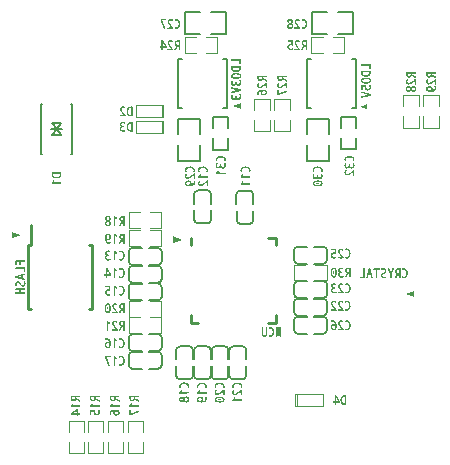
<source format=gbo>
G04 Layer: BottomSilkscreenLayer*
G04 EasyEDA Pro v2.2.27.1, 2024-09-01 06:15:27*
G04 Gerber Generator version 0.3*
G04 Scale: 100 percent, Rotated: No, Reflected: No*
G04 Dimensions in millimeters*
G04 Leading zeros omitted, absolute positions, 3 integers and 5 decimals*
%FSLAX35Y35*%
%MOMM*%
%ADD10C,0.1524*%
%ADD11C,0.127*%
%ADD12C,0.1*%
%ADD13C,0.254*%
%ADD14C,0.15001*%
G75*


G04 Text Start*
G36*
G01X-2472805Y1215998D02*
G01X-2479213Y1215589D01*
G01X-2496623Y1215452D01*
G01X-2514032Y1215589D01*
G01X-2520441Y1215998D01*
G01X-2521350Y1216543D01*
G01X-2521350Y1221816D01*
G01X-2521168Y1225861D01*
G01X-2520623Y1227452D01*
G01X-2504804Y1227816D01*
G01X-2493532Y1227952D01*
G01X-2489895Y1228361D01*
G01X-2491350Y1230179D01*
G01X-2491895Y1231088D01*
G01X-2495532Y1235634D01*
G01X-2496623Y1237088D01*
G01X-2499532Y1240725D01*
G01X-2501714Y1243634D01*
G01X-2503168Y1245452D01*
G01X-2504441Y1247270D01*
G01X-2505350Y1248543D01*
G01X-2506077Y1249452D01*
G01X-2506986Y1250725D01*
G01X-2508077Y1252361D01*
G01X-2510623Y1255997D01*
G01X-2511714Y1257816D01*
G01X-2512804Y1259452D01*
G01X-2513714Y1260907D01*
G01X-2514441Y1262179D01*
G01X-2515895Y1265088D01*
G01X-2516623Y1266361D01*
G01X-2517350Y1267816D01*
G01X-2518077Y1269452D01*
G01X-2518623Y1271270D01*
G01X-2518986Y1272725D01*
G01X-2519350Y1274543D01*
G01X-2519532Y1277998D01*
G01X-2519350Y1280725D01*
G01X-2518986Y1282361D01*
G01X-2518441Y1284180D01*
G01X-2517895Y1285634D01*
G01X-2517350Y1286907D01*
G01X-2516623Y1288361D01*
G01X-2515714Y1289998D01*
G01X-2514804Y1291270D01*
G01X-2513350Y1293089D01*
G01X-2512441Y1293998D01*
G01X-2510986Y1295089D01*
G01X-2509350Y1296361D01*
G01X-2507895Y1297270D01*
G01X-2506623Y1297998D01*
G01X-2505350Y1298543D01*
G01X-2503895Y1299089D01*
G01X-2501895Y1299634D01*
G01X-2500077Y1299998D01*
G01X-2497895Y1300361D01*
G01X-2493532Y1300543D01*
G01X-2490259Y1300361D01*
G01X-2488623Y1299998D01*
G01X-2486805Y1299452D01*
G01X-2485168Y1298907D01*
G01X-2483714Y1298361D01*
G01X-2480805Y1296907D01*
G01X-2478259Y1295452D01*
G01X-2476805Y1294543D01*
G01X-2475350Y1293452D01*
G01X-2474941Y1292725D01*
G01X-2474805Y1291634D01*
G01X-2474986Y1289816D01*
G01X-2475714Y1285816D01*
G01X-2476077Y1283998D01*
G01X-2476805Y1282180D01*
G01X-2477441Y1281816D01*
G01X-2478259Y1281816D01*
G01X-2480077Y1282725D01*
G01X-2481895Y1283998D01*
G01X-2483350Y1284907D01*
G01X-2486259Y1286361D01*
G01X-2487714Y1286907D01*
G01X-2490623Y1287634D01*
G01X-2493168Y1287998D01*
G01X-2495532Y1288180D01*
G01X-2498077Y1287816D01*
G01X-2499532Y1287452D01*
G01X-2501168Y1286725D01*
G01X-2502441Y1285816D01*
G01X-2503350Y1284907D01*
G01X-2504077Y1283998D01*
G01X-2504623Y1282907D01*
G01X-2505350Y1281270D01*
G01X-2505895Y1279270D01*
G01X-2506077Y1275998D01*
G01X-2505895Y1273089D01*
G01X-2505350Y1271452D01*
G01X-2504623Y1269634D01*
G01X-2503895Y1267998D01*
G01X-2503168Y1266543D01*
G01X-2502259Y1265088D01*
G01X-2501168Y1263270D01*
G01X-2498986Y1259998D01*
G01X-2496441Y1256361D01*
G01X-2495532Y1255088D01*
G01X-2494805Y1254179D01*
G01X-2489350Y1246907D01*
G01X-2487895Y1245088D01*
G01X-2486805Y1243816D01*
G01X-2480259Y1235634D01*
G01X-2479350Y1234725D01*
G01X-2474259Y1228361D01*
G01X-2473714Y1227452D01*
G01X-2472805Y1226179D01*
G01X-2472077Y1224361D01*
G01X-2471895Y1219998D01*
G01X-2471895Y1216543D01*
G01X-2472805Y1215998D01*
G37*
G36*
G01X-2537895Y1216361D02*
G01X-2539623Y1215952D01*
G01X-2544441Y1215816D01*
G01X-2549305Y1215952D01*
G01X-2551168Y1216361D01*
G01X-2551895Y1217270D01*
G01X-2552441Y1218361D01*
G01X-2554077Y1222725D01*
G01X-2554804Y1224543D01*
G01X-2555532Y1226543D01*
G01X-2556986Y1230179D01*
G01X-2557713Y1232179D01*
G01X-2559168Y1235816D01*
G01X-2559895Y1237816D01*
G01X-2560623Y1239634D01*
G01X-2561350Y1241634D01*
G01X-2562804Y1245270D01*
G01X-2563532Y1247270D01*
G01X-2564259Y1249088D01*
G01X-2564986Y1251088D01*
G01X-2566441Y1254725D01*
G01X-2567168Y1256725D01*
G01X-2567895Y1258543D01*
G01X-2568623Y1260543D01*
G01X-2570804Y1265998D01*
G01X-2571895Y1268907D01*
G01X-2572623Y1270725D01*
G01X-2573350Y1272725D01*
G01X-2574077Y1274543D01*
G01X-2574804Y1276543D01*
G01X-2576259Y1280180D01*
G01X-2576986Y1282180D01*
G01X-2577714Y1283998D01*
G01X-2578441Y1285998D01*
G01X-2579168Y1287816D01*
G01X-2579714Y1289452D01*
G01X-2579895Y1294543D01*
G01X-2579895Y1298725D01*
G01X-2578986Y1299089D01*
G01X-2556077Y1299452D01*
G01X-2534077Y1299452D01*
G01X-2533532Y1298543D01*
G01X-2533123Y1296679D01*
G01X-2532986Y1292907D01*
G01X-2533123Y1289270D01*
G01X-2533532Y1287816D01*
G01X-2534623Y1287270D01*
G01X-2549895Y1287089D01*
G01X-2564623Y1287089D01*
G01X-2564441Y1286180D01*
G01X-2563895Y1284543D01*
G01X-2561713Y1279089D01*
G01X-2560986Y1277089D01*
G01X-2559532Y1273452D01*
G01X-2558804Y1271452D01*
G01X-2557350Y1267816D01*
G01X-2556623Y1265816D01*
G01X-2555168Y1262179D01*
G01X-2554441Y1260179D01*
G01X-2552259Y1254725D01*
G01X-2551168Y1251816D01*
G01X-2549713Y1248179D01*
G01X-2548623Y1245270D01*
G01X-2547168Y1241634D01*
G01X-2546077Y1238725D01*
G01X-2545350Y1236907D01*
G01X-2544623Y1234907D01*
G01X-2543168Y1231270D01*
G01X-2542441Y1229270D01*
G01X-2540259Y1223816D01*
G01X-2539168Y1220907D01*
G01X-2538441Y1219088D01*
G01X-2537895Y1217452D01*
G01X-2537895Y1216361D01*
G37*
G36*
G01X-2440259Y1215452D02*
G01X-2444986Y1215089D01*
G01X-2449168Y1215270D01*
G01X-2450804Y1215634D01*
G01X-2456259Y1217270D01*
G01X-2457532Y1217816D01*
G01X-2458441Y1218907D01*
G01X-2458804Y1220725D01*
G01X-2458623Y1222179D01*
G01X-2458441Y1226179D01*
G01X-2458304Y1228861D01*
G01X-2457895Y1229998D01*
G01X-2456623Y1229998D01*
G01X-2453350Y1228907D01*
G01X-2451350Y1228361D01*
G01X-2449532Y1227998D01*
G01X-2446259Y1227634D01*
G01X-2444804Y1227452D01*
G01X-2443350Y1227634D01*
G01X-2441713Y1227998D01*
G01X-2440077Y1228543D01*
G01X-2438623Y1229270D01*
G01X-2437350Y1229998D01*
G01X-2436441Y1230725D01*
G01X-2434986Y1231816D01*
G01X-2433713Y1233270D01*
G01X-2432986Y1234361D01*
G01X-2432077Y1235634D01*
G01X-2430441Y1238907D01*
G01X-2429713Y1240543D01*
G01X-2428986Y1242361D01*
G01X-2428441Y1244179D01*
G01X-2428077Y1245816D01*
G01X-2427713Y1247270D01*
G01X-2427350Y1249088D01*
G01X-2426986Y1251270D01*
G01X-2426623Y1253088D01*
G01X-2426441Y1258725D01*
G01X-2426623Y1264361D01*
G01X-2427350Y1268725D01*
G01X-2428077Y1271998D01*
G01X-2428623Y1273634D01*
G01X-2429350Y1275634D01*
G01X-2430077Y1277452D01*
G01X-2430804Y1278907D01*
G01X-2431532Y1280180D01*
G01X-2432623Y1281816D01*
G01X-2433713Y1283270D01*
G01X-2434986Y1284361D01*
G01X-2437532Y1286180D01*
G01X-2439532Y1287089D01*
G01X-2441532Y1287634D01*
G01X-2443713Y1287998D01*
G01X-2445713Y1288180D01*
G01X-2446986Y1287998D01*
G01X-2450259Y1287634D01*
G01X-2452077Y1287089D01*
G01X-2454259Y1286361D01*
G01X-2456077Y1285634D01*
G01X-2457532Y1285089D01*
G01X-2457986Y1285180D01*
G01X-2458259Y1285816D01*
G01X-2458441Y1289270D01*
G01X-2458623Y1292361D01*
G01X-2458804Y1295089D01*
G01X-2458623Y1296861D01*
G01X-2458077Y1297816D01*
G01X-2456441Y1298543D01*
G01X-2454804Y1299089D01*
G01X-2452623Y1299634D01*
G01X-2450623Y1299998D01*
G01X-2448077Y1300361D01*
G01X-2444622Y1300543D01*
G01X-2441168Y1300361D01*
G01X-2439350Y1299998D01*
G01X-2437532Y1299452D01*
G01X-2434623Y1298361D01*
G01X-2431713Y1296907D01*
G01X-2430259Y1295998D01*
G01X-2428441Y1294725D01*
G01X-2426623Y1293270D01*
G01X-2424441Y1291089D01*
G01X-2422259Y1288543D01*
G01X-2421532Y1287634D01*
G01X-2420804Y1286361D01*
G01X-2419895Y1284725D01*
G01X-2418441Y1282180D01*
G01X-2417713Y1280543D01*
G01X-2416259Y1276907D01*
G01X-2415713Y1275089D01*
G01X-2415350Y1273452D01*
G01X-2414804Y1271634D01*
G01X-2414259Y1269089D01*
G01X-2413895Y1266907D01*
G01X-2413713Y1265270D01*
G01X-2413532Y1263998D01*
G01X-2413168Y1258543D01*
G01X-2413168Y1256361D01*
G01X-2413350Y1253088D01*
G01X-2413532Y1250907D01*
G01X-2413895Y1248361D01*
G01X-2414623Y1244361D01*
G01X-2415168Y1242543D01*
G01X-2415895Y1240179D01*
G01X-2416623Y1237998D01*
G01X-2417350Y1236179D01*
G01X-2418077Y1234543D01*
G01X-2419532Y1231634D01*
G01X-2420441Y1229998D01*
G01X-2421532Y1228361D01*
G01X-2422441Y1227088D01*
G01X-2423168Y1226179D01*
G01X-2424259Y1224725D01*
G01X-2426441Y1222543D01*
G01X-2429168Y1220361D01*
G01X-2430441Y1219634D01*
G01X-2432077Y1218543D01*
G01X-2434077Y1217634D01*
G01X-2435713Y1216907D01*
G01X-2437168Y1216361D01*
G01X-2438623Y1215998D01*
G01X-2440259Y1215452D01*
G37*
G36*
G01X-937456Y65502D02*
G01X-937274Y62593D01*
G01X-937456Y59320D01*
G01X-937820Y56411D01*
G01X-938547Y52775D01*
G01X-939093Y51139D01*
G01X-939638Y49320D01*
G01X-940184Y47866D01*
G01X-940911Y46230D01*
G01X-941638Y44957D01*
G01X-942547Y43684D01*
G01X-943638Y42411D01*
G01X-945093Y40593D01*
G01X-946911Y38775D01*
G01X-947820Y38048D01*
G01X-949093Y37139D01*
G01X-950547Y36230D01*
G01X-953456Y34775D01*
G01X-954911Y34230D01*
G01X-956547Y33684D01*
G01X-958911Y33139D01*
G01X-961093Y32775D01*
G01X-963275Y32593D01*
G01X-965456Y32775D01*
G01X-968002Y33139D01*
G01X-969456Y33502D01*
G01X-970911Y34048D01*
G01X-972366Y34775D01*
G01X-973638Y35502D01*
G01X-974729Y36230D01*
G01X-975820Y37139D01*
G01X-976729Y38048D01*
G01X-977820Y39320D01*
G01X-979638Y41866D01*
G01X-980547Y43684D01*
G01X-981275Y45320D01*
G01X-981820Y46411D01*
G01X-982366Y46593D01*
G01X-983093Y45502D01*
G01X-983820Y44230D01*
G01X-984729Y42957D01*
G01X-986002Y41139D01*
G01X-988184Y38957D01*
G01X-989275Y38048D01*
G01X-990366Y37320D01*
G01X-991638Y36411D01*
G01X-993456Y35502D01*
G01X-995456Y34775D01*
G01X-998184Y34230D01*
G01X-1000547Y34048D01*
G01X-1001820Y33866D01*
G01X-1002911Y33866D01*
G01X-1006547Y34230D01*
G01X-1008366Y34775D01*
G01X-1010184Y35502D01*
G01X-1011275Y36048D01*
G01X-1012547Y36775D01*
G01X-1013820Y37684D01*
G01X-1015275Y38775D01*
G01X-1016547Y40048D01*
G01X-1017638Y41502D01*
G01X-1018911Y43320D01*
G01X-1020547Y46593D01*
G01X-1021093Y48048D01*
G01X-1021638Y49684D01*
G01X-1022002Y51139D01*
G01X-1022184Y52411D01*
G01X-1022547Y54230D01*
G01X-1022911Y56411D01*
G01X-1023093Y60593D01*
G01X-1022911Y64411D01*
G01X-1022547Y66230D01*
G01X-1022002Y68593D01*
G01X-1021456Y70593D01*
G01X-1020365Y73866D01*
G01X-1019820Y75321D01*
G01X-1019275Y76593D01*
G01X-1018366Y78048D01*
G01X-1017502Y78593D01*
G01X-1016366Y78775D01*
G01X-1014547Y78593D01*
G01X-1011275Y78230D01*
G01X-1009456Y78048D01*
G01X-1007456Y77502D01*
G01X-1006729Y76230D01*
G01X-1007093Y74957D01*
G01X-1008184Y72411D01*
G01X-1008911Y70775D01*
G01X-1009638Y68593D01*
G01X-1010184Y66593D01*
G01X-1010547Y64411D01*
G01X-1010729Y60411D01*
G01X-1010547Y57139D01*
G01X-1010184Y55502D01*
G01X-1009638Y53866D01*
G01X-1009093Y52593D01*
G01X-1008366Y51502D01*
G01X-1006911Y49684D01*
G01X-1005638Y48775D01*
G01X-1004002Y47866D01*
G01X-1002547Y47320D01*
G01X-999820Y47139D01*
G01X-996911Y47502D01*
G01X-995456Y48230D01*
G01X-993820Y49320D01*
G01X-992547Y50593D01*
G01X-991638Y51866D01*
G01X-990729Y53502D01*
G01X-990002Y54957D01*
G01X-989275Y56593D01*
G01X-988547Y58957D01*
G01X-988184Y61320D01*
G01X-988002Y62957D01*
G01X-987820Y66775D01*
G01X-987820Y70048D01*
G01X-986547Y70230D01*
G01X-980911Y70411D01*
G01X-977547Y70230D01*
G01X-976184Y69684D01*
G01X-975820Y64048D01*
G01X-975638Y58593D01*
G01X-975275Y56775D01*
G01X-974729Y54775D01*
G01X-974002Y53139D01*
G01X-973275Y51866D01*
G01X-972547Y50957D01*
G01X-970729Y49139D01*
G01X-969638Y48230D01*
G01X-968366Y47502D01*
G01X-966547Y46775D01*
G01X-962729Y46411D01*
G01X-959456Y46775D01*
G01X-958184Y47320D01*
G01X-956911Y48048D01*
G01X-955638Y48957D01*
G01X-954729Y49866D01*
G01X-954002Y50775D01*
G01X-953093Y52048D01*
G01X-952184Y53502D01*
G01X-951456Y55139D01*
G01X-950911Y57139D01*
G01X-950547Y58957D01*
G01X-950365Y63502D01*
G01X-950547Y67684D01*
G01X-951275Y72048D01*
G01X-952002Y74957D01*
G01X-952547Y76411D01*
G01X-953275Y78412D01*
G01X-953456Y80048D01*
G01X-952365Y80775D01*
G01X-950547Y81139D01*
G01X-948729Y81321D01*
G01X-947274Y81502D01*
G01X-943638Y81866D01*
G01X-942365Y82048D01*
G01X-941729Y81866D01*
G01X-941274Y81321D01*
G01X-940547Y79502D01*
G01X-939820Y77321D01*
G01X-939274Y75321D01*
G01X-938729Y73139D01*
G01X-938184Y70230D01*
G01X-937820Y68048D01*
G01X-937638Y66593D01*
G01X-937456Y65502D01*
G37*
G36*
G01X-938547Y21502D02*
G01X-938138Y15093D01*
G01X-938002Y-2316D01*
G01X-938138Y-19725D01*
G01X-938547Y-26134D01*
G01X-939093Y-27043D01*
G01X-944365Y-27043D01*
G01X-948411Y-26861D01*
G01X-950002Y-26316D01*
G01X-950365Y-10498D01*
G01X-950502Y775D01*
G01X-950911Y4411D01*
G01X-952729Y2957D01*
G01X-953638Y2411D01*
G01X-958184Y-1225D01*
G01X-959638Y-2316D01*
G01X-963275Y-5225D01*
G01X-966184Y-7407D01*
G01X-968002Y-8861D01*
G01X-969820Y-10134D01*
G01X-971093Y-11043D01*
G01X-972002Y-11770D01*
G01X-973275Y-12679D01*
G01X-974911Y-13770D01*
G01X-978547Y-16316D01*
G01X-980366Y-17407D01*
G01X-982002Y-18498D01*
G01X-983457Y-19407D01*
G01X-984729Y-20134D01*
G01X-987638Y-21588D01*
G01X-988911Y-22316D01*
G01X-990366Y-23043D01*
G01X-992002Y-23770D01*
G01X-993820Y-24316D01*
G01X-995275Y-24679D01*
G01X-997093Y-25043D01*
G01X-1000547Y-25225D01*
G01X-1003275Y-25043D01*
G01X-1004911Y-24679D01*
G01X-1006729Y-24134D01*
G01X-1008184Y-23588D01*
G01X-1009456Y-23043D01*
G01X-1010911Y-22316D01*
G01X-1012547Y-21407D01*
G01X-1013820Y-20498D01*
G01X-1015638Y-19043D01*
G01X-1016547Y-18134D01*
G01X-1017638Y-16679D01*
G01X-1018911Y-15043D01*
G01X-1019820Y-13588D01*
G01X-1020547Y-12316D01*
G01X-1021093Y-11043D01*
G01X-1021638Y-9588D01*
G01X-1022184Y-7589D01*
G01X-1022547Y-5770D01*
G01X-1022911Y-3589D01*
G01X-1023093Y775D01*
G01X-1022911Y4048D01*
G01X-1022547Y5684D01*
G01X-1022002Y7502D01*
G01X-1021456Y9139D01*
G01X-1020911Y10593D01*
G01X-1019456Y13502D01*
G01X-1018002Y16048D01*
G01X-1017093Y17502D01*
G01X-1016002Y18957D01*
G01X-1015275Y19366D01*
G01X-1014184Y19502D01*
G01X-1012366Y19321D01*
G01X-1008366Y18593D01*
G01X-1006547Y18230D01*
G01X-1004729Y17502D01*
G01X-1004366Y16866D01*
G01X-1004366Y16048D01*
G01X-1005275Y14230D01*
G01X-1006547Y12411D01*
G01X-1007456Y10957D01*
G01X-1008911Y8048D01*
G01X-1009456Y6593D01*
G01X-1010184Y3684D01*
G01X-1010547Y1139D01*
G01X-1010729Y-1225D01*
G01X-1010366Y-3770D01*
G01X-1010002Y-5225D01*
G01X-1009275Y-6861D01*
G01X-1008366Y-8134D01*
G01X-1007456Y-9043D01*
G01X-1006547Y-9770D01*
G01X-1005456Y-10316D01*
G01X-1003820Y-11043D01*
G01X-1001820Y-11588D01*
G01X-998547Y-11770D01*
G01X-995638Y-11588D01*
G01X-994002Y-11043D01*
G01X-992184Y-10316D01*
G01X-990547Y-9588D01*
G01X-989093Y-8861D01*
G01X-987638Y-7952D01*
G01X-985820Y-6861D01*
G01X-982547Y-4679D01*
G01X-978911Y-2134D01*
G01X-977638Y-1225D01*
G01X-976729Y-498D01*
G01X-969456Y4957D01*
G01X-967638Y6411D01*
G01X-966366Y7502D01*
G01X-958184Y14048D01*
G01X-957275Y14957D01*
G01X-950911Y20048D01*
G01X-950002Y20593D01*
G01X-948729Y21502D01*
G01X-946911Y22230D01*
G01X-942547Y22411D01*
G01X-939093Y22411D01*
G01X-938547Y21502D01*
G37*
G36*
G01X-938002Y114048D02*
G01X-937638Y109321D01*
G01X-937820Y105139D01*
G01X-938184Y103502D01*
G01X-939820Y98048D01*
G01X-940365Y96775D01*
G01X-941456Y95866D01*
G01X-943274Y95502D01*
G01X-944729Y95684D01*
G01X-948729Y95866D01*
G01X-951411Y96002D01*
G01X-952547Y96412D01*
G01X-952547Y97684D01*
G01X-951456Y100957D01*
G01X-950911Y102957D01*
G01X-950547Y104775D01*
G01X-950184Y108048D01*
G01X-950002Y109502D01*
G01X-950184Y110957D01*
G01X-950547Y112593D01*
G01X-951093Y114230D01*
G01X-951820Y115684D01*
G01X-952547Y116957D01*
G01X-953275Y117866D01*
G01X-954365Y119321D01*
G01X-955820Y120593D01*
G01X-956911Y121321D01*
G01X-958184Y122230D01*
G01X-961456Y123866D01*
G01X-963093Y124593D01*
G01X-964911Y125321D01*
G01X-966729Y125866D01*
G01X-968366Y126230D01*
G01X-969820Y126593D01*
G01X-971638Y126957D01*
G01X-973820Y127321D01*
G01X-975638Y127684D01*
G01X-981275Y127866D01*
G01X-986911Y127684D01*
G01X-991275Y126957D01*
G01X-994547Y126230D01*
G01X-996184Y125684D01*
G01X-998184Y124957D01*
G01X-1000002Y124230D01*
G01X-1001456Y123502D01*
G01X-1002729Y122775D01*
G01X-1004366Y121684D01*
G01X-1005820Y120593D01*
G01X-1006911Y119321D01*
G01X-1008729Y116775D01*
G01X-1009638Y114775D01*
G01X-1010184Y112775D01*
G01X-1010547Y110593D01*
G01X-1010729Y108593D01*
G01X-1010547Y107321D01*
G01X-1010184Y104048D01*
G01X-1009638Y102230D01*
G01X-1008911Y100048D01*
G01X-1008184Y98230D01*
G01X-1007638Y96775D01*
G01X-1007729Y96321D01*
G01X-1008366Y96048D01*
G01X-1011820Y95866D01*
G01X-1014911Y95684D01*
G01X-1017638Y95502D01*
G01X-1019411Y95684D01*
G01X-1020365Y96230D01*
G01X-1021093Y97866D01*
G01X-1021638Y99502D01*
G01X-1022184Y101684D01*
G01X-1022547Y103684D01*
G01X-1022911Y106230D01*
G01X-1023093Y109684D01*
G01X-1022911Y113139D01*
G01X-1022547Y114957D01*
G01X-1022002Y116775D01*
G01X-1020911Y119684D01*
G01X-1019456Y122593D01*
G01X-1018547Y124048D01*
G01X-1017275Y125866D01*
G01X-1015820Y127684D01*
G01X-1013638Y129866D01*
G01X-1011093Y132048D01*
G01X-1010184Y132775D01*
G01X-1008911Y133502D01*
G01X-1007275Y134411D01*
G01X-1004729Y135866D01*
G01X-1003093Y136593D01*
G01X-999456Y138048D01*
G01X-997638Y138593D01*
G01X-996002Y138957D01*
G01X-994184Y139502D01*
G01X-991638Y140048D01*
G01X-989456Y140411D01*
G01X-987820Y140593D01*
G01X-986547Y140775D01*
G01X-981093Y141139D01*
G01X-978911Y141139D01*
G01X-975638Y140957D01*
G01X-973457Y140775D01*
G01X-970911Y140411D01*
G01X-966911Y139684D01*
G01X-965093Y139139D01*
G01X-962729Y138411D01*
G01X-960547Y137684D01*
G01X-958729Y136957D01*
G01X-957093Y136230D01*
G01X-954184Y134775D01*
G01X-952547Y133866D01*
G01X-950911Y132775D01*
G01X-949638Y131866D01*
G01X-948729Y131139D01*
G01X-947274Y130048D01*
G01X-945093Y127866D01*
G01X-942911Y125139D01*
G01X-942184Y123866D01*
G01X-941093Y122230D01*
G01X-940184Y120230D01*
G01X-939456Y118593D01*
G01X-938911Y117139D01*
G01X-938547Y115684D01*
G01X-938002Y114048D01*
G37*
G36*
G01X-2327094Y-117225D02*
G01X-2333821Y-117407D01*
G01X-2340548Y-117225D01*
G01X-2344548Y-116861D01*
G01X-2347457Y-116498D01*
G01X-2351094Y-115770D01*
G01X-2352912Y-115225D01*
G01X-2355275Y-114498D01*
G01X-2357457Y-113770D01*
G01X-2359094Y-113043D01*
G01X-2360548Y-112316D01*
G01X-2362185Y-111407D01*
G01X-2363457Y-110498D01*
G01X-2364912Y-109407D01*
G01X-2368003Y-106316D01*
G01X-2368730Y-105407D01*
G01X-2369639Y-104134D01*
G01X-2370548Y-102679D01*
G01X-2371275Y-101043D01*
G01X-2371821Y-99407D01*
G01X-2372366Y-97589D01*
G01X-2372912Y-94680D01*
G01X-2373053Y-92134D01*
G01X-2361094Y-92134D01*
G01X-2360730Y-95043D01*
G01X-2360185Y-96316D01*
G01X-2359639Y-97407D01*
G01X-2358912Y-98316D01*
G01X-2358003Y-99225D01*
G01X-2356548Y-100316D01*
G01X-2354730Y-101407D01*
G01X-2353275Y-102134D01*
G01X-2351821Y-102679D01*
G01X-2350366Y-103043D01*
G01X-2350366Y-103043D01*
G01X-2348548Y-103407D01*
G01X-2345639Y-103770D01*
G01X-2342730Y-103770D01*
G01X-2340185Y-103407D01*
G01X-2338185Y-102861D01*
G01X-2336548Y-102134D01*
G01X-2334912Y-101225D01*
G01X-2333639Y-100316D01*
G01X-2332730Y-99589D01*
G01X-2332003Y-98861D01*
G01X-2331094Y-97589D01*
G01X-2330185Y-96134D01*
G01X-2329639Y-94680D01*
G01X-2329276Y-93225D01*
G01X-2329094Y-91225D01*
G01X-2329276Y-89589D01*
G01X-2329639Y-88316D01*
G01X-2330185Y-86861D01*
G01X-2330912Y-85952D01*
G01X-2332730Y-84134D01*
G01X-2334003Y-83225D01*
G01X-2336548Y-81770D01*
G01X-2338548Y-81043D01*
G01X-2340912Y-80498D01*
G01X-2342730Y-80134D01*
G01X-2346003Y-79952D01*
G01X-2349275Y-80134D01*
G01X-2351094Y-80680D01*
G01X-2353457Y-81407D01*
G01X-2355094Y-82134D01*
G01X-2356366Y-82861D01*
G01X-2357457Y-83589D01*
G01X-2358366Y-84316D01*
G01X-2359275Y-85407D01*
G01X-2360003Y-86680D01*
G01X-2360730Y-88498D01*
G01X-2361094Y-92134D01*
G01X-2373053Y-92134D01*
G01X-2373094Y-91407D01*
G01X-2372912Y-89225D01*
G01X-2372184Y-85589D01*
G01X-2371639Y-84134D01*
G01X-2369821Y-80498D01*
G01X-2369094Y-79225D01*
G01X-2366912Y-76498D01*
G01X-2365094Y-74680D01*
G01X-2364003Y-73770D01*
G01X-2362912Y-73043D01*
G01X-2361639Y-72134D01*
G01X-2360185Y-71225D01*
G01X-2358730Y-70498D01*
G01X-2357094Y-69770D01*
G01X-2355094Y-69043D01*
G01X-2352548Y-68316D01*
G01X-2349639Y-67771D01*
G01X-2346730Y-67407D01*
G01X-2343275Y-67225D01*
G01X-2340548Y-67407D01*
G01X-2337639Y-67771D01*
G01X-2335821Y-68316D01*
G01X-2333639Y-68861D01*
G01X-2332185Y-69407D01*
G01X-2329276Y-70861D01*
G01X-2328003Y-71589D01*
G01X-2326366Y-72680D01*
G01X-2324912Y-73770D01*
G01X-2322185Y-76498D01*
G01X-2321094Y-77952D01*
G01X-2319821Y-79770D01*
G01X-2318912Y-81589D01*
G01X-2318185Y-83225D01*
G01X-2317639Y-84861D01*
G01X-2317276Y-86316D01*
G01X-2316912Y-88134D01*
G01X-2316730Y-91043D01*
G01X-2316912Y-93225D01*
G01X-2317276Y-94861D01*
G01X-2317821Y-96498D01*
G01X-2318366Y-97770D01*
G01X-2319094Y-99225D01*
G01X-2320003Y-100498D01*
G01X-2321821Y-102316D01*
G01X-2322548Y-103225D01*
G01X-2322684Y-103543D01*
G01X-2322366Y-103770D01*
G01X-2320912Y-103952D01*
G01X-2319457Y-103770D01*
G01X-2317639Y-103407D01*
G01X-2315639Y-102861D01*
G01X-2314003Y-102316D01*
G01X-2312548Y-101770D01*
G01X-2311276Y-101225D01*
G01X-2309821Y-100498D01*
G01X-2306912Y-98680D01*
G01X-2305639Y-97770D01*
G01X-2303821Y-95952D01*
G01X-2303094Y-95043D01*
G01X-2302366Y-93770D01*
G01X-2301457Y-92134D01*
G01X-2300730Y-90498D01*
G01X-2300185Y-88498D01*
G01X-2299821Y-86680D01*
G01X-2299639Y-83589D01*
G01X-2299821Y-80498D01*
G01X-2300185Y-77589D01*
G01X-2300548Y-75952D01*
G01X-2301094Y-74134D01*
G01X-2301639Y-72498D01*
G01X-2301821Y-71225D01*
G01X-2300185Y-70680D01*
G01X-2295275Y-70498D01*
G01X-2291457Y-70316D01*
G01X-2290185Y-70498D01*
G01X-2289548Y-71089D01*
G01X-2289094Y-72134D01*
G01X-2288548Y-74316D01*
G01X-2288185Y-76134D01*
G01X-2287821Y-78316D01*
G01X-2287457Y-80316D01*
G01X-2287275Y-83770D01*
G01X-2287457Y-87043D01*
G01X-2287821Y-89952D01*
G01X-2288185Y-91770D01*
G01X-2288730Y-93770D01*
G01X-2289821Y-96680D01*
G01X-2290548Y-98316D01*
G01X-2291275Y-99589D01*
G01X-2292185Y-100861D01*
G01X-2293457Y-102679D01*
G01X-2294912Y-104498D01*
G01X-2297094Y-106679D01*
G01X-2298185Y-107589D01*
G01X-2299276Y-108316D01*
G01X-2300185Y-109043D01*
G01X-2301457Y-109952D01*
G01X-2302912Y-110861D01*
G01X-2304185Y-111589D01*
G01X-2305639Y-112316D01*
G01X-2307457Y-113043D01*
G01X-2309094Y-113770D01*
G01X-2310730Y-114316D01*
G01X-2312185Y-114679D01*
G01X-2314003Y-115225D01*
G01X-2316548Y-115770D01*
G01X-2318366Y-116134D01*
G01X-2320548Y-116498D01*
G01X-2323094Y-116861D01*
G01X-2325276Y-117043D01*
G01X-2327094Y-117225D01*
G37*
G36*
G01X-2288139Y-49725D02*
G01X-2288548Y-56134D01*
G01X-2289094Y-57043D01*
G01X-2294366Y-57043D01*
G01X-2298412Y-56861D01*
G01X-2300003Y-56316D01*
G01X-2300366Y-40498D01*
G01X-2300503Y-29225D01*
G01X-2300912Y-25589D01*
G01X-2302730Y-27043D01*
G01X-2303639Y-27589D01*
G01X-2308185Y-31225D01*
G01X-2309639Y-32316D01*
G01X-2313276Y-35225D01*
G01X-2316185Y-37407D01*
G01X-2318003Y-38861D01*
G01X-2319821Y-40134D01*
G01X-2321094Y-41043D01*
G01X-2322003Y-41771D01*
G01X-2323276Y-42680D01*
G01X-2324912Y-43771D01*
G01X-2328548Y-46316D01*
G01X-2330366Y-47407D01*
G01X-2332003Y-48498D01*
G01X-2333457Y-49407D01*
G01X-2334730Y-50134D01*
G01X-2337639Y-51589D01*
G01X-2338912Y-52316D01*
G01X-2340366Y-53043D01*
G01X-2342003Y-53771D01*
G01X-2343821Y-54316D01*
G01X-2345275Y-54680D01*
G01X-2347094Y-55043D01*
G01X-2350548Y-55225D01*
G01X-2353275Y-55043D01*
G01X-2354912Y-54680D01*
G01X-2356730Y-54134D01*
G01X-2358185Y-53589D01*
G01X-2359457Y-53043D01*
G01X-2360912Y-52316D01*
G01X-2362548Y-51407D01*
G01X-2363821Y-50498D01*
G01X-2365639Y-49043D01*
G01X-2366548Y-48134D01*
G01X-2367639Y-46680D01*
G01X-2368912Y-45043D01*
G01X-2369821Y-43589D01*
G01X-2370548Y-42316D01*
G01X-2371094Y-41043D01*
G01X-2371639Y-39589D01*
G01X-2372184Y-37589D01*
G01X-2372548Y-35771D01*
G01X-2372912Y-33589D01*
G01X-2373094Y-29225D01*
G01X-2372912Y-25952D01*
G01X-2372548Y-24316D01*
G01X-2372003Y-22498D01*
G01X-2371457Y-20861D01*
G01X-2370912Y-19407D01*
G01X-2369457Y-16498D01*
G01X-2368003Y-13952D01*
G01X-2367094Y-12498D01*
G01X-2366003Y-11043D01*
G01X-2365275Y-10634D01*
G01X-2364185Y-10498D01*
G01X-2362366Y-10679D01*
G01X-2358366Y-11407D01*
G01X-2356548Y-11770D01*
G01X-2354730Y-12498D01*
G01X-2354366Y-13134D01*
G01X-2354366Y-13952D01*
G01X-2355275Y-15770D01*
G01X-2356548Y-17589D01*
G01X-2357457Y-19043D01*
G01X-2358912Y-21952D01*
G01X-2359457Y-23407D01*
G01X-2360185Y-26316D01*
G01X-2360548Y-28861D01*
G01X-2360730Y-31225D01*
G01X-2360366Y-33770D01*
G01X-2360003Y-35225D01*
G01X-2359275Y-36861D01*
G01X-2358366Y-38134D01*
G01X-2357457Y-39043D01*
G01X-2356548Y-39771D01*
G01X-2355457Y-40316D01*
G01X-2353821Y-41043D01*
G01X-2351821Y-41589D01*
G01X-2348548Y-41771D01*
G01X-2345639Y-41589D01*
G01X-2344003Y-41043D01*
G01X-2342185Y-40316D01*
G01X-2340548Y-39589D01*
G01X-2339094Y-38861D01*
G01X-2337639Y-37952D01*
G01X-2335821Y-36861D01*
G01X-2332548Y-34680D01*
G01X-2328912Y-32134D01*
G01X-2327639Y-31225D01*
G01X-2326730Y-30498D01*
G01X-2319457Y-25043D01*
G01X-2317639Y-23589D01*
G01X-2316366Y-22498D01*
G01X-2308185Y-15952D01*
G01X-2307276Y-15043D01*
G01X-2300912Y-9952D01*
G01X-2300003Y-9407D01*
G01X-2298730Y-8498D01*
G01X-2296912Y-7770D01*
G01X-2292548Y-7589D01*
G01X-2289094Y-7589D01*
G01X-2288548Y-8498D01*
G01X-2288139Y-14907D01*
G01X-2288003Y-32316D01*
G01X-2288139Y-49725D01*
G37*
G36*
G01X-2291457Y5866D02*
G01X-2293275Y5502D01*
G01X-2294730Y5684D01*
G01X-2298730Y5866D01*
G01X-2301412Y6002D01*
G01X-2302548Y6411D01*
G01X-2302548Y7684D01*
G01X-2301457Y10957D01*
G01X-2300912Y12957D01*
G01X-2300548Y14775D01*
G01X-2300185Y18048D01*
G01X-2300003Y19502D01*
G01X-2300185Y20957D01*
G01X-2300548Y22593D01*
G01X-2301094Y24230D01*
G01X-2301821Y25684D01*
G01X-2302548Y26957D01*
G01X-2303276Y27866D01*
G01X-2304366Y29320D01*
G01X-2305821Y30593D01*
G01X-2306912Y31320D01*
G01X-2308185Y32230D01*
G01X-2311457Y33866D01*
G01X-2313094Y34593D01*
G01X-2314912Y35320D01*
G01X-2316730Y35866D01*
G01X-2318366Y36230D01*
G01X-2319821Y36593D01*
G01X-2321639Y36957D01*
G01X-2323821Y37320D01*
G01X-2325639Y37684D01*
G01X-2331275Y37866D01*
G01X-2336912Y37684D01*
G01X-2341275Y36957D01*
G01X-2344548Y36230D01*
G01X-2346185Y35684D01*
G01X-2348185Y34957D01*
G01X-2350003Y34230D01*
G01X-2351457Y33502D01*
G01X-2352730Y32775D01*
G01X-2354366Y31684D01*
G01X-2355821Y30593D01*
G01X-2356912Y29320D01*
G01X-2358730Y26775D01*
G01X-2359639Y24775D01*
G01X-2360185Y22775D01*
G01X-2360548Y20593D01*
G01X-2360730Y18593D01*
G01X-2360548Y17321D01*
G01X-2360185Y14048D01*
G01X-2359639Y12230D01*
G01X-2358912Y10048D01*
G01X-2358185Y8230D01*
G01X-2357639Y6775D01*
G01X-2357730Y6321D01*
G01X-2358366Y6048D01*
G01X-2361821Y5866D01*
G01X-2364912Y5684D01*
G01X-2367639Y5502D01*
G01X-2369412Y5684D01*
G01X-2370366Y6230D01*
G01X-2371094Y7866D01*
G01X-2371639Y9502D01*
G01X-2372184Y11684D01*
G01X-2372548Y13684D01*
G01X-2372912Y16230D01*
G01X-2373094Y19684D01*
G01X-2372912Y23139D01*
G01X-2372548Y24957D01*
G01X-2372003Y26775D01*
G01X-2370912Y29684D01*
G01X-2369457Y32593D01*
G01X-2368548Y34048D01*
G01X-2367275Y35866D01*
G01X-2365821Y37684D01*
G01X-2363639Y39866D01*
G01X-2361094Y42048D01*
G01X-2360185Y42775D01*
G01X-2358912Y43502D01*
G01X-2357275Y44411D01*
G01X-2354730Y45866D01*
G01X-2353094Y46593D01*
G01X-2349457Y48048D01*
G01X-2347639Y48593D01*
G01X-2346003Y48957D01*
G01X-2344185Y49502D01*
G01X-2341639Y50048D01*
G01X-2339457Y50411D01*
G01X-2337821Y50593D01*
G01X-2336548Y50775D01*
G01X-2331094Y51139D01*
G01X-2328912Y51139D01*
G01X-2325639Y50957D01*
G01X-2323457Y50775D01*
G01X-2320912Y50411D01*
G01X-2316912Y49684D01*
G01X-2315094Y49139D01*
G01X-2312730Y48411D01*
G01X-2310548Y47684D01*
G01X-2308730Y46957D01*
G01X-2307094Y46230D01*
G01X-2304185Y44775D01*
G01X-2302548Y43866D01*
G01X-2300912Y42775D01*
G01X-2299639Y41866D01*
G01X-2298730Y41139D01*
G01X-2297275Y40048D01*
G01X-2295094Y37866D01*
G01X-2292912Y35139D01*
G01X-2292185Y33866D01*
G01X-2291094Y32230D01*
G01X-2290185Y30230D01*
G01X-2289457Y28593D01*
G01X-2288912Y27139D01*
G01X-2288548Y25684D01*
G01X-2288003Y24048D01*
G01X-2287639Y19321D01*
G01X-2287821Y15139D01*
G01X-2288185Y13502D01*
G01X-2289821Y8048D01*
G01X-2290366Y6775D01*
G01X-2291457Y5866D01*
G37*
G36*
G01X-1245093Y-117407D02*
G01X-1246729Y-117589D01*
G01X-1250366Y-117770D01*
G01X-1254002Y-117589D01*
G01X-1258729Y-117225D01*
G01X-1262366Y-116861D01*
G01X-1266729Y-116134D01*
G01X-1270002Y-115407D01*
G01X-1271820Y-114861D01*
G01X-1274184Y-114134D01*
G01X-1276366Y-113407D01*
G01X-1278184Y-112679D01*
G01X-1279820Y-111952D01*
G01X-1281275Y-111225D01*
G01X-1282729Y-110316D01*
G01X-1284548Y-109043D01*
G01X-1286002Y-107952D01*
G01X-1287820Y-106134D01*
G01X-1288729Y-105043D01*
G01X-1290184Y-102861D01*
G01X-1290911Y-101589D01*
G01X-1291457Y-100316D01*
G01X-1292002Y-98861D01*
G01X-1292548Y-96498D01*
G01X-1292911Y-94316D01*
G01X-1293078Y-92316D01*
G01X-1280366Y-92316D01*
G01X-1280002Y-94861D01*
G01X-1279457Y-96134D01*
G01X-1278548Y-97589D01*
G01X-1276366Y-99770D01*
G01X-1275275Y-100498D01*
G01X-1272366Y-101952D01*
G01X-1270911Y-102498D01*
G01X-1269275Y-103043D01*
G01X-1267820Y-103407D01*
G01X-1264184Y-104134D01*
G01X-1262002Y-104498D01*
G01X-1258729Y-104861D01*
G01X-1256184Y-105043D01*
G01X-1254729Y-105225D01*
G01X-1254729Y-105225D01*
G01X-1249638Y-105407D01*
G01X-1244547Y-105225D01*
G01X-1240547Y-104861D01*
G01X-1237275Y-104498D01*
G01X-1233275Y-103770D01*
G01X-1231820Y-103407D01*
G01X-1230184Y-102861D01*
G01X-1228729Y-102316D01*
G01X-1227457Y-101770D01*
G01X-1226002Y-101043D01*
G01X-1224729Y-100316D01*
G01X-1223820Y-99589D01*
G01X-1222911Y-98680D01*
G01X-1222184Y-97770D01*
G01X-1221457Y-96498D01*
G01X-1220729Y-94861D01*
G01X-1220366Y-92134D01*
G01X-1220547Y-89952D01*
G01X-1220911Y-88861D01*
G01X-1221457Y-87589D01*
G01X-1222184Y-86680D01*
G01X-1224002Y-84861D01*
G01X-1224911Y-84134D01*
G01X-1227457Y-82861D01*
G01X-1229275Y-82134D01*
G01X-1231457Y-81407D01*
G01X-1233820Y-80861D01*
G01X-1235457Y-80498D01*
G01X-1237638Y-80134D01*
G01X-1240547Y-79770D01*
G01X-1242547Y-79589D01*
G01X-1243820Y-79407D01*
G01X-1250729Y-79225D01*
G01X-1257638Y-79407D01*
G01X-1260911Y-79770D01*
G01X-1263820Y-80134D01*
G01X-1267820Y-80861D01*
G01X-1269457Y-81407D01*
G01X-1271275Y-81952D01*
G01X-1272729Y-82498D01*
G01X-1274184Y-83225D01*
G01X-1275639Y-84134D01*
G01X-1276911Y-85043D01*
G01X-1277820Y-85952D01*
G01X-1278548Y-86861D01*
G01X-1279275Y-88134D01*
G01X-1280002Y-89770D01*
G01X-1280366Y-92316D01*
G01X-1293078Y-92316D01*
G01X-1293093Y-92134D01*
G01X-1292911Y-89952D01*
G01X-1292548Y-87043D01*
G01X-1292002Y-85407D01*
G01X-1291275Y-83589D01*
G01X-1290548Y-82134D01*
G01X-1289820Y-81043D01*
G01X-1289093Y-80134D01*
G01X-1285457Y-76498D01*
G01X-1284548Y-75770D01*
G01X-1283639Y-75225D01*
G01X-1282548Y-74498D01*
G01X-1281093Y-73589D01*
G01X-1279275Y-72680D01*
G01X-1276002Y-71225D01*
G01X-1274002Y-70498D01*
G01X-1272184Y-69952D01*
G01X-1270729Y-69589D01*
G01X-1268911Y-69043D01*
G01X-1266002Y-68498D01*
G01X-1263820Y-68134D01*
G01X-1261275Y-67771D01*
G01X-1257638Y-67407D01*
G01X-1253275Y-67043D01*
G01X-1248911Y-66861D01*
G01X-1244547Y-67043D01*
G01X-1240184Y-67407D01*
G01X-1236911Y-67771D01*
G01X-1232911Y-68498D01*
G01X-1231457Y-68861D01*
G01X-1229457Y-69407D01*
G01X-1227093Y-70134D01*
G01X-1224911Y-70861D01*
G01X-1223093Y-71589D01*
G01X-1219820Y-73043D01*
G01X-1218547Y-73770D01*
G01X-1216366Y-75225D01*
G01X-1215457Y-75952D01*
G01X-1214002Y-77043D01*
G01X-1212547Y-78680D01*
G01X-1210729Y-81225D01*
G01X-1209820Y-83043D01*
G01X-1209093Y-84680D01*
G01X-1208547Y-86498D01*
G01X-1208184Y-88134D01*
G01X-1207820Y-89407D01*
G01X-1207638Y-92316D01*
G01X-1207820Y-95043D01*
G01X-1208184Y-97589D01*
G01X-1208729Y-99225D01*
G01X-1209457Y-101225D01*
G01X-1210184Y-102679D01*
G01X-1210911Y-103770D01*
G01X-1212002Y-105225D01*
G01X-1214184Y-107407D01*
G01X-1215457Y-108498D01*
G01X-1216729Y-109407D01*
G01X-1217820Y-110134D01*
G01X-1219093Y-110861D01*
G01X-1222002Y-112316D01*
G01X-1223638Y-113043D01*
G01X-1225457Y-113770D01*
G01X-1229093Y-114861D01*
G01X-1231275Y-115407D01*
G01X-1233275Y-115770D01*
G01X-1235093Y-116134D01*
G01X-1239456Y-116861D01*
G01X-1242366Y-117225D01*
G01X-1245093Y-117407D01*
G37*
G36*
G01X-1239456Y-95634D02*
G01X-1240002Y-97043D01*
G01X-1251638Y-97407D01*
G01X-1259911Y-97225D01*
G01X-1262911Y-96680D01*
G01X-1263275Y-91952D01*
G01X-1263093Y-88861D01*
G01X-1262548Y-87589D01*
G01X-1250729Y-87225D01*
G01X-1239456Y-87407D01*
G01X-1239275Y-92134D01*
G01X-1239456Y-95634D01*
G37*
G36*
G01X-1231093Y-57225D02*
G01X-1233275Y-57407D01*
G01X-1235457Y-57225D01*
G01X-1238002Y-56861D01*
G01X-1239456Y-56498D01*
G01X-1240911Y-55952D01*
G01X-1242366Y-55225D01*
G01X-1243638Y-54498D01*
G01X-1244729Y-53771D01*
G01X-1245820Y-52861D01*
G01X-1246729Y-51952D01*
G01X-1247820Y-50680D01*
G01X-1249638Y-48134D01*
G01X-1250548Y-46316D01*
G01X-1251275Y-44680D01*
G01X-1251820Y-43589D01*
G01X-1252366Y-43407D01*
G01X-1253093Y-44498D01*
G01X-1253820Y-45771D01*
G01X-1254729Y-47043D01*
G01X-1256002Y-48861D01*
G01X-1258184Y-51043D01*
G01X-1259275Y-51952D01*
G01X-1260366Y-52680D01*
G01X-1261639Y-53589D01*
G01X-1263457Y-54498D01*
G01X-1265457Y-55225D01*
G01X-1268184Y-55771D01*
G01X-1270548Y-55952D01*
G01X-1271820Y-56134D01*
G01X-1272911Y-56134D01*
G01X-1276548Y-55771D01*
G01X-1278366Y-55225D01*
G01X-1280184Y-54498D01*
G01X-1281275Y-53952D01*
G01X-1282548Y-53225D01*
G01X-1283820Y-52316D01*
G01X-1285275Y-51225D01*
G01X-1286548Y-49952D01*
G01X-1287639Y-48498D01*
G01X-1288911Y-46680D01*
G01X-1290548Y-43407D01*
G01X-1291093Y-41952D01*
G01X-1291639Y-40316D01*
G01X-1292002Y-38861D01*
G01X-1292184Y-37589D01*
G01X-1292548Y-35771D01*
G01X-1292911Y-33589D01*
G01X-1293093Y-29407D01*
G01X-1292911Y-25589D01*
G01X-1292548Y-23770D01*
G01X-1292002Y-21407D01*
G01X-1291457Y-19407D01*
G01X-1290366Y-16134D01*
G01X-1289820Y-14679D01*
G01X-1289275Y-13407D01*
G01X-1288366Y-11952D01*
G01X-1287502Y-11407D01*
G01X-1286366Y-11225D01*
G01X-1284548Y-11407D01*
G01X-1281275Y-11770D01*
G01X-1279457Y-11952D01*
G01X-1277457Y-12498D01*
G01X-1276729Y-13770D01*
G01X-1277093Y-15043D01*
G01X-1278184Y-17589D01*
G01X-1278911Y-19225D01*
G01X-1279639Y-21407D01*
G01X-1280184Y-23407D01*
G01X-1280548Y-25589D01*
G01X-1280729Y-29589D01*
G01X-1280548Y-32861D01*
G01X-1280184Y-34498D01*
G01X-1279639Y-36134D01*
G01X-1279093Y-37407D01*
G01X-1278366Y-38498D01*
G01X-1276911Y-40316D01*
G01X-1275639Y-41225D01*
G01X-1274002Y-42134D01*
G01X-1272548Y-42680D01*
G01X-1269820Y-42861D01*
G01X-1266911Y-42498D01*
G01X-1265457Y-41771D01*
G01X-1263820Y-40680D01*
G01X-1262548Y-39407D01*
G01X-1261639Y-38134D01*
G01X-1260729Y-36498D01*
G01X-1260002Y-35043D01*
G01X-1259275Y-33407D01*
G01X-1258548Y-31043D01*
G01X-1258184Y-28680D01*
G01X-1258002Y-27043D01*
G01X-1257820Y-23225D01*
G01X-1257820Y-19952D01*
G01X-1256548Y-19770D01*
G01X-1250911Y-19589D01*
G01X-1247547Y-19770D01*
G01X-1246184Y-20316D01*
G01X-1245820Y-25952D01*
G01X-1245638Y-31407D01*
G01X-1245275Y-33225D01*
G01X-1244729Y-35225D01*
G01X-1244002Y-36861D01*
G01X-1243275Y-38134D01*
G01X-1242547Y-39043D01*
G01X-1240729Y-40861D01*
G01X-1239638Y-41771D01*
G01X-1238366Y-42498D01*
G01X-1236547Y-43225D01*
G01X-1232729Y-43589D01*
G01X-1229457Y-43225D01*
G01X-1228184Y-42680D01*
G01X-1226911Y-41952D01*
G01X-1225638Y-41043D01*
G01X-1224729Y-40134D01*
G01X-1224002Y-39225D01*
G01X-1223093Y-37952D01*
G01X-1222184Y-36498D01*
G01X-1221457Y-34861D01*
G01X-1220911Y-32861D01*
G01X-1220547Y-31043D01*
G01X-1220366Y-26498D01*
G01X-1220547Y-22316D01*
G01X-1221275Y-17952D01*
G01X-1222002Y-15043D01*
G01X-1222547Y-13589D01*
G01X-1223275Y-11588D01*
G01X-1223457Y-9952D01*
G01X-1222366Y-9225D01*
G01X-1220547Y-8861D01*
G01X-1218729Y-8679D01*
G01X-1217275Y-8498D01*
G01X-1213638Y-8134D01*
G01X-1212366Y-7952D01*
G01X-1211729Y-8134D01*
G01X-1211275Y-8679D01*
G01X-1210547Y-10498D01*
G01X-1209820Y-12679D01*
G01X-1209275Y-14679D01*
G01X-1208729Y-16861D01*
G01X-1208184Y-19770D01*
G01X-1207820Y-21952D01*
G01X-1207638Y-23407D01*
G01X-1207457Y-24498D01*
G01X-1207275Y-27407D01*
G01X-1207457Y-30680D01*
G01X-1207820Y-33589D01*
G01X-1208547Y-37225D01*
G01X-1209093Y-38861D01*
G01X-1209638Y-40680D01*
G01X-1210184Y-42134D01*
G01X-1210911Y-43771D01*
G01X-1211638Y-45043D01*
G01X-1212547Y-46316D01*
G01X-1213638Y-47589D01*
G01X-1215093Y-49407D01*
G01X-1216911Y-51225D01*
G01X-1217820Y-51952D01*
G01X-1219093Y-52861D01*
G01X-1220547Y-53771D01*
G01X-1223457Y-55225D01*
G01X-1224911Y-55771D01*
G01X-1226547Y-56316D01*
G01X-1228911Y-56861D01*
G01X-1231093Y-57225D01*
G37*
G36*
G01X-1281820Y5866D02*
G01X-1284911Y5684D01*
G01X-1287639Y5502D01*
G01X-1289411Y5684D01*
G01X-1290366Y6230D01*
G01X-1291093Y7866D01*
G01X-1291639Y9502D01*
G01X-1292184Y11684D01*
G01X-1292548Y13684D01*
G01X-1292911Y16230D01*
G01X-1293093Y19684D01*
G01X-1292911Y23139D01*
G01X-1292548Y24957D01*
G01X-1292002Y26775D01*
G01X-1290911Y29684D01*
G01X-1289457Y32593D01*
G01X-1288548Y34048D01*
G01X-1287275Y35866D01*
G01X-1285820Y37684D01*
G01X-1283639Y39866D01*
G01X-1281093Y42048D01*
G01X-1280184Y42775D01*
G01X-1278911Y43502D01*
G01X-1277275Y44411D01*
G01X-1274729Y45866D01*
G01X-1273093Y46593D01*
G01X-1269457Y48048D01*
G01X-1267639Y48593D01*
G01X-1266002Y48957D01*
G01X-1264184Y49502D01*
G01X-1261639Y50048D01*
G01X-1259457Y50411D01*
G01X-1257820Y50593D01*
G01X-1256548Y50775D01*
G01X-1251093Y51139D01*
G01X-1248911Y51139D01*
G01X-1245638Y50957D01*
G01X-1243457Y50775D01*
G01X-1240911Y50411D01*
G01X-1236911Y49684D01*
G01X-1235093Y49139D01*
G01X-1232729Y48411D01*
G01X-1230547Y47684D01*
G01X-1228729Y46957D01*
G01X-1227093Y46230D01*
G01X-1224184Y44775D01*
G01X-1222547Y43866D01*
G01X-1220911Y42775D01*
G01X-1219638Y41866D01*
G01X-1218729Y41139D01*
G01X-1217275Y40048D01*
G01X-1215093Y37866D01*
G01X-1212911Y35139D01*
G01X-1212184Y33866D01*
G01X-1211093Y32230D01*
G01X-1210184Y30230D01*
G01X-1209457Y28593D01*
G01X-1208911Y27139D01*
G01X-1208547Y25684D01*
G01X-1208002Y24048D01*
G01X-1207638Y19321D01*
G01X-1207820Y15139D01*
G01X-1208184Y13502D01*
G01X-1209820Y8048D01*
G01X-1210366Y6775D01*
G01X-1211457Y5866D01*
G01X-1213275Y5502D01*
G01X-1214729Y5684D01*
G01X-1218729Y5866D01*
G01X-1221411Y6002D01*
G01X-1222547Y6411D01*
G01X-1222547Y7684D01*
G01X-1221457Y10957D01*
G01X-1220911Y12957D01*
G01X-1220547Y14775D01*
G01X-1220184Y18048D01*
G01X-1220002Y19502D01*
G01X-1220184Y20957D01*
G01X-1220547Y22593D01*
G01X-1221093Y24230D01*
G01X-1221820Y25684D01*
G01X-1222547Y26957D01*
G01X-1223275Y27866D01*
G01X-1224366Y29320D01*
G01X-1225820Y30593D01*
G01X-1226911Y31320D01*
G01X-1228184Y32230D01*
G01X-1231457Y33866D01*
G01X-1233093Y34593D01*
G01X-1234911Y35320D01*
G01X-1236729Y35866D01*
G01X-1238366Y36230D01*
G01X-1239820Y36593D01*
G01X-1241638Y36957D01*
G01X-1243820Y37320D01*
G01X-1245638Y37684D01*
G01X-1251275Y37866D01*
G01X-1256911Y37684D01*
G01X-1261275Y36957D01*
G01X-1264548Y36230D01*
G01X-1266184Y35684D01*
G01X-1268184Y34957D01*
G01X-1270002Y34230D01*
G01X-1271457Y33502D01*
G01X-1272729Y32775D01*
G01X-1274366Y31684D01*
G01X-1275820Y30593D01*
G01X-1276911Y29320D01*
G01X-1278729Y26775D01*
G01X-1279639Y24775D01*
G01X-1280184Y22775D01*
G01X-1280548Y20593D01*
G01X-1280729Y18593D01*
G01X-1280548Y17321D01*
G01X-1280184Y14048D01*
G01X-1279639Y12230D01*
G01X-1278911Y10048D01*
G01X-1278184Y8230D01*
G01X-1277639Y6775D01*
G01X-1277729Y6321D01*
G01X-1278366Y6048D01*
G01X-1281820Y5866D01*
G37*
G36*
G01X-1477496Y1215776D02*
G01X-1478769Y1215412D01*
G01X-1482041Y1215230D01*
G01X-1485132Y1215412D01*
G01X-1488041Y1215776D01*
G01X-1489678Y1216139D01*
G01X-1491496Y1216685D01*
G01X-1493132Y1217230D01*
G01X-1494587Y1217776D01*
G01X-1496042Y1218503D01*
G01X-1497678Y1219412D01*
G01X-1498951Y1220321D01*
G01X-1500405Y1221412D01*
G01X-1502587Y1223594D01*
G01X-1503496Y1224685D01*
G01X-1504223Y1225776D01*
G01X-1505133Y1227048D01*
G01X-1506223Y1228866D01*
G01X-1506951Y1230503D01*
G01X-1507496Y1231957D01*
G01X-1508042Y1234139D01*
G01X-1508405Y1236139D01*
G01X-1508516Y1238139D01*
G01X-1494769Y1238139D01*
G01X-1494405Y1235957D01*
G01X-1493860Y1234685D01*
G01X-1493314Y1233594D01*
G01X-1492587Y1232503D01*
G01X-1491496Y1231048D01*
G01X-1490223Y1229957D01*
G01X-1489314Y1229412D01*
G01X-1488223Y1228866D01*
G01X-1486951Y1228321D01*
G01X-1484769Y1227776D01*
G01X-1482223Y1227412D01*
G01X-1482223Y1227412D01*
G01X-1481132Y1227412D01*
G01X-1479860Y1227594D01*
G01X-1478041Y1227957D01*
G01X-1476223Y1228685D01*
G01X-1474769Y1229594D01*
G01X-1472951Y1231048D01*
G01X-1472042Y1231957D01*
G01X-1471314Y1232866D01*
G01X-1470042Y1235412D01*
G01X-1469496Y1237230D01*
G01X-1469314Y1240321D01*
G01X-1469678Y1243230D01*
G01X-1470405Y1244866D01*
G01X-1471132Y1246139D01*
G01X-1471860Y1247048D01*
G01X-1472769Y1247957D01*
G01X-1474223Y1249048D01*
G01X-1476041Y1250321D01*
G01X-1477860Y1251412D01*
G01X-1479678Y1252321D01*
G01X-1481314Y1253048D01*
G01X-1482951Y1253048D01*
G01X-1484405Y1252321D01*
G01X-1485860Y1251412D01*
G01X-1487678Y1250139D01*
G01X-1489496Y1248685D01*
G01X-1490769Y1247412D01*
G01X-1491860Y1245957D01*
G01X-1493132Y1244139D01*
G01X-1494042Y1242321D01*
G01X-1494587Y1240503D01*
G01X-1494769Y1238139D01*
G01X-1508516Y1238139D01*
G01X-1508587Y1239412D01*
G01X-1508405Y1242685D01*
G01X-1507860Y1244503D01*
G01X-1507133Y1246685D01*
G01X-1506223Y1248321D01*
G01X-1505133Y1249957D01*
G01X-1504042Y1251230D01*
G01X-1501314Y1253957D01*
G01X-1498587Y1256139D01*
G01X-1497314Y1256866D01*
G01X-1494042Y1259048D01*
G01X-1493132Y1259957D01*
G01X-1493496Y1260685D01*
G01X-1494951Y1261775D01*
G01X-1496769Y1263230D01*
G01X-1500769Y1267230D01*
G01X-1501496Y1268139D01*
G01X-1502042Y1269048D01*
G01X-1502951Y1270321D01*
G01X-1504042Y1272139D01*
G01X-1504769Y1273775D01*
G01X-1505133Y1275048D01*
G01X-1505678Y1276866D01*
G01X-1505794Y1278139D01*
G01X-1492587Y1278139D01*
G01X-1492223Y1276139D01*
G01X-1491496Y1274685D01*
G01X-1490587Y1273412D01*
G01X-1489132Y1271594D01*
G01X-1488223Y1270685D01*
G01X-1488223Y1270685D01*
G01X-1484405Y1267412D01*
G01X-1482951Y1266503D01*
G01X-1481314Y1266503D01*
G01X-1479314Y1267594D01*
G01X-1477860Y1268685D01*
G01X-1473860Y1272685D01*
G01X-1472951Y1273775D01*
G01X-1472223Y1275048D01*
G01X-1471678Y1276866D01*
G01X-1471314Y1278685D01*
G01X-1471314Y1280503D01*
G01X-1471860Y1282503D01*
G01X-1472769Y1284139D01*
G01X-1473678Y1285412D01*
G01X-1474405Y1286139D01*
G01X-1475314Y1286866D01*
G01X-1476405Y1287594D01*
G01X-1477860Y1288321D01*
G01X-1479678Y1288866D01*
G01X-1481496Y1289230D01*
G01X-1483314Y1289230D01*
G01X-1485132Y1288866D01*
G01X-1486587Y1288321D01*
G01X-1487860Y1287594D01*
G01X-1488951Y1286866D01*
G01X-1489860Y1286139D01*
G01X-1490587Y1285230D01*
G01X-1491132Y1284321D01*
G01X-1491860Y1283048D01*
G01X-1492405Y1280866D01*
G01X-1492587Y1278139D01*
G01X-1505794Y1278139D01*
G01X-1506042Y1280866D01*
G01X-1505860Y1284139D01*
G01X-1505496Y1285775D01*
G01X-1504951Y1287594D01*
G01X-1504223Y1289230D01*
G01X-1503314Y1290866D01*
G01X-1502405Y1292139D01*
G01X-1501314Y1293594D01*
G01X-1500042Y1294866D01*
G01X-1498587Y1295957D01*
G01X-1496951Y1297048D01*
G01X-1495678Y1297776D01*
G01X-1494223Y1298503D01*
G01X-1492223Y1299230D01*
G01X-1489860Y1299957D01*
G01X-1486951Y1300503D01*
G01X-1484405Y1300866D01*
G01X-1481314Y1301048D01*
G01X-1478587Y1300866D01*
G01X-1476041Y1300503D01*
G01X-1474223Y1299957D01*
G01X-1472042Y1299230D01*
G01X-1470223Y1298503D01*
G01X-1468769Y1297776D01*
G01X-1467314Y1296866D01*
G01X-1465496Y1295594D01*
G01X-1464223Y1294503D01*
G01X-1463496Y1293776D01*
G01X-1462769Y1292866D01*
G01X-1461860Y1291957D01*
G01X-1461132Y1291048D01*
G01X-1459132Y1287048D01*
G01X-1458587Y1285412D01*
G01X-1458223Y1283775D01*
G01X-1457860Y1281594D01*
G01X-1457678Y1279048D01*
G01X-1457860Y1277594D01*
G01X-1458223Y1275594D01*
G01X-1458769Y1273594D01*
G01X-1459314Y1272321D01*
G01X-1460042Y1270866D01*
G01X-1460951Y1269412D01*
G01X-1461678Y1268321D01*
G01X-1462405Y1267412D01*
G01X-1466042Y1263775D01*
G01X-1468769Y1261594D01*
G01X-1470042Y1260866D01*
G01X-1470951Y1259957D01*
G01X-1470905Y1259639D01*
G01X-1470405Y1259412D01*
G01X-1468951Y1258685D01*
G01X-1467314Y1257594D01*
G01X-1465496Y1256503D01*
G01X-1464223Y1255412D01*
G01X-1462405Y1253957D01*
G01X-1461496Y1253048D01*
G01X-1460405Y1251776D01*
G01X-1458587Y1249230D01*
G01X-1456951Y1245957D01*
G01X-1456405Y1244321D01*
G01X-1456042Y1242685D01*
G01X-1455678Y1240503D01*
G01X-1455496Y1237776D01*
G01X-1455678Y1236139D01*
G01X-1456405Y1232503D01*
G01X-1456951Y1231048D01*
G01X-1458405Y1228139D01*
G01X-1459132Y1226866D01*
G01X-1459860Y1225957D01*
G01X-1460951Y1224503D01*
G01X-1463132Y1222321D01*
G01X-1465314Y1220503D01*
G01X-1466405Y1219776D01*
G01X-1467496Y1219230D01*
G01X-1468769Y1218503D01*
G01X-1470223Y1217776D01*
G01X-1471678Y1217230D01*
G01X-1473314Y1216685D01*
G01X-1475496Y1216139D01*
G01X-1477496Y1215776D01*
G37*
G36*
G01X-1364041Y1216503D02*
G01X-1365678Y1215957D01*
G01X-1370405Y1215594D01*
G01X-1374587Y1215776D01*
G01X-1376223Y1216139D01*
G01X-1381678Y1217776D01*
G01X-1382951Y1218321D01*
G01X-1383860Y1219412D01*
G01X-1384223Y1221230D01*
G01X-1384042Y1222685D01*
G01X-1383860Y1226685D01*
G01X-1383723Y1229366D01*
G01X-1383314Y1230503D01*
G01X-1382042Y1230503D01*
G01X-1378769Y1229412D01*
G01X-1376769Y1228866D01*
G01X-1374951Y1228503D01*
G01X-1371678Y1228139D01*
G01X-1370223Y1227957D01*
G01X-1368769Y1228139D01*
G01X-1367132Y1228503D01*
G01X-1365496Y1229048D01*
G01X-1364041Y1229776D01*
G01X-1362769Y1230503D01*
G01X-1361860Y1231230D01*
G01X-1360405Y1232321D01*
G01X-1359132Y1233776D01*
G01X-1358405Y1234866D01*
G01X-1357496Y1236139D01*
G01X-1355860Y1239412D01*
G01X-1355132Y1241048D01*
G01X-1354405Y1242866D01*
G01X-1353860Y1244685D01*
G01X-1353496Y1246321D01*
G01X-1353132Y1247776D01*
G01X-1352769Y1249594D01*
G01X-1352405Y1251776D01*
G01X-1352041Y1253594D01*
G01X-1351860Y1259230D01*
G01X-1352041Y1264866D01*
G01X-1352769Y1269230D01*
G01X-1353496Y1272503D01*
G01X-1354041Y1274139D01*
G01X-1354769Y1276139D01*
G01X-1355496Y1277957D01*
G01X-1356223Y1279412D01*
G01X-1356951Y1280685D01*
G01X-1358041Y1282321D01*
G01X-1359132Y1283775D01*
G01X-1360405Y1284866D01*
G01X-1362951Y1286685D01*
G01X-1364951Y1287594D01*
G01X-1366951Y1288139D01*
G01X-1369132Y1288503D01*
G01X-1371132Y1288685D01*
G01X-1372405Y1288503D01*
G01X-1375678Y1288139D01*
G01X-1377496Y1287594D01*
G01X-1379678Y1286866D01*
G01X-1381496Y1286139D01*
G01X-1382951Y1285594D01*
G01X-1383405Y1285685D01*
G01X-1383678Y1286321D01*
G01X-1383860Y1289775D01*
G01X-1384042Y1292866D01*
G01X-1384223Y1295594D01*
G01X-1384042Y1297366D01*
G01X-1383496Y1298321D01*
G01X-1381860Y1299048D01*
G01X-1380223Y1299594D01*
G01X-1378042Y1300139D01*
G01X-1376042Y1300503D01*
G01X-1373496Y1300866D01*
G01X-1370041Y1301048D01*
G01X-1366587Y1300866D01*
G01X-1364769Y1300503D01*
G01X-1362951Y1299957D01*
G01X-1360041Y1298866D01*
G01X-1357132Y1297412D01*
G01X-1355678Y1296503D01*
G01X-1353860Y1295230D01*
G01X-1352041Y1293776D01*
G01X-1349860Y1291594D01*
G01X-1347678Y1289048D01*
G01X-1346951Y1288139D01*
G01X-1346223Y1286866D01*
G01X-1345314Y1285230D01*
G01X-1343860Y1282685D01*
G01X-1343132Y1281048D01*
G01X-1341678Y1277412D01*
G01X-1341132Y1275594D01*
G01X-1340769Y1273957D01*
G01X-1340223Y1272139D01*
G01X-1339678Y1269594D01*
G01X-1339314Y1267412D01*
G01X-1339132Y1265775D01*
G01X-1338951Y1264503D01*
G01X-1338587Y1259048D01*
G01X-1338587Y1256866D01*
G01X-1338769Y1253594D01*
G01X-1338951Y1251412D01*
G01X-1339314Y1248866D01*
G01X-1340042Y1244866D01*
G01X-1340587Y1243048D01*
G01X-1341314Y1240685D01*
G01X-1342042Y1238503D01*
G01X-1342769Y1236685D01*
G01X-1343496Y1235048D01*
G01X-1344951Y1232139D01*
G01X-1345860Y1230503D01*
G01X-1346951Y1228866D01*
G01X-1347860Y1227594D01*
G01X-1348587Y1226685D01*
G01X-1349678Y1225230D01*
G01X-1351860Y1223048D01*
G01X-1354587Y1220866D01*
G01X-1355860Y1220139D01*
G01X-1357496Y1219048D01*
G01X-1359496Y1218139D01*
G01X-1361132Y1217412D01*
G01X-1362587Y1216867D01*
G01X-1364041Y1216503D01*
G37*
G36*
G01X-1404632Y1216094D02*
G01X-1422042Y1215957D01*
G01X-1439451Y1216094D01*
G01X-1445860Y1216503D01*
G01X-1446769Y1217048D01*
G01X-1446769Y1222321D01*
G01X-1446587Y1226366D01*
G01X-1446042Y1227957D01*
G01X-1430223Y1228321D01*
G01X-1418951Y1228457D01*
G01X-1415314Y1228866D01*
G01X-1416769Y1230685D01*
G01X-1417314Y1231594D01*
G01X-1420951Y1236139D01*
G01X-1422042Y1237594D01*
G01X-1424951Y1241230D01*
G01X-1427133Y1244139D01*
G01X-1428587Y1245957D01*
G01X-1429860Y1247776D01*
G01X-1430769Y1249048D01*
G01X-1431496Y1249957D01*
G01X-1432405Y1251230D01*
G01X-1433496Y1252866D01*
G01X-1436042Y1256503D01*
G01X-1437133Y1258321D01*
G01X-1438223Y1259957D01*
G01X-1439133Y1261412D01*
G01X-1439860Y1262685D01*
G01X-1441314Y1265594D01*
G01X-1442042Y1266866D01*
G01X-1442769Y1268321D01*
G01X-1443496Y1269957D01*
G01X-1444042Y1271775D01*
G01X-1444405Y1273230D01*
G01X-1444769Y1275048D01*
G01X-1444951Y1278503D01*
G01X-1444769Y1281230D01*
G01X-1444405Y1282866D01*
G01X-1443860Y1284685D01*
G01X-1443314Y1286139D01*
G01X-1442769Y1287412D01*
G01X-1442042Y1288866D01*
G01X-1441132Y1290503D01*
G01X-1440223Y1291776D01*
G01X-1438769Y1293594D01*
G01X-1437860Y1294503D01*
G01X-1436405Y1295594D01*
G01X-1434769Y1296866D01*
G01X-1433314Y1297776D01*
G01X-1432042Y1298503D01*
G01X-1430769Y1299048D01*
G01X-1429314Y1299594D01*
G01X-1427314Y1300139D01*
G01X-1425496Y1300503D01*
G01X-1423314Y1300866D01*
G01X-1418951Y1301048D01*
G01X-1415678Y1300866D01*
G01X-1414042Y1300503D01*
G01X-1412223Y1299957D01*
G01X-1410587Y1299412D01*
G01X-1409133Y1298866D01*
G01X-1406224Y1297412D01*
G01X-1403678Y1295957D01*
G01X-1402224Y1295048D01*
G01X-1400769Y1293957D01*
G01X-1400360Y1293230D01*
G01X-1400224Y1292139D01*
G01X-1400405Y1290321D01*
G01X-1401133Y1286321D01*
G01X-1401496Y1284503D01*
G01X-1402224Y1282685D01*
G01X-1402860Y1282321D01*
G01X-1403678Y1282321D01*
G01X-1405496Y1283230D01*
G01X-1407314Y1284503D01*
G01X-1408769Y1285412D01*
G01X-1411678Y1286866D01*
G01X-1413133Y1287412D01*
G01X-1416042Y1288139D01*
G01X-1418587Y1288503D01*
G01X-1420951Y1288685D01*
G01X-1423496Y1288321D01*
G01X-1424951Y1287957D01*
G01X-1426587Y1287230D01*
G01X-1427860Y1286321D01*
G01X-1428769Y1285412D01*
G01X-1429496Y1284503D01*
G01X-1430042Y1283412D01*
G01X-1430769Y1281775D01*
G01X-1431314Y1279775D01*
G01X-1431496Y1276503D01*
G01X-1431314Y1273594D01*
G01X-1430769Y1271957D01*
G01X-1430042Y1270139D01*
G01X-1429314Y1268503D01*
G01X-1428587Y1267048D01*
G01X-1427678Y1265594D01*
G01X-1426587Y1263775D01*
G01X-1424405Y1260503D01*
G01X-1421860Y1256866D01*
G01X-1420951Y1255594D01*
G01X-1420223Y1254685D01*
G01X-1414769Y1247412D01*
G01X-1413314Y1245594D01*
G01X-1412223Y1244321D01*
G01X-1405678Y1236139D01*
G01X-1404769Y1235230D01*
G01X-1399678Y1228866D01*
G01X-1399133Y1227957D01*
G01X-1398224Y1226685D01*
G01X-1397496Y1224866D01*
G01X-1397314Y1220503D01*
G01X-1397314Y1217048D01*
G01X-1398224Y1216503D01*
G01X-1404632Y1216094D01*
G37*
G36*
G01X-2027457Y65502D02*
G01X-2027275Y62593D01*
G01X-2027457Y59320D01*
G01X-2027821Y56411D01*
G01X-2028548Y52775D01*
G01X-2029093Y51139D01*
G01X-2029639Y49320D01*
G01X-2030184Y47866D01*
G01X-2030912Y46230D01*
G01X-2031639Y44957D01*
G01X-2032548Y43684D01*
G01X-2033639Y42411D01*
G01X-2035093Y40593D01*
G01X-2036912Y38775D01*
G01X-2037821Y38048D01*
G01X-2039093Y37139D01*
G01X-2040548Y36230D01*
G01X-2043457Y34775D01*
G01X-2044912Y34230D01*
G01X-2046548Y33684D01*
G01X-2048912Y33139D01*
G01X-2051093Y32775D01*
G01X-2053275Y32593D01*
G01X-2055457Y32775D01*
G01X-2058002Y33139D01*
G01X-2059457Y33502D01*
G01X-2060912Y34048D01*
G01X-2062366Y34775D01*
G01X-2063639Y35502D01*
G01X-2064730Y36230D01*
G01X-2065821Y37139D01*
G01X-2066730Y38048D01*
G01X-2067821Y39320D01*
G01X-2069639Y41866D01*
G01X-2070548Y43684D01*
G01X-2071275Y45320D01*
G01X-2071821Y46411D01*
G01X-2072366Y46593D01*
G01X-2073093Y45502D01*
G01X-2073821Y44230D01*
G01X-2074730Y42957D01*
G01X-2076002Y41139D01*
G01X-2078184Y38957D01*
G01X-2079275Y38048D01*
G01X-2080366Y37320D01*
G01X-2081639Y36411D01*
G01X-2083457Y35502D01*
G01X-2085457Y34775D01*
G01X-2088184Y34230D01*
G01X-2090548Y34048D01*
G01X-2091821Y33866D01*
G01X-2092911Y33866D01*
G01X-2096548Y34230D01*
G01X-2098366Y34775D01*
G01X-2100184Y35502D01*
G01X-2101275Y36048D01*
G01X-2102548Y36775D01*
G01X-2103821Y37684D01*
G01X-2105275Y38775D01*
G01X-2106548Y40048D01*
G01X-2107639Y41502D01*
G01X-2108911Y43320D01*
G01X-2110548Y46593D01*
G01X-2111093Y48048D01*
G01X-2111639Y49684D01*
G01X-2112002Y51139D01*
G01X-2112184Y52411D01*
G01X-2112548Y54230D01*
G01X-2112911Y56411D01*
G01X-2113093Y60593D01*
G01X-2112911Y64411D01*
G01X-2112548Y66230D01*
G01X-2112002Y68593D01*
G01X-2111457Y70593D01*
G01X-2110366Y73866D01*
G01X-2109821Y75321D01*
G01X-2109275Y76593D01*
G01X-2108366Y78048D01*
G01X-2107503Y78593D01*
G01X-2106366Y78775D01*
G01X-2104548Y78593D01*
G01X-2101275Y78230D01*
G01X-2099457Y78048D01*
G01X-2097457Y77502D01*
G01X-2096730Y76230D01*
G01X-2097093Y74957D01*
G01X-2098184Y72411D01*
G01X-2098911Y70775D01*
G01X-2099639Y68593D01*
G01X-2100184Y66593D01*
G01X-2100548Y64411D01*
G01X-2100730Y60411D01*
G01X-2100548Y57139D01*
G01X-2100184Y55502D01*
G01X-2099639Y53866D01*
G01X-2099093Y52593D01*
G01X-2098366Y51502D01*
G01X-2096911Y49684D01*
G01X-2095639Y48775D01*
G01X-2094002Y47866D01*
G01X-2092548Y47320D01*
G01X-2089821Y47139D01*
G01X-2086911Y47502D01*
G01X-2085457Y48230D01*
G01X-2083821Y49320D01*
G01X-2082548Y50593D01*
G01X-2081639Y51866D01*
G01X-2080730Y53502D01*
G01X-2080002Y54957D01*
G01X-2079275Y56593D01*
G01X-2078548Y58957D01*
G01X-2078184Y61320D01*
G01X-2078002Y62957D01*
G01X-2077821Y66775D01*
G01X-2077821Y70048D01*
G01X-2076548Y70230D01*
G01X-2070912Y70411D01*
G01X-2067548Y70230D01*
G01X-2066184Y69684D01*
G01X-2065821Y64048D01*
G01X-2065639Y58593D01*
G01X-2065275Y56775D01*
G01X-2064730Y54775D01*
G01X-2064002Y53139D01*
G01X-2063275Y51866D01*
G01X-2062548Y50957D01*
G01X-2060730Y49139D01*
G01X-2059639Y48230D01*
G01X-2058366Y47502D01*
G01X-2056548Y46775D01*
G01X-2052730Y46411D01*
G01X-2049457Y46775D01*
G01X-2048184Y47320D01*
G01X-2046912Y48048D01*
G01X-2045639Y48957D01*
G01X-2044730Y49866D01*
G01X-2044003Y50775D01*
G01X-2043093Y52048D01*
G01X-2042184Y53502D01*
G01X-2041457Y55139D01*
G01X-2040912Y57139D01*
G01X-2040548Y58957D01*
G01X-2040366Y63502D01*
G01X-2040548Y67684D01*
G01X-2041275Y72048D01*
G01X-2042003Y74957D01*
G01X-2042548Y76411D01*
G01X-2043275Y78412D01*
G01X-2043457Y80048D01*
G01X-2042366Y80775D01*
G01X-2040548Y81139D01*
G01X-2038730Y81321D01*
G01X-2037275Y81502D01*
G01X-2033639Y81866D01*
G01X-2032366Y82048D01*
G01X-2031730Y81866D01*
G01X-2031275Y81321D01*
G01X-2030548Y79502D01*
G01X-2029821Y77321D01*
G01X-2029275Y75321D01*
G01X-2028730Y73139D01*
G01X-2028184Y70230D01*
G01X-2027821Y68048D01*
G01X-2027639Y66593D01*
G01X-2027457Y65502D01*
G37*
G36*
G01X-2028003Y114048D02*
G01X-2027639Y109321D01*
G01X-2027821Y105139D01*
G01X-2028184Y103502D01*
G01X-2029821Y98048D01*
G01X-2030366Y96775D01*
G01X-2031457Y95866D01*
G01X-2033275Y95502D01*
G01X-2034730Y95684D01*
G01X-2038730Y95866D01*
G01X-2041411Y96002D01*
G01X-2042548Y96412D01*
G01X-2042548Y97684D01*
G01X-2041457Y100957D01*
G01X-2040912Y102957D01*
G01X-2040548Y104775D01*
G01X-2040184Y108048D01*
G01X-2040003Y109502D01*
G01X-2040184Y110957D01*
G01X-2040548Y112593D01*
G01X-2041093Y114230D01*
G01X-2041821Y115684D01*
G01X-2042548Y116957D01*
G01X-2043275Y117866D01*
G01X-2044366Y119321D01*
G01X-2045821Y120593D01*
G01X-2046912Y121321D01*
G01X-2048184Y122230D01*
G01X-2051457Y123866D01*
G01X-2053093Y124593D01*
G01X-2054912Y125321D01*
G01X-2056730Y125866D01*
G01X-2058366Y126230D01*
G01X-2059821Y126593D01*
G01X-2061639Y126957D01*
G01X-2063821Y127321D01*
G01X-2065639Y127684D01*
G01X-2071275Y127866D01*
G01X-2076912Y127684D01*
G01X-2081275Y126957D01*
G01X-2084548Y126230D01*
G01X-2086184Y125684D01*
G01X-2088184Y124957D01*
G01X-2090002Y124230D01*
G01X-2091457Y123502D01*
G01X-2092730Y122775D01*
G01X-2094366Y121684D01*
G01X-2095821Y120593D01*
G01X-2096911Y119321D01*
G01X-2098730Y116775D01*
G01X-2099639Y114775D01*
G01X-2100184Y112775D01*
G01X-2100548Y110593D01*
G01X-2100730Y108593D01*
G01X-2100548Y107321D01*
G01X-2100184Y104048D01*
G01X-2099639Y102230D01*
G01X-2098911Y100048D01*
G01X-2098184Y98230D01*
G01X-2097639Y96775D01*
G01X-2097730Y96321D01*
G01X-2098366Y96048D01*
G01X-2101821Y95866D01*
G01X-2104911Y95684D01*
G01X-2107639Y95502D01*
G01X-2109412Y95684D01*
G01X-2110366Y96230D01*
G01X-2111093Y97866D01*
G01X-2111639Y99502D01*
G01X-2112184Y101684D01*
G01X-2112548Y103684D01*
G01X-2112911Y106230D01*
G01X-2113093Y109684D01*
G01X-2112911Y113139D01*
G01X-2112548Y114957D01*
G01X-2112002Y116775D01*
G01X-2110911Y119684D01*
G01X-2109457Y122593D01*
G01X-2108548Y124048D01*
G01X-2107275Y125866D01*
G01X-2105821Y127684D01*
G01X-2103639Y129866D01*
G01X-2101093Y132048D01*
G01X-2100184Y132775D01*
G01X-2098911Y133502D01*
G01X-2097275Y134411D01*
G01X-2094730Y135866D01*
G01X-2093093Y136593D01*
G01X-2089457Y138048D01*
G01X-2087639Y138593D01*
G01X-2086002Y138957D01*
G01X-2084184Y139502D01*
G01X-2081639Y140048D01*
G01X-2079457Y140411D01*
G01X-2077821Y140593D01*
G01X-2076548Y140775D01*
G01X-2071093Y141139D01*
G01X-2068912Y141139D01*
G01X-2065639Y140957D01*
G01X-2063457Y140775D01*
G01X-2060912Y140411D01*
G01X-2056912Y139684D01*
G01X-2055093Y139139D01*
G01X-2052730Y138411D01*
G01X-2050548Y137684D01*
G01X-2048730Y136957D01*
G01X-2047093Y136230D01*
G01X-2044184Y134775D01*
G01X-2042548Y133866D01*
G01X-2040912Y132775D01*
G01X-2039639Y131866D01*
G01X-2038730Y131139D01*
G01X-2037275Y130048D01*
G01X-2035093Y127866D01*
G01X-2032912Y125139D01*
G01X-2032184Y123866D01*
G01X-2031093Y122230D01*
G01X-2030184Y120230D01*
G01X-2029457Y118593D01*
G01X-2028912Y117139D01*
G01X-2028548Y115684D01*
G01X-2028003Y114048D01*
G37*
G36*
G01X-2028912Y-498D02*
G01X-2028502Y-2180D01*
G01X-2028366Y-6498D01*
G01X-2028548Y-10816D01*
G01X-2029093Y-12498D01*
G01X-2070548Y-12861D01*
G01X-2101184Y-12679D01*
G01X-2111639Y-12134D01*
G01X-2112002Y-7407D01*
G01X-2111866Y-4180D01*
G01X-2111457Y-2498D01*
G01X-2110366Y-1225D01*
G01X-2108911Y593D01*
G01X-2106184Y3321D01*
G01X-2105093Y4775D01*
G01X-2102002Y7866D01*
G01X-2100184Y10048D01*
G01X-2097457Y12775D01*
G01X-2096366Y14230D01*
G01X-2094184Y16411D01*
G01X-2093093Y16957D01*
G01X-2091457Y16230D01*
G01X-2089639Y14775D01*
G01X-2088366Y13684D01*
G01X-2087457Y12957D01*
G01X-2085821Y11321D01*
G01X-2085275Y10411D01*
G01X-2085321Y9639D01*
G01X-2085821Y8775D01*
G01X-2086911Y7502D01*
G01X-2087639Y6593D01*
G01X-2088548Y5684D01*
G01X-2090366Y3502D01*
G01X-2091275Y2593D01*
G01X-2092366Y1139D01*
G01X-2092775Y411D01*
G01X-2092548Y48D01*
G01X-2060730Y-134D01*
G01X-2028912Y-498D01*
G37*
G36*
G01X-1030913Y-727619D02*
G01X-1037322Y-728028D01*
G01X-1054731Y-728164D01*
G01X-1072140Y-728028D01*
G01X-1078549Y-727619D01*
G01X-1079458Y-727073D01*
G01X-1079458Y-721801D01*
G01X-1079276Y-717755D01*
G01X-1078731Y-716164D01*
G01X-1062913Y-715801D01*
G01X-1051640Y-715665D01*
G01X-1048003Y-715255D01*
G01X-1049458Y-713437D01*
G01X-1050003Y-712528D01*
G01X-1053640Y-707983D01*
G01X-1054731Y-706528D01*
G01X-1057640Y-702892D01*
G01X-1059822Y-699983D01*
G01X-1061276Y-698164D01*
G01X-1062549Y-696346D01*
G01X-1063458Y-695074D01*
G01X-1064185Y-694164D01*
G01X-1065094Y-692892D01*
G01X-1066185Y-691255D01*
G01X-1068731Y-687619D01*
G01X-1069822Y-685801D01*
G01X-1070913Y-684164D01*
G01X-1071822Y-682710D01*
G01X-1072549Y-681437D01*
G01X-1074003Y-678528D01*
G01X-1074731Y-677255D01*
G01X-1075458Y-675801D01*
G01X-1076185Y-674165D01*
G01X-1076731Y-672346D01*
G01X-1077094Y-670892D01*
G01X-1077458Y-669074D01*
G01X-1077640Y-665619D01*
G01X-1077458Y-662892D01*
G01X-1077094Y-661255D01*
G01X-1076549Y-659437D01*
G01X-1076003Y-657983D01*
G01X-1075458Y-656710D01*
G01X-1074731Y-655255D01*
G01X-1073822Y-653619D01*
G01X-1072913Y-652346D01*
G01X-1071458Y-650528D01*
G01X-1070549Y-649619D01*
G01X-1069094Y-648528D01*
G01X-1067458Y-647255D01*
G01X-1066003Y-646346D01*
G01X-1064731Y-645619D01*
G01X-1063458Y-645074D01*
G01X-1062003Y-644528D01*
G01X-1060003Y-643983D01*
G01X-1058185Y-643619D01*
G01X-1056003Y-643256D01*
G01X-1051640Y-643074D01*
G01X-1048367Y-643256D01*
G01X-1046731Y-643619D01*
G01X-1044913Y-644165D01*
G01X-1043276Y-644710D01*
G01X-1041822Y-645256D01*
G01X-1038913Y-646710D01*
G01X-1036367Y-648165D01*
G01X-1034913Y-649074D01*
G01X-1033458Y-650165D01*
G01X-1033049Y-650892D01*
G01X-1032913Y-651983D01*
G01X-1033094Y-653801D01*
G01X-1033822Y-657801D01*
G01X-1034185Y-659619D01*
G01X-1034913Y-661437D01*
G01X-1035549Y-661801D01*
G01X-1036367Y-661801D01*
G01X-1038185Y-660892D01*
G01X-1040004Y-659619D01*
G01X-1041458Y-658710D01*
G01X-1044367Y-657255D01*
G01X-1045822Y-656710D01*
G01X-1048731Y-655983D01*
G01X-1051276Y-655619D01*
G01X-1053640Y-655437D01*
G01X-1056185Y-655801D01*
G01X-1057640Y-656165D01*
G01X-1059276Y-656892D01*
G01X-1060549Y-657801D01*
G01X-1061458Y-658710D01*
G01X-1062185Y-659619D01*
G01X-1062731Y-660710D01*
G01X-1063458Y-662346D01*
G01X-1064003Y-664346D01*
G01X-1064185Y-667619D01*
G01X-1064003Y-670528D01*
G01X-1063458Y-672165D01*
G01X-1062731Y-673983D01*
G01X-1062003Y-675619D01*
G01X-1061276Y-677074D01*
G01X-1060367Y-678528D01*
G01X-1059276Y-680346D01*
G01X-1057094Y-683619D01*
G01X-1054549Y-687255D01*
G01X-1053640Y-688528D01*
G01X-1052913Y-689437D01*
G01X-1047458Y-696710D01*
G01X-1046003Y-698528D01*
G01X-1044913Y-699801D01*
G01X-1038367Y-707983D01*
G01X-1037458Y-708892D01*
G01X-1032367Y-715255D01*
G01X-1031822Y-716164D01*
G01X-1030913Y-717437D01*
G01X-1030185Y-719255D01*
G01X-1030003Y-723619D01*
G01X-1030003Y-727073D01*
G01X-1030913Y-727619D01*
G37*
G36*
G01X-1108731Y-728710D02*
G01X-1109640Y-728892D01*
G01X-1110912Y-728710D01*
G01X-1115640Y-728346D01*
G01X-1117458Y-727983D01*
G01X-1119458Y-727437D01*
G01X-1122731Y-726346D01*
G01X-1124367Y-725619D01*
G01X-1126003Y-724710D01*
G01X-1127640Y-723619D01*
G01X-1128912Y-722528D01*
G01X-1131640Y-719801D01*
G01X-1132731Y-718528D01*
G01X-1133640Y-717255D01*
G01X-1134367Y-716164D01*
G01X-1135094Y-714892D01*
G01X-1135822Y-713255D01*
G01X-1136549Y-711437D01*
G01X-1137094Y-709619D01*
G01X-1137458Y-707983D01*
G01X-1137822Y-706528D01*
G01X-1138185Y-703983D01*
G01X-1138367Y-699255D01*
G01X-1138185Y-695619D01*
G01X-1137822Y-693801D01*
G01X-1137276Y-691801D01*
G01X-1136731Y-690346D01*
G01X-1136185Y-689074D01*
G01X-1135458Y-687619D01*
G01X-1134549Y-685983D01*
G01X-1133640Y-684710D01*
G01X-1132185Y-682892D01*
G01X-1131276Y-681983D01*
G01X-1129821Y-680892D01*
G01X-1128185Y-679619D01*
G01X-1126731Y-678710D01*
G01X-1125458Y-677983D01*
G01X-1123821Y-677255D01*
G01X-1122003Y-676528D01*
G01X-1120185Y-675983D01*
G01X-1118549Y-675619D01*
G01X-1116367Y-675255D01*
G01X-1112549Y-675074D01*
G01X-1109822Y-675255D01*
G01X-1107822Y-675619D01*
G01X-1106003Y-675983D01*
G01X-1105731Y-674892D01*
G01X-1105640Y-671255D01*
G01X-1105822Y-665801D01*
G01X-1106003Y-660892D01*
G01X-1106003Y-656528D01*
G01X-1134367Y-656528D01*
G01X-1134549Y-655619D01*
G01X-1134731Y-649801D01*
G01X-1134549Y-646028D01*
G01X-1134003Y-644528D01*
G01X-1113458Y-644165D01*
G01X-1093640Y-644165D01*
G01X-1093276Y-645074D01*
G01X-1092912Y-652528D01*
G01X-1092731Y-659619D01*
G01X-1092367Y-684710D01*
G01X-1092185Y-686710D01*
G01X-1092731Y-689074D01*
G01X-1093458Y-689755D01*
G01X-1094549Y-689983D01*
G01X-1096549Y-689619D01*
G01X-1098185Y-689074D01*
G01X-1099640Y-688710D01*
G01X-1101458Y-688164D01*
G01X-1104003Y-687619D01*
G01X-1105822Y-687255D01*
G01X-1108003Y-686892D01*
G01X-1111640Y-686710D01*
G01X-1114185Y-686892D01*
G01X-1115821Y-687437D01*
G01X-1117821Y-688346D01*
G01X-1119276Y-689255D01*
G01X-1121094Y-691074D01*
G01X-1122003Y-692164D01*
G01X-1122731Y-693255D01*
G01X-1123276Y-694346D01*
G01X-1123821Y-695619D01*
G01X-1124367Y-697437D01*
G01X-1124731Y-699255D01*
G01X-1124912Y-702346D01*
G01X-1124731Y-705437D01*
G01X-1124185Y-707255D01*
G01X-1123458Y-709074D01*
G01X-1122549Y-710528D01*
G01X-1121458Y-711801D01*
G01X-1120549Y-712710D01*
G01X-1119276Y-713801D01*
G01X-1117458Y-714710D01*
G01X-1115821Y-715437D01*
G01X-1113458Y-715983D01*
G01X-1108731Y-716164D01*
G01X-1105094Y-715983D01*
G01X-1101094Y-715255D01*
G01X-1099276Y-714710D01*
G01X-1096912Y-713983D01*
G01X-1095094Y-713255D01*
G01X-1093276Y-712710D01*
G01X-1092413Y-712801D01*
G01X-1092003Y-713437D01*
G01X-1091822Y-719801D01*
G01X-1092003Y-723937D01*
G01X-1092549Y-725437D01*
G01X-1093822Y-725983D01*
G01X-1095458Y-726528D01*
G01X-1097094Y-726892D01*
G01X-1098549Y-727255D01*
G01X-1102185Y-727983D01*
G01X-1104731Y-728346D01*
G01X-1107458Y-728528D01*
G01X-1108731Y-728710D01*
G37*
G36*
G01X-998367Y-728164D02*
G01X-1003094Y-728528D01*
G01X-1007276Y-728346D01*
G01X-1008912Y-727983D01*
G01X-1014367Y-726346D01*
G01X-1015640Y-725801D01*
G01X-1016549Y-724710D01*
G01X-1016912Y-722892D01*
G01X-1016731Y-721437D01*
G01X-1016549Y-717437D01*
G01X-1016412Y-714755D01*
G01X-1016003Y-713619D01*
G01X-1014731Y-713619D01*
G01X-1011458Y-714710D01*
G01X-1009458Y-715255D01*
G01X-1007640Y-715619D01*
G01X-1004367Y-715983D01*
G01X-1002912Y-716164D01*
G01X-1001458Y-715983D01*
G01X-999821Y-715619D01*
G01X-998185Y-715073D01*
G01X-996731Y-714346D01*
G01X-995458Y-713619D01*
G01X-994549Y-712892D01*
G01X-993094Y-711801D01*
G01X-991821Y-710346D01*
G01X-991094Y-709255D01*
G01X-990185Y-707983D01*
G01X-988549Y-704710D01*
G01X-987821Y-703074D01*
G01X-987094Y-701255D01*
G01X-986549Y-699437D01*
G01X-986185Y-697801D01*
G01X-985821Y-696346D01*
G01X-985458Y-694528D01*
G01X-985094Y-692346D01*
G01X-984731Y-690528D01*
G01X-984549Y-684892D01*
G01X-984731Y-679255D01*
G01X-985458Y-674892D01*
G01X-986185Y-671619D01*
G01X-986731Y-669983D01*
G01X-987458Y-667983D01*
G01X-988185Y-666165D01*
G01X-988912Y-664710D01*
G01X-989640Y-663437D01*
G01X-990731Y-661801D01*
G01X-991821Y-660346D01*
G01X-993094Y-659255D01*
G01X-995640Y-657437D01*
G01X-997640Y-656528D01*
G01X-999640Y-655983D01*
G01X-1001821Y-655619D01*
G01X-1003821Y-655437D01*
G01X-1005094Y-655619D01*
G01X-1008367Y-655983D01*
G01X-1010185Y-656528D01*
G01X-1012367Y-657255D01*
G01X-1014185Y-657983D01*
G01X-1015640Y-658528D01*
G01X-1016094Y-658437D01*
G01X-1016367Y-657801D01*
G01X-1016549Y-654346D01*
G01X-1016731Y-651255D01*
G01X-1016912Y-648528D01*
G01X-1016731Y-646755D01*
G01X-1016185Y-645801D01*
G01X-1014549Y-645074D01*
G01X-1012912Y-644528D01*
G01X-1010731Y-643983D01*
G01X-1008731Y-643619D01*
G01X-1006185Y-643256D01*
G01X-1002731Y-643074D01*
G01X-999276Y-643256D01*
G01X-997458Y-643619D01*
G01X-995640Y-644165D01*
G01X-992731Y-645256D01*
G01X-989821Y-646710D01*
G01X-988367Y-647619D01*
G01X-986549Y-648892D01*
G01X-984731Y-650346D01*
G01X-982549Y-652528D01*
G01X-980367Y-655074D01*
G01X-979640Y-655983D01*
G01X-978912Y-657255D01*
G01X-978003Y-658892D01*
G01X-976549Y-661437D01*
G01X-975822Y-663074D01*
G01X-974367Y-666710D01*
G01X-973822Y-668528D01*
G01X-973458Y-670165D01*
G01X-972912Y-671983D01*
G01X-972367Y-674528D01*
G01X-972003Y-676710D01*
G01X-971822Y-678346D01*
G01X-971640Y-679619D01*
G01X-971276Y-685074D01*
G01X-971276Y-687255D01*
G01X-971458Y-690528D01*
G01X-971640Y-692710D01*
G01X-972003Y-695255D01*
G01X-972731Y-699255D01*
G01X-973276Y-701074D01*
G01X-974003Y-703437D01*
G01X-974731Y-705619D01*
G01X-975458Y-707437D01*
G01X-976185Y-709074D01*
G01X-977640Y-711983D01*
G01X-978549Y-713619D01*
G01X-979640Y-715255D01*
G01X-980549Y-716528D01*
G01X-981276Y-717437D01*
G01X-982367Y-718892D01*
G01X-984549Y-721073D01*
G01X-987276Y-723255D01*
G01X-988549Y-723983D01*
G01X-990185Y-725073D01*
G01X-992185Y-725983D01*
G01X-993821Y-726710D01*
G01X-995276Y-727255D01*
G01X-996731Y-727619D01*
G01X-998367Y-728164D01*
G37*
G36*
G01X-1105640Y-1023892D02*
G01X-1108549Y-1024074D01*
G01X-1111821Y-1023892D01*
G01X-1114731Y-1023528D01*
G01X-1118367Y-1022801D01*
G01X-1120003Y-1022256D01*
G01X-1121821Y-1021710D01*
G01X-1123276Y-1021165D01*
G01X-1124912Y-1020437D01*
G01X-1126185Y-1019710D01*
G01X-1127458Y-1018801D01*
G01X-1128731Y-1017710D01*
G01X-1130549Y-1016256D01*
G01X-1132367Y-1014437D01*
G01X-1133094Y-1013528D01*
G01X-1134003Y-1012256D01*
G01X-1134912Y-1010801D01*
G01X-1136367Y-1007892D01*
G01X-1136912Y-1006437D01*
G01X-1137458Y-1004801D01*
G01X-1138003Y-1002437D01*
G01X-1138367Y-1000256D01*
G01X-1138549Y-998074D01*
G01X-1138367Y-995892D01*
G01X-1138003Y-993347D01*
G01X-1137640Y-991892D01*
G01X-1137094Y-990437D01*
G01X-1136367Y-988983D01*
G01X-1135640Y-987710D01*
G01X-1134912Y-986619D01*
G01X-1134003Y-985528D01*
G01X-1133094Y-984619D01*
G01X-1131821Y-983528D01*
G01X-1129276Y-981710D01*
G01X-1127458Y-980801D01*
G01X-1125821Y-980074D01*
G01X-1124731Y-979528D01*
G01X-1124549Y-978983D01*
G01X-1125640Y-978256D01*
G01X-1126912Y-977528D01*
G01X-1128185Y-976619D01*
G01X-1130003Y-975347D01*
G01X-1132185Y-973165D01*
G01X-1133094Y-972074D01*
G01X-1133821Y-970983D01*
G01X-1134731Y-969710D01*
G01X-1135640Y-967892D01*
G01X-1136367Y-965892D01*
G01X-1136912Y-963165D01*
G01X-1137094Y-960801D01*
G01X-1137276Y-959528D01*
G01X-1137276Y-958438D01*
G01X-1136912Y-954801D01*
G01X-1136367Y-952983D01*
G01X-1135640Y-951165D01*
G01X-1135094Y-950074D01*
G01X-1134367Y-948801D01*
G01X-1133458Y-947528D01*
G01X-1132367Y-946074D01*
G01X-1131094Y-944801D01*
G01X-1129640Y-943710D01*
G01X-1127821Y-942438D01*
G01X-1124549Y-940801D01*
G01X-1123094Y-940256D01*
G01X-1121458Y-939710D01*
G01X-1120003Y-939347D01*
G01X-1118731Y-939165D01*
G01X-1116912Y-938801D01*
G01X-1114731Y-938438D01*
G01X-1110549Y-938256D01*
G01X-1106731Y-938438D01*
G01X-1104912Y-938801D01*
G01X-1102549Y-939347D01*
G01X-1100549Y-939892D01*
G01X-1097276Y-940983D01*
G01X-1095822Y-941528D01*
G01X-1094549Y-942074D01*
G01X-1093094Y-942983D01*
G01X-1092549Y-943846D01*
G01X-1092367Y-944983D01*
G01X-1092549Y-946801D01*
G01X-1092912Y-950074D01*
G01X-1093094Y-951892D01*
G01X-1093640Y-953892D01*
G01X-1094912Y-954619D01*
G01X-1096185Y-954256D01*
G01X-1098731Y-953165D01*
G01X-1100367Y-952438D01*
G01X-1102549Y-951710D01*
G01X-1104549Y-951165D01*
G01X-1106731Y-950801D01*
G01X-1110731Y-950619D01*
G01X-1114003Y-950801D01*
G01X-1115640Y-951165D01*
G01X-1117276Y-951710D01*
G01X-1118549Y-952256D01*
G01X-1119640Y-952983D01*
G01X-1121458Y-954438D01*
G01X-1122367Y-955710D01*
G01X-1123276Y-957347D01*
G01X-1123821Y-958801D01*
G01X-1124003Y-961528D01*
G01X-1123640Y-964437D01*
G01X-1122912Y-965892D01*
G01X-1121821Y-967528D01*
G01X-1120549Y-968801D01*
G01X-1119276Y-969710D01*
G01X-1117640Y-970619D01*
G01X-1116185Y-971347D01*
G01X-1114549Y-972074D01*
G01X-1112185Y-972801D01*
G01X-1109822Y-973165D01*
G01X-1108185Y-973347D01*
G01X-1104367Y-973528D01*
G01X-1101094Y-973528D01*
G01X-1100912Y-974801D01*
G01X-1100731Y-980437D01*
G01X-1100912Y-983801D01*
G01X-1101458Y-985165D01*
G01X-1107094Y-985528D01*
G01X-1112549Y-985710D01*
G01X-1114367Y-986074D01*
G01X-1116367Y-986619D01*
G01X-1118003Y-987347D01*
G01X-1119276Y-988074D01*
G01X-1120185Y-988801D01*
G01X-1122003Y-990619D01*
G01X-1122912Y-991710D01*
G01X-1123640Y-992983D01*
G01X-1124367Y-994801D01*
G01X-1124731Y-998619D01*
G01X-1124367Y-1001892D01*
G01X-1123821Y-1003165D01*
G01X-1123094Y-1004437D01*
G01X-1122185Y-1005710D01*
G01X-1121276Y-1006619D01*
G01X-1120367Y-1007346D01*
G01X-1119094Y-1008256D01*
G01X-1117640Y-1009165D01*
G01X-1116003Y-1009892D01*
G01X-1114003Y-1010437D01*
G01X-1112185Y-1010801D01*
G01X-1107640Y-1010983D01*
G01X-1103458Y-1010801D01*
G01X-1099094Y-1010074D01*
G01X-1096185Y-1009346D01*
G01X-1094731Y-1008801D01*
G01X-1092731Y-1008074D01*
G01X-1091094Y-1007892D01*
G01X-1090367Y-1008983D01*
G01X-1090003Y-1010801D01*
G01X-1089822Y-1012619D01*
G01X-1089640Y-1014074D01*
G01X-1089276Y-1017710D01*
G01X-1089094Y-1018983D01*
G01X-1089276Y-1019619D01*
G01X-1089822Y-1020074D01*
G01X-1091640Y-1020801D01*
G01X-1093822Y-1021528D01*
G01X-1095822Y-1022074D01*
G01X-1098003Y-1022619D01*
G01X-1100912Y-1023165D01*
G01X-1103094Y-1023528D01*
G01X-1104549Y-1023710D01*
G01X-1105640Y-1023892D01*
G37*
G36*
G01X-1029640Y-1022801D02*
G01X-1036049Y-1023210D01*
G01X-1053458Y-1023346D01*
G01X-1070867Y-1023210D01*
G01X-1077276Y-1022801D01*
G01X-1078185Y-1022256D01*
G01X-1078185Y-1016983D01*
G01X-1078003Y-1012938D01*
G01X-1077458Y-1011346D01*
G01X-1061640Y-1010983D01*
G01X-1050367Y-1010847D01*
G01X-1046731Y-1010437D01*
G01X-1048185Y-1008619D01*
G01X-1048731Y-1007710D01*
G01X-1052367Y-1003165D01*
G01X-1053458Y-1001710D01*
G01X-1056367Y-998074D01*
G01X-1058549Y-995165D01*
G01X-1060003Y-993347D01*
G01X-1061276Y-991528D01*
G01X-1062185Y-990256D01*
G01X-1062913Y-989347D01*
G01X-1063822Y-988074D01*
G01X-1064913Y-986437D01*
G01X-1067458Y-982801D01*
G01X-1068549Y-980983D01*
G01X-1069640Y-979347D01*
G01X-1070549Y-977892D01*
G01X-1071276Y-976619D01*
G01X-1072731Y-973710D01*
G01X-1073458Y-972437D01*
G01X-1074185Y-970983D01*
G01X-1074913Y-969347D01*
G01X-1075458Y-967528D01*
G01X-1075822Y-966074D01*
G01X-1076185Y-964256D01*
G01X-1076367Y-960801D01*
G01X-1076185Y-958074D01*
G01X-1075822Y-956438D01*
G01X-1075276Y-954619D01*
G01X-1074731Y-953165D01*
G01X-1074185Y-951892D01*
G01X-1073458Y-950438D01*
G01X-1072549Y-948801D01*
G01X-1071640Y-947528D01*
G01X-1070185Y-945710D01*
G01X-1069276Y-944801D01*
G01X-1067822Y-943710D01*
G01X-1066185Y-942438D01*
G01X-1064731Y-941528D01*
G01X-1063458Y-940801D01*
G01X-1062185Y-940256D01*
G01X-1060731Y-939710D01*
G01X-1058731Y-939165D01*
G01X-1056913Y-938801D01*
G01X-1054731Y-938438D01*
G01X-1050367Y-938256D01*
G01X-1047094Y-938438D01*
G01X-1045458Y-938801D01*
G01X-1043640Y-939347D01*
G01X-1042003Y-939892D01*
G01X-1040549Y-940438D01*
G01X-1037640Y-941892D01*
G01X-1035094Y-943347D01*
G01X-1033640Y-944256D01*
G01X-1032185Y-945347D01*
G01X-1031776Y-946074D01*
G01X-1031640Y-947165D01*
G01X-1031821Y-948983D01*
G01X-1032549Y-952983D01*
G01X-1032912Y-954801D01*
G01X-1033640Y-956619D01*
G01X-1034276Y-956983D01*
G01X-1035094Y-956983D01*
G01X-1036912Y-956074D01*
G01X-1038731Y-954801D01*
G01X-1040185Y-953892D01*
G01X-1043094Y-952438D01*
G01X-1044549Y-951892D01*
G01X-1047458Y-951165D01*
G01X-1050003Y-950801D01*
G01X-1052367Y-950619D01*
G01X-1054912Y-950983D01*
G01X-1056367Y-951347D01*
G01X-1058003Y-952074D01*
G01X-1059276Y-952983D01*
G01X-1060185Y-953892D01*
G01X-1060913Y-954801D01*
G01X-1061458Y-955892D01*
G01X-1062185Y-957528D01*
G01X-1062731Y-959528D01*
G01X-1062913Y-962801D01*
G01X-1062731Y-965710D01*
G01X-1062185Y-967347D01*
G01X-1061458Y-969165D01*
G01X-1060731Y-970801D01*
G01X-1060003Y-972256D01*
G01X-1059094Y-973710D01*
G01X-1058003Y-975528D01*
G01X-1055822Y-978801D01*
G01X-1053276Y-982437D01*
G01X-1052367Y-983710D01*
G01X-1051640Y-984619D01*
G01X-1046185Y-991892D01*
G01X-1044731Y-993710D01*
G01X-1043640Y-994983D01*
G01X-1037094Y-1003165D01*
G01X-1036185Y-1004074D01*
G01X-1031094Y-1010437D01*
G01X-1030549Y-1011346D01*
G01X-1029640Y-1012619D01*
G01X-1028912Y-1014437D01*
G01X-1028730Y-1018801D01*
G01X-1028730Y-1022256D01*
G01X-1029640Y-1022801D01*
G37*
G36*
G01X-997094Y-1023346D02*
G01X-1001821Y-1023710D01*
G01X-1006003Y-1023528D01*
G01X-1007640Y-1023165D01*
G01X-1013094Y-1021528D01*
G01X-1014367Y-1020983D01*
G01X-1015276Y-1019892D01*
G01X-1015640Y-1018074D01*
G01X-1015458Y-1016619D01*
G01X-1015276Y-1012619D01*
G01X-1015140Y-1009938D01*
G01X-1014731Y-1008801D01*
G01X-1013458Y-1008801D01*
G01X-1010185Y-1009892D01*
G01X-1008185Y-1010437D01*
G01X-1006367Y-1010801D01*
G01X-1003094Y-1011165D01*
G01X-1001640Y-1011346D01*
G01X-1000185Y-1011165D01*
G01X-998549Y-1010801D01*
G01X-996912Y-1010256D01*
G01X-995458Y-1009528D01*
G01X-994185Y-1008801D01*
G01X-993276Y-1008074D01*
G01X-991821Y-1006983D01*
G01X-990549Y-1005528D01*
G01X-989821Y-1004437D01*
G01X-988912Y-1003165D01*
G01X-987276Y-999892D01*
G01X-986549Y-998256D01*
G01X-985821Y-996437D01*
G01X-985276Y-994619D01*
G01X-984912Y-992983D01*
G01X-984549Y-991528D01*
G01X-984185Y-989710D01*
G01X-983822Y-987528D01*
G01X-983458Y-985710D01*
G01X-983276Y-980074D01*
G01X-983458Y-974437D01*
G01X-984185Y-970074D01*
G01X-984912Y-966801D01*
G01X-985458Y-965165D01*
G01X-986185Y-963165D01*
G01X-986912Y-961347D01*
G01X-987640Y-959892D01*
G01X-988367Y-958619D01*
G01X-989458Y-956983D01*
G01X-990549Y-955528D01*
G01X-991821Y-954438D01*
G01X-994367Y-952619D01*
G01X-996367Y-951710D01*
G01X-998367Y-951165D01*
G01X-1000549Y-950801D01*
G01X-1002549Y-950619D01*
G01X-1003821Y-950801D01*
G01X-1007094Y-951165D01*
G01X-1008912Y-951710D01*
G01X-1011094Y-952438D01*
G01X-1012912Y-953165D01*
G01X-1014367Y-953710D01*
G01X-1014821Y-953619D01*
G01X-1015094Y-952983D01*
G01X-1015276Y-949528D01*
G01X-1015458Y-946438D01*
G01X-1015640Y-943710D01*
G01X-1015458Y-941937D01*
G01X-1014912Y-940983D01*
G01X-1013276Y-940256D01*
G01X-1011640Y-939710D01*
G01X-1009458Y-939165D01*
G01X-1007458Y-938801D01*
G01X-1004912Y-938438D01*
G01X-1001458Y-938256D01*
G01X-998003Y-938438D01*
G01X-996185Y-938801D01*
G01X-994367Y-939347D01*
G01X-991458Y-940438D01*
G01X-988549Y-941892D01*
G01X-987094Y-942801D01*
G01X-985276Y-944074D01*
G01X-983458Y-945528D01*
G01X-981276Y-947710D01*
G01X-979094Y-950256D01*
G01X-978367Y-951165D01*
G01X-977640Y-952438D01*
G01X-976731Y-954074D01*
G01X-975276Y-956619D01*
G01X-974549Y-958256D01*
G01X-973094Y-961892D01*
G01X-972549Y-963710D01*
G01X-972185Y-965347D01*
G01X-971640Y-967165D01*
G01X-971094Y-969710D01*
G01X-970731Y-971892D01*
G01X-970549Y-973528D01*
G01X-970367Y-974801D01*
G01X-970003Y-980256D01*
G01X-970003Y-982437D01*
G01X-970185Y-985710D01*
G01X-970367Y-987892D01*
G01X-970731Y-990437D01*
G01X-971458Y-994437D01*
G01X-972003Y-996256D01*
G01X-972731Y-998619D01*
G01X-973458Y-1000801D01*
G01X-974185Y-1002619D01*
G01X-974912Y-1004256D01*
G01X-976367Y-1007165D01*
G01X-977276Y-1008801D01*
G01X-978367Y-1010437D01*
G01X-979276Y-1011710D01*
G01X-980003Y-1012619D01*
G01X-981094Y-1014074D01*
G01X-983276Y-1016256D01*
G01X-986003Y-1018437D01*
G01X-987276Y-1019165D01*
G01X-988912Y-1020256D01*
G01X-990912Y-1021165D01*
G01X-992549Y-1021892D01*
G01X-994003Y-1022437D01*
G01X-995458Y-1022801D01*
G01X-997094Y-1023346D01*
G37*
G36*
G01X-1090912Y-1170392D02*
G01X-1097322Y-1170801D01*
G01X-1114731Y-1170937D01*
G01X-1132140Y-1170801D01*
G01X-1138549Y-1170392D01*
G01X-1139458Y-1169847D01*
G01X-1139458Y-1164574D01*
G01X-1139276Y-1160529D01*
G01X-1138731Y-1158937D01*
G01X-1122912Y-1158574D01*
G01X-1111640Y-1158438D01*
G01X-1108003Y-1158028D01*
G01X-1109458Y-1156210D01*
G01X-1110003Y-1155301D01*
G01X-1113640Y-1150756D01*
G01X-1114731Y-1149301D01*
G01X-1117640Y-1145665D01*
G01X-1119821Y-1142756D01*
G01X-1121276Y-1140938D01*
G01X-1122549Y-1139119D01*
G01X-1123458Y-1137847D01*
G01X-1124185Y-1136938D01*
G01X-1125094Y-1135665D01*
G01X-1126185Y-1134028D01*
G01X-1128731Y-1130392D01*
G01X-1129821Y-1128574D01*
G01X-1130912Y-1126938D01*
G01X-1131821Y-1125483D01*
G01X-1132549Y-1124210D01*
G01X-1134003Y-1121301D01*
G01X-1134731Y-1120028D01*
G01X-1135458Y-1118574D01*
G01X-1136185Y-1116938D01*
G01X-1136731Y-1115119D01*
G01X-1137094Y-1113665D01*
G01X-1137458Y-1111847D01*
G01X-1137640Y-1108392D01*
G01X-1137458Y-1105665D01*
G01X-1137094Y-1104029D01*
G01X-1136549Y-1102210D01*
G01X-1136003Y-1100756D01*
G01X-1135458Y-1099483D01*
G01X-1134731Y-1098029D01*
G01X-1133821Y-1096392D01*
G01X-1132912Y-1095119D01*
G01X-1131458Y-1093301D01*
G01X-1130549Y-1092392D01*
G01X-1129094Y-1091301D01*
G01X-1127458Y-1090029D01*
G01X-1126003Y-1089119D01*
G01X-1124731Y-1088392D01*
G01X-1123458Y-1087847D01*
G01X-1122003Y-1087301D01*
G01X-1120003Y-1086756D01*
G01X-1118185Y-1086392D01*
G01X-1116003Y-1086029D01*
G01X-1111640Y-1085847D01*
G01X-1108367Y-1086029D01*
G01X-1106731Y-1086392D01*
G01X-1104912Y-1086938D01*
G01X-1103276Y-1087483D01*
G01X-1101822Y-1088029D01*
G01X-1098912Y-1089483D01*
G01X-1096367Y-1090938D01*
G01X-1094912Y-1091847D01*
G01X-1093458Y-1092938D01*
G01X-1093049Y-1093665D01*
G01X-1092912Y-1094756D01*
G01X-1093094Y-1096574D01*
G01X-1093822Y-1100574D01*
G01X-1094185Y-1102392D01*
G01X-1094912Y-1104210D01*
G01X-1095549Y-1104574D01*
G01X-1096367Y-1104574D01*
G01X-1098185Y-1103665D01*
G01X-1100003Y-1102392D01*
G01X-1101458Y-1101483D01*
G01X-1104367Y-1100029D01*
G01X-1105822Y-1099483D01*
G01X-1108731Y-1098756D01*
G01X-1111276Y-1098392D01*
G01X-1113640Y-1098210D01*
G01X-1116185Y-1098574D01*
G01X-1117640Y-1098938D01*
G01X-1119276Y-1099665D01*
G01X-1120549Y-1100574D01*
G01X-1121458Y-1101483D01*
G01X-1122185Y-1102392D01*
G01X-1122731Y-1103483D01*
G01X-1123458Y-1105119D01*
G01X-1124003Y-1107119D01*
G01X-1124185Y-1110392D01*
G01X-1124003Y-1113301D01*
G01X-1123458Y-1114938D01*
G01X-1122731Y-1116756D01*
G01X-1122003Y-1118392D01*
G01X-1121276Y-1119847D01*
G01X-1120367Y-1121301D01*
G01X-1119276Y-1123119D01*
G01X-1117094Y-1126392D01*
G01X-1114549Y-1130028D01*
G01X-1113640Y-1131301D01*
G01X-1112912Y-1132210D01*
G01X-1107458Y-1139483D01*
G01X-1106003Y-1141301D01*
G01X-1104912Y-1142574D01*
G01X-1098367Y-1150756D01*
G01X-1097458Y-1151665D01*
G01X-1092367Y-1158028D01*
G01X-1091822Y-1158937D01*
G01X-1090912Y-1160210D01*
G01X-1090185Y-1162028D01*
G01X-1090003Y-1166392D01*
G01X-1090003Y-1169847D01*
G01X-1090912Y-1170392D01*
G37*
G36*
G01X-1030913Y-1170392D02*
G01X-1037322Y-1170801D01*
G01X-1054731Y-1170937D01*
G01X-1072140Y-1170801D01*
G01X-1078549Y-1170392D01*
G01X-1079458Y-1169847D01*
G01X-1079458Y-1164574D01*
G01X-1079276Y-1160529D01*
G01X-1078731Y-1158937D01*
G01X-1062913Y-1158574D01*
G01X-1051640Y-1158438D01*
G01X-1048003Y-1158028D01*
G01X-1049458Y-1156210D01*
G01X-1050003Y-1155301D01*
G01X-1053640Y-1150756D01*
G01X-1054731Y-1149301D01*
G01X-1057640Y-1145665D01*
G01X-1059822Y-1142756D01*
G01X-1061276Y-1140938D01*
G01X-1062549Y-1139119D01*
G01X-1063458Y-1137847D01*
G01X-1064185Y-1136938D01*
G01X-1065094Y-1135665D01*
G01X-1066185Y-1134028D01*
G01X-1068731Y-1130392D01*
G01X-1069822Y-1128574D01*
G01X-1070913Y-1126938D01*
G01X-1071822Y-1125483D01*
G01X-1072549Y-1124210D01*
G01X-1074003Y-1121301D01*
G01X-1074731Y-1120028D01*
G01X-1075458Y-1118574D01*
G01X-1076185Y-1116938D01*
G01X-1076731Y-1115119D01*
G01X-1077094Y-1113665D01*
G01X-1077458Y-1111847D01*
G01X-1077640Y-1108392D01*
G01X-1077458Y-1105665D01*
G01X-1077094Y-1104029D01*
G01X-1076549Y-1102210D01*
G01X-1076003Y-1100756D01*
G01X-1075458Y-1099483D01*
G01X-1074731Y-1098029D01*
G01X-1073822Y-1096392D01*
G01X-1072913Y-1095119D01*
G01X-1071458Y-1093301D01*
G01X-1070549Y-1092392D01*
G01X-1069094Y-1091301D01*
G01X-1067458Y-1090029D01*
G01X-1066003Y-1089119D01*
G01X-1064731Y-1088392D01*
G01X-1063458Y-1087847D01*
G01X-1062003Y-1087301D01*
G01X-1060003Y-1086756D01*
G01X-1058185Y-1086392D01*
G01X-1056003Y-1086029D01*
G01X-1051640Y-1085847D01*
G01X-1048367Y-1086029D01*
G01X-1046731Y-1086392D01*
G01X-1044913Y-1086938D01*
G01X-1043276Y-1087483D01*
G01X-1041822Y-1088029D01*
G01X-1038913Y-1089483D01*
G01X-1036367Y-1090938D01*
G01X-1034913Y-1091847D01*
G01X-1033458Y-1092938D01*
G01X-1033049Y-1093665D01*
G01X-1032913Y-1094756D01*
G01X-1033094Y-1096574D01*
G01X-1033822Y-1100574D01*
G01X-1034185Y-1102392D01*
G01X-1034913Y-1104210D01*
G01X-1035549Y-1104574D01*
G01X-1036367Y-1104574D01*
G01X-1038185Y-1103665D01*
G01X-1040004Y-1102392D01*
G01X-1041458Y-1101483D01*
G01X-1044367Y-1100029D01*
G01X-1045822Y-1099483D01*
G01X-1048731Y-1098756D01*
G01X-1051276Y-1098392D01*
G01X-1053640Y-1098210D01*
G01X-1056185Y-1098574D01*
G01X-1057640Y-1098938D01*
G01X-1059276Y-1099665D01*
G01X-1060549Y-1100574D01*
G01X-1061458Y-1101483D01*
G01X-1062185Y-1102392D01*
G01X-1062731Y-1103483D01*
G01X-1063458Y-1105119D01*
G01X-1064003Y-1107119D01*
G01X-1064185Y-1110392D01*
G01X-1064003Y-1113301D01*
G01X-1063458Y-1114938D01*
G01X-1062731Y-1116756D01*
G01X-1062003Y-1118392D01*
G01X-1061276Y-1119847D01*
G01X-1060367Y-1121301D01*
G01X-1059276Y-1123119D01*
G01X-1057094Y-1126392D01*
G01X-1054549Y-1130028D01*
G01X-1053640Y-1131301D01*
G01X-1052913Y-1132210D01*
G01X-1047458Y-1139483D01*
G01X-1046003Y-1141301D01*
G01X-1044913Y-1142574D01*
G01X-1038367Y-1150756D01*
G01X-1037458Y-1151665D01*
G01X-1032367Y-1158028D01*
G01X-1031822Y-1158937D01*
G01X-1030913Y-1160210D01*
G01X-1030185Y-1162028D01*
G01X-1030003Y-1166392D01*
G01X-1030003Y-1169847D01*
G01X-1030913Y-1170392D01*
G37*
G36*
G01X-998367Y-1170937D02*
G01X-1003094Y-1171301D01*
G01X-1007276Y-1171119D01*
G01X-1008912Y-1170756D01*
G01X-1014367Y-1169119D01*
G01X-1015640Y-1168574D01*
G01X-1016549Y-1167483D01*
G01X-1016912Y-1165665D01*
G01X-1016731Y-1164210D01*
G01X-1016549Y-1160210D01*
G01X-1016412Y-1157529D01*
G01X-1016003Y-1156392D01*
G01X-1014731Y-1156392D01*
G01X-1011458Y-1157483D01*
G01X-1009458Y-1158028D01*
G01X-1007640Y-1158392D01*
G01X-1004367Y-1158756D01*
G01X-1002912Y-1158937D01*
G01X-1001458Y-1158756D01*
G01X-999821Y-1158392D01*
G01X-998185Y-1157847D01*
G01X-996731Y-1157119D01*
G01X-995458Y-1156392D01*
G01X-994549Y-1155665D01*
G01X-993094Y-1154574D01*
G01X-991821Y-1153119D01*
G01X-991094Y-1152028D01*
G01X-990185Y-1150756D01*
G01X-988549Y-1147483D01*
G01X-987821Y-1145847D01*
G01X-987094Y-1144028D01*
G01X-986549Y-1142210D01*
G01X-986185Y-1140574D01*
G01X-985821Y-1139119D01*
G01X-985458Y-1137301D01*
G01X-985094Y-1135119D01*
G01X-984731Y-1133301D01*
G01X-984549Y-1127665D01*
G01X-984731Y-1122028D01*
G01X-985458Y-1117665D01*
G01X-986185Y-1114392D01*
G01X-986731Y-1112756D01*
G01X-987458Y-1110756D01*
G01X-988185Y-1108938D01*
G01X-988912Y-1107483D01*
G01X-989640Y-1106210D01*
G01X-990731Y-1104574D01*
G01X-991821Y-1103119D01*
G01X-993094Y-1102029D01*
G01X-995640Y-1100210D01*
G01X-997640Y-1099301D01*
G01X-999640Y-1098756D01*
G01X-1001821Y-1098392D01*
G01X-1003821Y-1098210D01*
G01X-1005094Y-1098392D01*
G01X-1008367Y-1098756D01*
G01X-1010185Y-1099301D01*
G01X-1012367Y-1100029D01*
G01X-1014185Y-1100756D01*
G01X-1015640Y-1101301D01*
G01X-1016094Y-1101210D01*
G01X-1016367Y-1100574D01*
G01X-1016549Y-1097119D01*
G01X-1016731Y-1094029D01*
G01X-1016912Y-1091301D01*
G01X-1016731Y-1089528D01*
G01X-1016185Y-1088574D01*
G01X-1014549Y-1087847D01*
G01X-1012912Y-1087301D01*
G01X-1010731Y-1086756D01*
G01X-1008731Y-1086392D01*
G01X-1006185Y-1086029D01*
G01X-1002731Y-1085847D01*
G01X-999276Y-1086029D01*
G01X-997458Y-1086392D01*
G01X-995640Y-1086938D01*
G01X-992731Y-1088029D01*
G01X-989821Y-1089483D01*
G01X-988367Y-1090392D01*
G01X-986549Y-1091665D01*
G01X-984731Y-1093119D01*
G01X-982549Y-1095301D01*
G01X-980367Y-1097847D01*
G01X-979640Y-1098756D01*
G01X-978912Y-1100029D01*
G01X-978003Y-1101665D01*
G01X-976549Y-1104210D01*
G01X-975822Y-1105847D01*
G01X-974367Y-1109483D01*
G01X-973822Y-1111301D01*
G01X-973458Y-1112938D01*
G01X-972912Y-1114756D01*
G01X-972367Y-1117301D01*
G01X-972003Y-1119483D01*
G01X-971822Y-1121119D01*
G01X-971640Y-1122392D01*
G01X-971276Y-1127847D01*
G01X-971276Y-1130028D01*
G01X-971458Y-1133301D01*
G01X-971640Y-1135483D01*
G01X-972003Y-1138028D01*
G01X-972731Y-1142028D01*
G01X-973276Y-1143847D01*
G01X-974003Y-1146210D01*
G01X-974731Y-1148392D01*
G01X-975458Y-1150210D01*
G01X-976185Y-1151847D01*
G01X-977640Y-1154756D01*
G01X-978549Y-1156392D01*
G01X-979640Y-1158028D01*
G01X-980549Y-1159301D01*
G01X-981276Y-1160210D01*
G01X-982367Y-1161665D01*
G01X-984549Y-1163847D01*
G01X-987276Y-1166028D01*
G01X-988549Y-1166756D01*
G01X-990185Y-1167847D01*
G01X-992185Y-1168756D01*
G01X-993821Y-1169483D01*
G01X-995276Y-1170028D01*
G01X-996731Y-1170392D01*
G01X-998367Y-1170937D01*
G37*
G36*
G01X-1888548Y-1838499D02*
G01X-1888139Y-1844908D01*
G01X-1888003Y-1862317D01*
G01X-1888139Y-1879726D01*
G01X-1888548Y-1886135D01*
G01X-1889094Y-1887044D01*
G01X-1894366Y-1887044D01*
G01X-1898411Y-1886862D01*
G01X-1900003Y-1886317D01*
G01X-1900366Y-1870499D01*
G01X-1900502Y-1859226D01*
G01X-1900912Y-1855590D01*
G01X-1902730Y-1857044D01*
G01X-1903639Y-1857590D01*
G01X-1908184Y-1861226D01*
G01X-1909639Y-1862317D01*
G01X-1913275Y-1865226D01*
G01X-1916184Y-1867408D01*
G01X-1918003Y-1868862D01*
G01X-1919821Y-1870135D01*
G01X-1921093Y-1871044D01*
G01X-1922003Y-1871771D01*
G01X-1923275Y-1872681D01*
G01X-1924912Y-1873771D01*
G01X-1928548Y-1876317D01*
G01X-1930366Y-1877408D01*
G01X-1932002Y-1878499D01*
G01X-1933457Y-1879408D01*
G01X-1934730Y-1880135D01*
G01X-1937639Y-1881590D01*
G01X-1938912Y-1882317D01*
G01X-1940366Y-1883044D01*
G01X-1942002Y-1883771D01*
G01X-1943821Y-1884317D01*
G01X-1945275Y-1884681D01*
G01X-1947093Y-1885044D01*
G01X-1950548Y-1885226D01*
G01X-1953275Y-1885044D01*
G01X-1954912Y-1884681D01*
G01X-1956730Y-1884135D01*
G01X-1958184Y-1883590D01*
G01X-1959457Y-1883044D01*
G01X-1960911Y-1882317D01*
G01X-1962548Y-1881408D01*
G01X-1963821Y-1880499D01*
G01X-1965639Y-1879044D01*
G01X-1966548Y-1878135D01*
G01X-1967639Y-1876681D01*
G01X-1968911Y-1875044D01*
G01X-1969821Y-1873590D01*
G01X-1970548Y-1872317D01*
G01X-1971093Y-1871044D01*
G01X-1971639Y-1869590D01*
G01X-1972184Y-1867590D01*
G01X-1972548Y-1865771D01*
G01X-1972911Y-1863590D01*
G01X-1973093Y-1859226D01*
G01X-1972911Y-1855953D01*
G01X-1972548Y-1854317D01*
G01X-1972002Y-1852499D01*
G01X-1971457Y-1850862D01*
G01X-1970911Y-1849408D01*
G01X-1969457Y-1846499D01*
G01X-1968002Y-1843953D01*
G01X-1967093Y-1842499D01*
G01X-1966002Y-1841044D01*
G01X-1965275Y-1840635D01*
G01X-1964184Y-1840499D01*
G01X-1962366Y-1840680D01*
G01X-1958366Y-1841408D01*
G01X-1956548Y-1841771D01*
G01X-1954730Y-1842499D01*
G01X-1954366Y-1843135D01*
G01X-1954366Y-1843953D01*
G01X-1955275Y-1845771D01*
G01X-1956548Y-1847590D01*
G01X-1957457Y-1849044D01*
G01X-1958911Y-1851953D01*
G01X-1959457Y-1853408D01*
G01X-1960184Y-1856317D01*
G01X-1960548Y-1858862D01*
G01X-1960730Y-1861226D01*
G01X-1960366Y-1863771D01*
G01X-1960002Y-1865226D01*
G01X-1959275Y-1866862D01*
G01X-1958366Y-1868135D01*
G01X-1957457Y-1869044D01*
G01X-1956548Y-1869771D01*
G01X-1955457Y-1870317D01*
G01X-1953821Y-1871044D01*
G01X-1951821Y-1871590D01*
G01X-1948548Y-1871771D01*
G01X-1945639Y-1871590D01*
G01X-1944002Y-1871044D01*
G01X-1942184Y-1870317D01*
G01X-1940548Y-1869590D01*
G01X-1939093Y-1868862D01*
G01X-1937639Y-1867953D01*
G01X-1935821Y-1866862D01*
G01X-1932548Y-1864681D01*
G01X-1928912Y-1862135D01*
G01X-1927639Y-1861226D01*
G01X-1926730Y-1860499D01*
G01X-1919457Y-1855044D01*
G01X-1917639Y-1853590D01*
G01X-1916366Y-1852499D01*
G01X-1908184Y-1845953D01*
G01X-1907275Y-1845044D01*
G01X-1900912Y-1839953D01*
G01X-1900003Y-1839408D01*
G01X-1898730Y-1838499D01*
G01X-1896912Y-1837771D01*
G01X-1892548Y-1837589D01*
G01X-1889094Y-1837589D01*
G01X-1888548Y-1838499D01*
G37*
G36*
G01X-1888003Y-1805953D02*
G01X-1887639Y-1810680D01*
G01X-1887821Y-1814862D01*
G01X-1888184Y-1816499D01*
G01X-1889821Y-1821953D01*
G01X-1890366Y-1823226D01*
G01X-1891457Y-1824135D01*
G01X-1893275Y-1824499D01*
G01X-1894730Y-1824317D01*
G01X-1898730Y-1824135D01*
G01X-1901411Y-1823999D01*
G01X-1902548Y-1823589D01*
G01X-1902548Y-1822317D01*
G01X-1901457Y-1819044D01*
G01X-1900912Y-1817044D01*
G01X-1900548Y-1815226D01*
G01X-1900184Y-1811953D01*
G01X-1900003Y-1810499D01*
G01X-1900184Y-1809044D01*
G01X-1900548Y-1807408D01*
G01X-1901093Y-1805771D01*
G01X-1901821Y-1804317D01*
G01X-1902548Y-1803044D01*
G01X-1903275Y-1802135D01*
G01X-1904366Y-1800680D01*
G01X-1905821Y-1799408D01*
G01X-1906912Y-1798680D01*
G01X-1908184Y-1797771D01*
G01X-1911457Y-1796135D01*
G01X-1913093Y-1795408D01*
G01X-1914912Y-1794680D01*
G01X-1916730Y-1794135D01*
G01X-1918366Y-1793771D01*
G01X-1919821Y-1793408D01*
G01X-1921639Y-1793044D01*
G01X-1923821Y-1792680D01*
G01X-1925639Y-1792317D01*
G01X-1931275Y-1792135D01*
G01X-1936912Y-1792317D01*
G01X-1941275Y-1793044D01*
G01X-1944548Y-1793771D01*
G01X-1946184Y-1794317D01*
G01X-1948184Y-1795044D01*
G01X-1950002Y-1795771D01*
G01X-1951457Y-1796499D01*
G01X-1952730Y-1797226D01*
G01X-1954366Y-1798317D01*
G01X-1955821Y-1799408D01*
G01X-1956912Y-1800680D01*
G01X-1958730Y-1803226D01*
G01X-1959639Y-1805226D01*
G01X-1960184Y-1807226D01*
G01X-1960548Y-1809408D01*
G01X-1960730Y-1811408D01*
G01X-1960548Y-1812680D01*
G01X-1960184Y-1815953D01*
G01X-1959639Y-1817771D01*
G01X-1958911Y-1819953D01*
G01X-1958184Y-1821771D01*
G01X-1957639Y-1823226D01*
G01X-1957730Y-1823680D01*
G01X-1958366Y-1823953D01*
G01X-1961821Y-1824135D01*
G01X-1964911Y-1824317D01*
G01X-1967639Y-1824499D01*
G01X-1969412Y-1824317D01*
G01X-1970366Y-1823771D01*
G01X-1971093Y-1822135D01*
G01X-1971639Y-1820499D01*
G01X-1972184Y-1818317D01*
G01X-1972548Y-1816317D01*
G01X-1972911Y-1813771D01*
G01X-1973093Y-1810317D01*
G01X-1972911Y-1806862D01*
G01X-1972548Y-1805044D01*
G01X-1972002Y-1803226D01*
G01X-1970911Y-1800317D01*
G01X-1969457Y-1797408D01*
G01X-1968548Y-1795953D01*
G01X-1967275Y-1794135D01*
G01X-1965821Y-1792317D01*
G01X-1963639Y-1790135D01*
G01X-1961093Y-1787953D01*
G01X-1960184Y-1787226D01*
G01X-1958911Y-1786499D01*
G01X-1957275Y-1785590D01*
G01X-1954730Y-1784135D01*
G01X-1953093Y-1783408D01*
G01X-1949457Y-1781953D01*
G01X-1947639Y-1781408D01*
G01X-1946002Y-1781044D01*
G01X-1944184Y-1780499D01*
G01X-1941639Y-1779953D01*
G01X-1939457Y-1779590D01*
G01X-1937821Y-1779408D01*
G01X-1936548Y-1779226D01*
G01X-1931093Y-1778862D01*
G01X-1928912Y-1778862D01*
G01X-1925639Y-1779044D01*
G01X-1923457Y-1779226D01*
G01X-1920912Y-1779590D01*
G01X-1916912Y-1780317D01*
G01X-1915093Y-1780862D01*
G01X-1912730Y-1781590D01*
G01X-1910548Y-1782317D01*
G01X-1908730Y-1783044D01*
G01X-1907093Y-1783771D01*
G01X-1904184Y-1785226D01*
G01X-1902548Y-1786135D01*
G01X-1900912Y-1787226D01*
G01X-1899639Y-1788135D01*
G01X-1898730Y-1788862D01*
G01X-1897275Y-1789953D01*
G01X-1895093Y-1792135D01*
G01X-1892912Y-1794862D01*
G01X-1892184Y-1796135D01*
G01X-1891093Y-1797771D01*
G01X-1890184Y-1799771D01*
G01X-1889457Y-1801408D01*
G01X-1888912Y-1802862D01*
G01X-1888548Y-1804317D01*
G01X-1888003Y-1805953D01*
G37*
G36*
G01X-1888912Y-1920499D02*
G01X-1888502Y-1922181D01*
G01X-1888366Y-1926499D01*
G01X-1888548Y-1930817D01*
G01X-1889094Y-1932499D01*
G01X-1930548Y-1932862D01*
G01X-1961184Y-1932680D01*
G01X-1971639Y-1932135D01*
G01X-1972002Y-1927408D01*
G01X-1971866Y-1924181D01*
G01X-1971457Y-1922499D01*
G01X-1970366Y-1921226D01*
G01X-1968911Y-1919408D01*
G01X-1966184Y-1916680D01*
G01X-1965093Y-1915226D01*
G01X-1962002Y-1912135D01*
G01X-1960184Y-1909953D01*
G01X-1957457Y-1907226D01*
G01X-1956366Y-1905771D01*
G01X-1954184Y-1903590D01*
G01X-1953093Y-1903044D01*
G01X-1951457Y-1903771D01*
G01X-1949639Y-1905226D01*
G01X-1948366Y-1906317D01*
G01X-1947457Y-1907044D01*
G01X-1945821Y-1908680D01*
G01X-1945275Y-1909590D01*
G01X-1945321Y-1910362D01*
G01X-1945821Y-1911226D01*
G01X-1946912Y-1912499D01*
G01X-1947639Y-1913408D01*
G01X-1948548Y-1914317D01*
G01X-1950366Y-1916499D01*
G01X-1951275Y-1917408D01*
G01X-1952366Y-1918862D01*
G01X-1952775Y-1919590D01*
G01X-1952548Y-1919953D01*
G01X-1920730Y-1920135D01*
G01X-1888912Y-1920499D01*
G37*
G36*
G01X-2910367Y-893738D02*
G01X-2915094Y-894102D01*
G01X-2919276Y-893920D01*
G01X-2920912Y-893556D01*
G01X-2926367Y-891920D01*
G01X-2927640Y-891375D01*
G01X-2928549Y-890284D01*
G01X-2928912Y-888466D01*
G01X-2928730Y-887011D01*
G01X-2928549Y-883011D01*
G01X-2928412Y-880329D01*
G01X-2928003Y-879193D01*
G01X-2926730Y-879193D01*
G01X-2923458Y-880284D01*
G01X-2921458Y-880829D01*
G01X-2919640Y-881193D01*
G01X-2916367Y-881556D01*
G01X-2914912Y-881738D01*
G01X-2913458Y-881556D01*
G01X-2911821Y-881193D01*
G01X-2910185Y-880647D01*
G01X-2908730Y-879920D01*
G01X-2907458Y-879193D01*
G01X-2906549Y-878465D01*
G01X-2905094Y-877375D01*
G01X-2903821Y-875920D01*
G01X-2903094Y-874829D01*
G01X-2902185Y-873556D01*
G01X-2900549Y-870284D01*
G01X-2899821Y-868647D01*
G01X-2899094Y-866829D01*
G01X-2898549Y-865011D01*
G01X-2898185Y-863374D01*
G01X-2897821Y-861920D01*
G01X-2897458Y-860102D01*
G01X-2897094Y-857920D01*
G01X-2896730Y-856102D01*
G01X-2896549Y-850465D01*
G01X-2896730Y-844829D01*
G01X-2897458Y-840465D01*
G01X-2898185Y-837193D01*
G01X-2898730Y-835556D01*
G01X-2899458Y-833556D01*
G01X-2900185Y-831738D01*
G01X-2900912Y-830284D01*
G01X-2901639Y-829011D01*
G01X-2902730Y-827375D01*
G01X-2903821Y-825920D01*
G01X-2905094Y-824829D01*
G01X-2907640Y-823011D01*
G01X-2909640Y-822102D01*
G01X-2911640Y-821556D01*
G01X-2913821Y-821193D01*
G01X-2915821Y-821011D01*
G01X-2917094Y-821193D01*
G01X-2920367Y-821556D01*
G01X-2922185Y-822102D01*
G01X-2924367Y-822829D01*
G01X-2926185Y-823556D01*
G01X-2927640Y-824102D01*
G01X-2928094Y-824011D01*
G01X-2928367Y-823375D01*
G01X-2928549Y-819920D01*
G01X-2928730Y-816829D01*
G01X-2928912Y-814102D01*
G01X-2928730Y-812329D01*
G01X-2928185Y-811375D01*
G01X-2926549Y-810647D01*
G01X-2924912Y-810102D01*
G01X-2922731Y-809556D01*
G01X-2920731Y-809193D01*
G01X-2918185Y-808829D01*
G01X-2914730Y-808647D01*
G01X-2911276Y-808829D01*
G01X-2909458Y-809193D01*
G01X-2907640Y-809738D01*
G01X-2904730Y-810829D01*
G01X-2901821Y-812284D01*
G01X-2900367Y-813193D01*
G01X-2898549Y-814465D01*
G01X-2896730Y-815920D01*
G01X-2894549Y-818102D01*
G01X-2892367Y-820647D01*
G01X-2891639Y-821556D01*
G01X-2890912Y-822829D01*
G01X-2890003Y-824465D01*
G01X-2888548Y-827011D01*
G01X-2887821Y-828647D01*
G01X-2886367Y-832284D01*
G01X-2885821Y-834102D01*
G01X-2885458Y-835738D01*
G01X-2884912Y-837556D01*
G01X-2884367Y-840102D01*
G01X-2884003Y-842284D01*
G01X-2883821Y-843920D01*
G01X-2883639Y-845193D01*
G01X-2883276Y-850647D01*
G01X-2883276Y-852829D01*
G01X-2883458Y-856102D01*
G01X-2883639Y-858284D01*
G01X-2884003Y-860829D01*
G01X-2884730Y-864829D01*
G01X-2885276Y-866647D01*
G01X-2886003Y-869011D01*
G01X-2886730Y-871193D01*
G01X-2887458Y-873011D01*
G01X-2888185Y-874647D01*
G01X-2889639Y-877556D01*
G01X-2890548Y-879193D01*
G01X-2891639Y-880829D01*
G01X-2892548Y-882102D01*
G01X-2893276Y-883011D01*
G01X-2894367Y-884466D01*
G01X-2896549Y-886647D01*
G01X-2899276Y-888829D01*
G01X-2900549Y-889556D01*
G01X-2902185Y-890647D01*
G01X-2904185Y-891556D01*
G01X-2905821Y-892284D01*
G01X-2907276Y-892829D01*
G01X-2908730Y-893193D01*
G01X-2910367Y-893738D01*
G37*
G36*
G01X-3030367Y-882829D02*
G01X-3030730Y-893011D01*
G01X-3036549Y-893375D01*
G01X-3040731Y-893193D01*
G01X-3042367Y-892647D01*
G01X-3042731Y-882465D01*
G01X-3042731Y-873011D01*
G01X-3054003Y-873011D01*
G01X-3054185Y-872102D01*
G01X-3054367Y-866102D01*
G01X-3054367Y-861011D01*
G01X-3052730Y-860829D01*
G01X-3046912Y-860647D01*
G01X-3042731Y-860647D01*
G01X-3030367Y-860647D01*
G01X-3020912Y-860647D01*
G01X-3011276Y-860465D01*
G01X-3011458Y-859556D01*
G01X-3012185Y-858284D01*
G01X-3013094Y-856829D01*
G01X-3014185Y-855011D01*
G01X-3016003Y-852102D01*
G01X-3018185Y-848465D01*
G01X-3020003Y-845556D01*
G01X-3023276Y-840102D01*
G01X-3025094Y-837193D01*
G01X-3027276Y-833556D01*
G01X-3029094Y-830647D01*
G01X-3030003Y-829556D01*
G01X-3030276Y-833329D01*
G01X-3030367Y-845011D01*
G01X-3030367Y-860647D01*
G01X-3030367Y-860647D01*
G01X-3042731Y-860647D01*
G01X-3042731Y-810102D01*
G01X-3041821Y-809920D01*
G01X-3035276Y-809738D01*
G01X-3030958Y-809874D01*
G01X-3029276Y-810284D01*
G01X-3028549Y-811193D01*
G01X-3027640Y-812465D01*
G01X-3025821Y-815375D01*
G01X-3023639Y-819011D01*
G01X-3021821Y-821920D01*
G01X-3019639Y-825556D01*
G01X-3017821Y-828465D01*
G01X-3016730Y-830284D01*
G01X-3014912Y-833193D01*
G01X-3012730Y-836829D01*
G01X-3010912Y-839738D01*
G01X-3009821Y-841556D01*
G01X-3008003Y-844465D01*
G01X-3005821Y-848102D01*
G01X-3004003Y-851011D01*
G01X-3002912Y-852829D01*
G01X-3001094Y-855738D01*
G01X-3000003Y-857556D01*
G01X-2999276Y-859738D01*
G01X-2999094Y-866829D01*
G01X-2999094Y-872647D01*
G01X-3000003Y-872829D01*
G01X-3015639Y-873011D01*
G01X-3030367Y-873011D01*
G01X-3030367Y-882829D01*
G37*
G36*
G01X-2966594Y-893238D02*
G01X-2970912Y-893375D01*
G01X-2975231Y-893193D01*
G01X-2976912Y-892647D01*
G01X-2977276Y-851193D01*
G01X-2977094Y-820556D01*
G01X-2976549Y-810102D01*
G01X-2971821Y-809738D01*
G01X-2968594Y-809874D01*
G01X-2966912Y-810284D01*
G01X-2965639Y-811375D01*
G01X-2963821Y-812829D01*
G01X-2961094Y-815556D01*
G01X-2959639Y-816647D01*
G01X-2956549Y-819738D01*
G01X-2954367Y-821556D01*
G01X-2951640Y-824284D01*
G01X-2950185Y-825375D01*
G01X-2948003Y-827556D01*
G01X-2947458Y-828647D01*
G01X-2948185Y-830284D01*
G01X-2949640Y-832102D01*
G01X-2950730Y-833375D01*
G01X-2951458Y-834284D01*
G01X-2953094Y-835920D01*
G01X-2954003Y-836465D01*
G01X-2954776Y-836420D01*
G01X-2955640Y-835920D01*
G01X-2956912Y-834829D01*
G01X-2957821Y-834102D01*
G01X-2958730Y-833193D01*
G01X-2960912Y-831375D01*
G01X-2961821Y-830465D01*
G01X-2963276Y-829375D01*
G01X-2964003Y-828966D01*
G01X-2964367Y-829193D01*
G01X-2964549Y-861011D01*
G01X-2964912Y-892829D01*
G01X-2966594Y-893238D01*
G37*
G36*
G01X-1818002Y24048D02*
G01X-1817639Y19321D01*
G01X-1817821Y15139D01*
G01X-1818184Y13502D01*
G01X-1819821Y8048D01*
G01X-1820366Y6775D01*
G01X-1821457Y5866D01*
G01X-1823275Y5502D01*
G01X-1824730Y5684D01*
G01X-1828730Y5866D01*
G01X-1831411Y6002D01*
G01X-1832548Y6411D01*
G01X-1832548Y7684D01*
G01X-1831457Y10957D01*
G01X-1830912Y12957D01*
G01X-1830548Y14775D01*
G01X-1830184Y18048D01*
G01X-1830002Y19502D01*
G01X-1830184Y20957D01*
G01X-1830548Y22593D01*
G01X-1831093Y24230D01*
G01X-1831821Y25684D01*
G01X-1832548Y26957D01*
G01X-1833275Y27866D01*
G01X-1834366Y29320D01*
G01X-1835821Y30593D01*
G01X-1836911Y31320D01*
G01X-1838184Y32230D01*
G01X-1841457Y33866D01*
G01X-1843093Y34593D01*
G01X-1844911Y35320D01*
G01X-1846730Y35866D01*
G01X-1848366Y36230D01*
G01X-1849821Y36593D01*
G01X-1851639Y36957D01*
G01X-1853821Y37320D01*
G01X-1855639Y37684D01*
G01X-1861275Y37866D01*
G01X-1866911Y37684D01*
G01X-1871275Y36957D01*
G01X-1874548Y36230D01*
G01X-1876184Y35684D01*
G01X-1878184Y34957D01*
G01X-1880002Y34230D01*
G01X-1881457Y33502D01*
G01X-1882730Y32775D01*
G01X-1884366Y31684D01*
G01X-1885820Y30593D01*
G01X-1886911Y29320D01*
G01X-1888730Y26775D01*
G01X-1889639Y24775D01*
G01X-1890184Y22775D01*
G01X-1890548Y20593D01*
G01X-1890730Y18593D01*
G01X-1890548Y17321D01*
G01X-1890184Y14048D01*
G01X-1889639Y12230D01*
G01X-1888911Y10048D01*
G01X-1888184Y8230D01*
G01X-1887639Y6775D01*
G01X-1887730Y6321D01*
G01X-1888366Y6048D01*
G01X-1891820Y5866D01*
G01X-1894911Y5684D01*
G01X-1897639Y5502D01*
G01X-1899411Y5684D01*
G01X-1900366Y6230D01*
G01X-1901093Y7866D01*
G01X-1901639Y9502D01*
G01X-1902184Y11684D01*
G01X-1902548Y13684D01*
G01X-1902911Y16230D01*
G01X-1903093Y19684D01*
G01X-1902911Y23139D01*
G01X-1902548Y24957D01*
G01X-1902002Y26775D01*
G01X-1900911Y29684D01*
G01X-1899457Y32593D01*
G01X-1898548Y34048D01*
G01X-1897275Y35866D01*
G01X-1895821Y37684D01*
G01X-1893639Y39866D01*
G01X-1891093Y42048D01*
G01X-1890184Y42775D01*
G01X-1888911Y43502D01*
G01X-1887275Y44411D01*
G01X-1884730Y45866D01*
G01X-1883093Y46593D01*
G01X-1879457Y48048D01*
G01X-1877639Y48593D01*
G01X-1876002Y48957D01*
G01X-1874184Y49502D01*
G01X-1871639Y50048D01*
G01X-1869457Y50411D01*
G01X-1867820Y50593D01*
G01X-1866548Y50775D01*
G01X-1861093Y51139D01*
G01X-1858911Y51139D01*
G01X-1855639Y50957D01*
G01X-1853457Y50775D01*
G01X-1850911Y50411D01*
G01X-1846911Y49684D01*
G01X-1845093Y49139D01*
G01X-1842730Y48411D01*
G01X-1840548Y47684D01*
G01X-1838730Y46957D01*
G01X-1837093Y46230D01*
G01X-1834184Y44775D01*
G01X-1832548Y43866D01*
G01X-1830912Y42775D01*
G01X-1829639Y41866D01*
G01X-1828730Y41139D01*
G01X-1827275Y40048D01*
G01X-1825093Y37866D01*
G01X-1822912Y35139D01*
G01X-1822184Y33866D01*
G01X-1821093Y32230D01*
G01X-1820184Y30230D01*
G01X-1819457Y28593D01*
G01X-1818912Y27139D01*
G01X-1818548Y25684D01*
G01X-1818002Y24048D01*
G37*
G36*
G01X-1818912Y-30498D02*
G01X-1818502Y-32180D01*
G01X-1818366Y-36498D01*
G01X-1818548Y-40816D01*
G01X-1819093Y-42498D01*
G01X-1860548Y-42861D01*
G01X-1891184Y-42680D01*
G01X-1901639Y-42134D01*
G01X-1902002Y-37407D01*
G01X-1901866Y-34180D01*
G01X-1901457Y-32498D01*
G01X-1900366Y-31225D01*
G01X-1898911Y-29407D01*
G01X-1896184Y-26680D01*
G01X-1895093Y-25225D01*
G01X-1892002Y-22134D01*
G01X-1890184Y-19952D01*
G01X-1887457Y-17225D01*
G01X-1886366Y-15770D01*
G01X-1884184Y-13589D01*
G01X-1883093Y-13043D01*
G01X-1881457Y-13770D01*
G01X-1879639Y-15225D01*
G01X-1878366Y-16316D01*
G01X-1877457Y-17043D01*
G01X-1875820Y-18679D01*
G01X-1875275Y-19589D01*
G01X-1875321Y-20361D01*
G01X-1875820Y-21225D01*
G01X-1876911Y-22498D01*
G01X-1877639Y-23407D01*
G01X-1878548Y-24316D01*
G01X-1880366Y-26498D01*
G01X-1881275Y-27407D01*
G01X-1882366Y-28861D01*
G01X-1882775Y-29589D01*
G01X-1882548Y-29952D01*
G01X-1850730Y-30134D01*
G01X-1818912Y-30498D01*
G37*
G36*
G01X-1818912Y-90498D02*
G01X-1818502Y-92180D01*
G01X-1818366Y-96498D01*
G01X-1818548Y-100816D01*
G01X-1819093Y-102498D01*
G01X-1860548Y-102861D01*
G01X-1891184Y-102679D01*
G01X-1901639Y-102134D01*
G01X-1902002Y-97407D01*
G01X-1901866Y-94180D01*
G01X-1901457Y-92498D01*
G01X-1900366Y-91225D01*
G01X-1898911Y-89407D01*
G01X-1896184Y-86680D01*
G01X-1895093Y-85225D01*
G01X-1892002Y-82134D01*
G01X-1890184Y-79952D01*
G01X-1887457Y-77225D01*
G01X-1886366Y-75770D01*
G01X-1884184Y-73589D01*
G01X-1883093Y-73043D01*
G01X-1881457Y-73770D01*
G01X-1879639Y-75225D01*
G01X-1878366Y-76316D01*
G01X-1877457Y-77043D01*
G01X-1875820Y-78680D01*
G01X-1875275Y-79589D01*
G01X-1875321Y-80361D01*
G01X-1875820Y-81225D01*
G01X-1876911Y-82498D01*
G01X-1877639Y-83407D01*
G01X-1878548Y-84316D01*
G01X-1880366Y-86498D01*
G01X-1881275Y-87407D01*
G01X-1882366Y-88861D01*
G01X-1882775Y-89589D01*
G01X-1882548Y-89952D01*
G01X-1850730Y-90134D01*
G01X-1818912Y-90498D01*
G37*
G36*
G01X-2178548Y-68498D02*
G01X-2178139Y-74907D01*
G01X-2178003Y-92316D01*
G01X-2178139Y-109725D01*
G01X-2178548Y-116134D01*
G01X-2179094Y-117043D01*
G01X-2184366Y-117043D01*
G01X-2188412Y-116861D01*
G01X-2190003Y-116316D01*
G01X-2190366Y-100498D01*
G01X-2190503Y-89225D01*
G01X-2190912Y-85589D01*
G01X-2192730Y-87043D01*
G01X-2193639Y-87589D01*
G01X-2198185Y-91225D01*
G01X-2199639Y-92316D01*
G01X-2203276Y-95225D01*
G01X-2206185Y-97407D01*
G01X-2208003Y-98861D01*
G01X-2209821Y-100134D01*
G01X-2211094Y-101043D01*
G01X-2212003Y-101770D01*
G01X-2213275Y-102679D01*
G01X-2214912Y-103770D01*
G01X-2218548Y-106316D01*
G01X-2220366Y-107407D01*
G01X-2222003Y-108498D01*
G01X-2223457Y-109407D01*
G01X-2224730Y-110134D01*
G01X-2227639Y-111589D01*
G01X-2228912Y-112316D01*
G01X-2230366Y-113043D01*
G01X-2232003Y-113770D01*
G01X-2233821Y-114316D01*
G01X-2235275Y-114679D01*
G01X-2237094Y-115043D01*
G01X-2240548Y-115225D01*
G01X-2243275Y-115043D01*
G01X-2244912Y-114679D01*
G01X-2246730Y-114134D01*
G01X-2248184Y-113589D01*
G01X-2249457Y-113043D01*
G01X-2250912Y-112316D01*
G01X-2252548Y-111407D01*
G01X-2253821Y-110498D01*
G01X-2255639Y-109043D01*
G01X-2256548Y-108134D01*
G01X-2257639Y-106679D01*
G01X-2258912Y-105043D01*
G01X-2259821Y-103589D01*
G01X-2260548Y-102316D01*
G01X-2261094Y-101043D01*
G01X-2261639Y-99589D01*
G01X-2262184Y-97589D01*
G01X-2262548Y-95770D01*
G01X-2262912Y-93589D01*
G01X-2263094Y-89225D01*
G01X-2262912Y-85952D01*
G01X-2262548Y-84316D01*
G01X-2262003Y-82498D01*
G01X-2261457Y-80861D01*
G01X-2260912Y-79407D01*
G01X-2259457Y-76498D01*
G01X-2258003Y-73952D01*
G01X-2257094Y-72498D01*
G01X-2256003Y-71043D01*
G01X-2255275Y-70634D01*
G01X-2254184Y-70498D01*
G01X-2252366Y-70680D01*
G01X-2248366Y-71407D01*
G01X-2246548Y-71770D01*
G01X-2244730Y-72498D01*
G01X-2244366Y-73134D01*
G01X-2244366Y-73952D01*
G01X-2245275Y-75770D01*
G01X-2246548Y-77589D01*
G01X-2247457Y-79043D01*
G01X-2248912Y-81952D01*
G01X-2249457Y-83407D01*
G01X-2250184Y-86316D01*
G01X-2250548Y-88861D01*
G01X-2250730Y-91225D01*
G01X-2250366Y-93770D01*
G01X-2250003Y-95225D01*
G01X-2249275Y-96861D01*
G01X-2248366Y-98134D01*
G01X-2247457Y-99043D01*
G01X-2246548Y-99770D01*
G01X-2245457Y-100316D01*
G01X-2243821Y-101043D01*
G01X-2241821Y-101589D01*
G01X-2238548Y-101770D01*
G01X-2235639Y-101589D01*
G01X-2234003Y-101043D01*
G01X-2232185Y-100316D01*
G01X-2230548Y-99589D01*
G01X-2229094Y-98861D01*
G01X-2227639Y-97952D01*
G01X-2225821Y-96861D01*
G01X-2222548Y-94680D01*
G01X-2218912Y-92134D01*
G01X-2217639Y-91225D01*
G01X-2216730Y-90498D01*
G01X-2209457Y-85043D01*
G01X-2207639Y-83589D01*
G01X-2206366Y-82498D01*
G01X-2198185Y-75952D01*
G01X-2197276Y-75043D01*
G01X-2190912Y-69952D01*
G01X-2190003Y-69407D01*
G01X-2188730Y-68498D01*
G01X-2186912Y-67771D01*
G01X-2182548Y-67589D01*
G01X-2179094Y-67589D01*
G01X-2178548Y-68498D01*
G37*
G36*
G01X-2178003Y24048D02*
G01X-2177639Y19321D01*
G01X-2177821Y15139D01*
G01X-2178185Y13502D01*
G01X-2179821Y8048D01*
G01X-2180366Y6775D01*
G01X-2181457Y5866D01*
G01X-2183275Y5502D01*
G01X-2184730Y5684D01*
G01X-2188730Y5866D01*
G01X-2191412Y6002D01*
G01X-2192548Y6411D01*
G01X-2192548Y7684D01*
G01X-2191457Y10957D01*
G01X-2190912Y12957D01*
G01X-2190548Y14775D01*
G01X-2190185Y18048D01*
G01X-2190003Y19502D01*
G01X-2190185Y20957D01*
G01X-2190548Y22593D01*
G01X-2191094Y24230D01*
G01X-2191821Y25684D01*
G01X-2192548Y26957D01*
G01X-2193276Y27866D01*
G01X-2194366Y29320D01*
G01X-2195821Y30593D01*
G01X-2196912Y31320D01*
G01X-2198185Y32230D01*
G01X-2201457Y33866D01*
G01X-2203094Y34593D01*
G01X-2204912Y35320D01*
G01X-2206730Y35866D01*
G01X-2208366Y36230D01*
G01X-2209821Y36593D01*
G01X-2211639Y36957D01*
G01X-2213821Y37320D01*
G01X-2215639Y37684D01*
G01X-2221275Y37866D01*
G01X-2226912Y37684D01*
G01X-2231275Y36957D01*
G01X-2234548Y36230D01*
G01X-2236185Y35684D01*
G01X-2238184Y34957D01*
G01X-2240003Y34230D01*
G01X-2241457Y33502D01*
G01X-2242730Y32775D01*
G01X-2244366Y31684D01*
G01X-2245821Y30593D01*
G01X-2246912Y29320D01*
G01X-2248730Y26775D01*
G01X-2249639Y24775D01*
G01X-2250184Y22775D01*
G01X-2250548Y20593D01*
G01X-2250730Y18593D01*
G01X-2250548Y17321D01*
G01X-2250184Y14048D01*
G01X-2249639Y12230D01*
G01X-2248912Y10048D01*
G01X-2248184Y8230D01*
G01X-2247639Y6775D01*
G01X-2247730Y6321D01*
G01X-2248366Y6048D01*
G01X-2251821Y5866D01*
G01X-2254912Y5684D01*
G01X-2257639Y5502D01*
G01X-2259412Y5684D01*
G01X-2260366Y6230D01*
G01X-2261094Y7866D01*
G01X-2261639Y9502D01*
G01X-2262184Y11684D01*
G01X-2262548Y13684D01*
G01X-2262912Y16230D01*
G01X-2263094Y19684D01*
G01X-2262912Y23139D01*
G01X-2262548Y24957D01*
G01X-2262003Y26775D01*
G01X-2260912Y29684D01*
G01X-2259457Y32593D01*
G01X-2258548Y34048D01*
G01X-2257275Y35866D01*
G01X-2255821Y37684D01*
G01X-2253639Y39866D01*
G01X-2251094Y42048D01*
G01X-2250184Y42775D01*
G01X-2248912Y43502D01*
G01X-2247275Y44411D01*
G01X-2244730Y45866D01*
G01X-2243094Y46593D01*
G01X-2239457Y48048D01*
G01X-2237639Y48593D01*
G01X-2236003Y48957D01*
G01X-2234185Y49502D01*
G01X-2231639Y50048D01*
G01X-2229457Y50411D01*
G01X-2227821Y50593D01*
G01X-2226548Y50775D01*
G01X-2221094Y51139D01*
G01X-2218912Y51139D01*
G01X-2215639Y50957D01*
G01X-2213457Y50775D01*
G01X-2210912Y50411D01*
G01X-2206912Y49684D01*
G01X-2205094Y49139D01*
G01X-2202730Y48411D01*
G01X-2200548Y47684D01*
G01X-2198730Y46957D01*
G01X-2197094Y46230D01*
G01X-2194185Y44775D01*
G01X-2192548Y43866D01*
G01X-2190912Y42775D01*
G01X-2189639Y41866D01*
G01X-2188730Y41139D01*
G01X-2187275Y40048D01*
G01X-2185094Y37866D01*
G01X-2182912Y35139D01*
G01X-2182185Y33866D01*
G01X-2181094Y32230D01*
G01X-2180185Y30230D01*
G01X-2179457Y28593D01*
G01X-2178912Y27139D01*
G01X-2178548Y25684D01*
G01X-2178003Y24048D01*
G37*
G36*
G01X-2178912Y-30498D02*
G01X-2178503Y-32180D01*
G01X-2178366Y-36498D01*
G01X-2178548Y-40816D01*
G01X-2179094Y-42498D01*
G01X-2220548Y-42861D01*
G01X-2251184Y-42680D01*
G01X-2261639Y-42134D01*
G01X-2262003Y-37407D01*
G01X-2261866Y-34180D01*
G01X-2261457Y-32498D01*
G01X-2260366Y-31225D01*
G01X-2258912Y-29407D01*
G01X-2256184Y-26680D01*
G01X-2255094Y-25225D01*
G01X-2252003Y-22134D01*
G01X-2250184Y-19952D01*
G01X-2247457Y-17225D01*
G01X-2246366Y-15770D01*
G01X-2244184Y-13589D01*
G01X-2243094Y-13043D01*
G01X-2241457Y-13770D01*
G01X-2239639Y-15225D01*
G01X-2238366Y-16316D01*
G01X-2237457Y-17043D01*
G01X-2235821Y-18679D01*
G01X-2235275Y-19589D01*
G01X-2235321Y-20361D01*
G01X-2235821Y-21225D01*
G01X-2236912Y-22498D01*
G01X-2237639Y-23407D01*
G01X-2238548Y-24316D01*
G01X-2240366Y-26498D01*
G01X-2241275Y-27407D01*
G01X-2242366Y-28861D01*
G01X-2242775Y-29589D01*
G01X-2242548Y-29952D01*
G01X-2210730Y-30134D01*
G01X-2178912Y-30498D01*
G37*
G36*
G01X-3020730Y-1042614D02*
G01X-3021639Y-1042796D01*
G01X-3022912Y-1042614D01*
G01X-3027640Y-1042251D01*
G01X-3029458Y-1041887D01*
G01X-3031458Y-1041342D01*
G01X-3034730Y-1040251D01*
G01X-3036367Y-1039523D01*
G01X-3038003Y-1038614D01*
G01X-3039640Y-1037523D01*
G01X-3040912Y-1036433D01*
G01X-3043640Y-1033705D01*
G01X-3044731Y-1032433D01*
G01X-3045640Y-1031160D01*
G01X-3046367Y-1030069D01*
G01X-3047094Y-1028796D01*
G01X-3047821Y-1027160D01*
G01X-3048549Y-1025342D01*
G01X-3049094Y-1023523D01*
G01X-3049458Y-1021887D01*
G01X-3049821Y-1020433D01*
G01X-3050185Y-1017887D01*
G01X-3050367Y-1013160D01*
G01X-3050185Y-1009524D01*
G01X-3049821Y-1007705D01*
G01X-3049276Y-1005705D01*
G01X-3048731Y-1004251D01*
G01X-3048185Y-1002978D01*
G01X-3047458Y-1001524D01*
G01X-3046549Y-999887D01*
G01X-3045640Y-998614D01*
G01X-3044185Y-996796D01*
G01X-3043276Y-995887D01*
G01X-3041821Y-994796D01*
G01X-3040185Y-993523D01*
G01X-3038731Y-992614D01*
G01X-3037458Y-991887D01*
G01X-3035821Y-991160D01*
G01X-3034003Y-990433D01*
G01X-3032185Y-989887D01*
G01X-3030549Y-989523D01*
G01X-3028367Y-989160D01*
G01X-3024549Y-988978D01*
G01X-3021821Y-989160D01*
G01X-3019821Y-989523D01*
G01X-3018003Y-989887D01*
G01X-3017730Y-988796D01*
G01X-3017639Y-985160D01*
G01X-3017821Y-979705D01*
G01X-3018003Y-974796D01*
G01X-3018003Y-970432D01*
G01X-3046367Y-970432D01*
G01X-3046549Y-969523D01*
G01X-3046731Y-963705D01*
G01X-3046549Y-959933D01*
G01X-3046003Y-958432D01*
G01X-3025458Y-958069D01*
G01X-3005639Y-958069D01*
G01X-3005276Y-958978D01*
G01X-3004912Y-966432D01*
G01X-3004730Y-973523D01*
G01X-3004367Y-998614D01*
G01X-3004185Y-1000614D01*
G01X-3004730Y-1002978D01*
G01X-3005458Y-1003660D01*
G01X-3006548Y-1003887D01*
G01X-3008548Y-1003524D01*
G01X-3010185Y-1002978D01*
G01X-3011639Y-1002614D01*
G01X-3013458Y-1002069D01*
G01X-3016003Y-1001524D01*
G01X-3017821Y-1001160D01*
G01X-3020003Y-1000796D01*
G01X-3023639Y-1000614D01*
G01X-3026185Y-1000796D01*
G01X-3027821Y-1001342D01*
G01X-3029821Y-1002251D01*
G01X-3031276Y-1003160D01*
G01X-3033094Y-1004978D01*
G01X-3034003Y-1006069D01*
G01X-3034730Y-1007160D01*
G01X-3035276Y-1008251D01*
G01X-3035821Y-1009524D01*
G01X-3036367Y-1011342D01*
G01X-3036731Y-1013160D01*
G01X-3036912Y-1016251D01*
G01X-3036731Y-1019342D01*
G01X-3036185Y-1021160D01*
G01X-3035458Y-1022978D01*
G01X-3034549Y-1024433D01*
G01X-3033458Y-1025705D01*
G01X-3032549Y-1026614D01*
G01X-3031276Y-1027705D01*
G01X-3029458Y-1028614D01*
G01X-3027821Y-1029342D01*
G01X-3025458Y-1029887D01*
G01X-3020730Y-1030069D01*
G01X-3017094Y-1029887D01*
G01X-3013094Y-1029160D01*
G01X-3011276Y-1028614D01*
G01X-3008912Y-1027887D01*
G01X-3007094Y-1027160D01*
G01X-3005276Y-1026614D01*
G01X-3004412Y-1026705D01*
G01X-3004003Y-1027342D01*
G01X-3003821Y-1033705D01*
G01X-3004003Y-1037842D01*
G01X-3004548Y-1039342D01*
G01X-3005821Y-1039887D01*
G01X-3007458Y-1040433D01*
G01X-3009094Y-1040796D01*
G01X-3010548Y-1041160D01*
G01X-3014185Y-1041887D01*
G01X-3016730Y-1042251D01*
G01X-3019458Y-1042433D01*
G01X-3020730Y-1042614D01*
G37*
G36*
G01X-2910367Y-1042069D02*
G01X-2915094Y-1042433D01*
G01X-2919276Y-1042251D01*
G01X-2920912Y-1041887D01*
G01X-2926367Y-1040251D01*
G01X-2927640Y-1039705D01*
G01X-2928549Y-1038614D01*
G01X-2928912Y-1036796D01*
G01X-2928730Y-1035342D01*
G01X-2928549Y-1031342D01*
G01X-2928412Y-1028660D01*
G01X-2928003Y-1027523D01*
G01X-2926730Y-1027523D01*
G01X-2923458Y-1028614D01*
G01X-2921458Y-1029160D01*
G01X-2919640Y-1029523D01*
G01X-2916367Y-1029887D01*
G01X-2914912Y-1030069D01*
G01X-2913458Y-1029887D01*
G01X-2911821Y-1029523D01*
G01X-2910185Y-1028978D01*
G01X-2908730Y-1028251D01*
G01X-2907458Y-1027523D01*
G01X-2906549Y-1026796D01*
G01X-2905094Y-1025705D01*
G01X-2903821Y-1024251D01*
G01X-2903094Y-1023160D01*
G01X-2902185Y-1021887D01*
G01X-2900549Y-1018614D01*
G01X-2899821Y-1016978D01*
G01X-2899094Y-1015160D01*
G01X-2898549Y-1013342D01*
G01X-2898185Y-1011705D01*
G01X-2897821Y-1010251D01*
G01X-2897458Y-1008433D01*
G01X-2897094Y-1006251D01*
G01X-2896730Y-1004433D01*
G01X-2896549Y-998796D01*
G01X-2896730Y-993160D01*
G01X-2897458Y-988796D01*
G01X-2898185Y-985523D01*
G01X-2898730Y-983887D01*
G01X-2899458Y-981887D01*
G01X-2900185Y-980069D01*
G01X-2900912Y-978614D01*
G01X-2901639Y-977341D01*
G01X-2902730Y-975705D01*
G01X-2903821Y-974251D01*
G01X-2905094Y-973160D01*
G01X-2907640Y-971341D01*
G01X-2909640Y-970432D01*
G01X-2911640Y-969887D01*
G01X-2913821Y-969523D01*
G01X-2915821Y-969341D01*
G01X-2917094Y-969523D01*
G01X-2920367Y-969887D01*
G01X-2922185Y-970432D01*
G01X-2924367Y-971160D01*
G01X-2926185Y-971887D01*
G01X-2927640Y-972432D01*
G01X-2928094Y-972341D01*
G01X-2928367Y-971705D01*
G01X-2928549Y-968251D01*
G01X-2928730Y-965160D01*
G01X-2928912Y-962432D01*
G01X-2928730Y-960660D01*
G01X-2928185Y-959705D01*
G01X-2926549Y-958978D01*
G01X-2924912Y-958432D01*
G01X-2922731Y-957887D01*
G01X-2920731Y-957523D01*
G01X-2918185Y-957160D01*
G01X-2914730Y-956978D01*
G01X-2911276Y-957160D01*
G01X-2909458Y-957523D01*
G01X-2907640Y-958069D01*
G01X-2904730Y-959160D01*
G01X-2901821Y-960614D01*
G01X-2900367Y-961523D01*
G01X-2898549Y-962796D01*
G01X-2896730Y-964251D01*
G01X-2894549Y-966432D01*
G01X-2892367Y-968978D01*
G01X-2891639Y-969887D01*
G01X-2890912Y-971160D01*
G01X-2890003Y-972796D01*
G01X-2888548Y-975341D01*
G01X-2887821Y-976978D01*
G01X-2886367Y-980614D01*
G01X-2885821Y-982432D01*
G01X-2885458Y-984069D01*
G01X-2884912Y-985887D01*
G01X-2884367Y-988432D01*
G01X-2884003Y-990614D01*
G01X-2883821Y-992251D01*
G01X-2883639Y-993523D01*
G01X-2883276Y-998978D01*
G01X-2883276Y-1001160D01*
G01X-2883458Y-1004433D01*
G01X-2883639Y-1006614D01*
G01X-2884003Y-1009160D01*
G01X-2884730Y-1013160D01*
G01X-2885276Y-1014978D01*
G01X-2886003Y-1017342D01*
G01X-2886730Y-1019523D01*
G01X-2887458Y-1021342D01*
G01X-2888185Y-1022978D01*
G01X-2889639Y-1025887D01*
G01X-2890548Y-1027523D01*
G01X-2891639Y-1029160D01*
G01X-2892548Y-1030433D01*
G01X-2893276Y-1031342D01*
G01X-2894367Y-1032796D01*
G01X-2896549Y-1034978D01*
G01X-2899276Y-1037160D01*
G01X-2900549Y-1037887D01*
G01X-2902185Y-1038978D01*
G01X-2904185Y-1039887D01*
G01X-2905821Y-1040614D01*
G01X-2907276Y-1041160D01*
G01X-2908730Y-1041523D01*
G01X-2910367Y-1042069D01*
G37*
G36*
G01X-2964912Y-1041160D02*
G01X-2966594Y-1041569D01*
G01X-2970912Y-1041705D01*
G01X-2975231Y-1041523D01*
G01X-2976912Y-1040978D01*
G01X-2977276Y-999523D01*
G01X-2977094Y-968887D01*
G01X-2976549Y-958432D01*
G01X-2971821Y-958069D01*
G01X-2968594Y-958205D01*
G01X-2966912Y-958614D01*
G01X-2965639Y-959705D01*
G01X-2963821Y-961160D01*
G01X-2961094Y-963887D01*
G01X-2959639Y-964978D01*
G01X-2956549Y-968069D01*
G01X-2954367Y-969887D01*
G01X-2951640Y-972614D01*
G01X-2950185Y-973705D01*
G01X-2948003Y-975887D01*
G01X-2947458Y-976978D01*
G01X-2948185Y-978614D01*
G01X-2949640Y-980432D01*
G01X-2950730Y-981705D01*
G01X-2951458Y-982614D01*
G01X-2953094Y-984251D01*
G01X-2954003Y-984796D01*
G01X-2954776Y-984751D01*
G01X-2955640Y-984251D01*
G01X-2956912Y-983160D01*
G01X-2957821Y-982432D01*
G01X-2958730Y-981523D01*
G01X-2960912Y-979705D01*
G01X-2961821Y-978796D01*
G01X-2963276Y-977705D01*
G01X-2964003Y-977296D01*
G01X-2964367Y-977523D01*
G01X-2964549Y-1009342D01*
G01X-2964912Y-1041160D01*
G37*
G36*
G01X-2224912Y-1947044D02*
G01X-2226730Y-1947226D01*
G01X-2233457Y-1947408D01*
G01X-2240184Y-1947226D01*
G01X-2244184Y-1946862D01*
G01X-2247094Y-1946499D01*
G01X-2250730Y-1945771D01*
G01X-2252548Y-1945226D01*
G01X-2254912Y-1944499D01*
G01X-2257094Y-1943771D01*
G01X-2258730Y-1943044D01*
G01X-2260184Y-1942317D01*
G01X-2261821Y-1941408D01*
G01X-2263094Y-1940499D01*
G01X-2264548Y-1939408D01*
G01X-2267639Y-1936317D01*
G01X-2268366Y-1935408D01*
G01X-2269275Y-1934135D01*
G01X-2270184Y-1932680D01*
G01X-2270912Y-1931044D01*
G01X-2271457Y-1929408D01*
G01X-2272003Y-1927589D01*
G01X-2272548Y-1924680D01*
G01X-2272689Y-1922135D01*
G01X-2260730Y-1922135D01*
G01X-2260366Y-1925044D01*
G01X-2259821Y-1926317D01*
G01X-2259275Y-1927408D01*
G01X-2258548Y-1928317D01*
G01X-2257639Y-1929226D01*
G01X-2256184Y-1930317D01*
G01X-2254366Y-1931408D01*
G01X-2252912Y-1932135D01*
G01X-2251457Y-1932680D01*
G01X-2250003Y-1933044D01*
G01X-2250003Y-1933044D01*
G01X-2248184Y-1933408D01*
G01X-2245275Y-1933771D01*
G01X-2242366Y-1933771D01*
G01X-2239821Y-1933408D01*
G01X-2237821Y-1932862D01*
G01X-2236185Y-1932135D01*
G01X-2234548Y-1931226D01*
G01X-2233275Y-1930317D01*
G01X-2232366Y-1929589D01*
G01X-2231639Y-1928862D01*
G01X-2230730Y-1927589D01*
G01X-2229821Y-1926135D01*
G01X-2229275Y-1924680D01*
G01X-2228912Y-1923226D01*
G01X-2228730Y-1921226D01*
G01X-2228912Y-1919590D01*
G01X-2229275Y-1918317D01*
G01X-2229821Y-1916862D01*
G01X-2230548Y-1915953D01*
G01X-2232366Y-1914135D01*
G01X-2233639Y-1913226D01*
G01X-2236185Y-1911771D01*
G01X-2238184Y-1911044D01*
G01X-2240548Y-1910499D01*
G01X-2242366Y-1910135D01*
G01X-2245639Y-1909953D01*
G01X-2248912Y-1910135D01*
G01X-2250730Y-1910680D01*
G01X-2253094Y-1911408D01*
G01X-2254730Y-1912135D01*
G01X-2256003Y-1912862D01*
G01X-2257094Y-1913590D01*
G01X-2258003Y-1914317D01*
G01X-2258912Y-1915408D01*
G01X-2259639Y-1916680D01*
G01X-2260366Y-1918499D01*
G01X-2260730Y-1922135D01*
G01X-2272689Y-1922135D01*
G01X-2272730Y-1921408D01*
G01X-2272548Y-1919226D01*
G01X-2271821Y-1915590D01*
G01X-2271275Y-1914135D01*
G01X-2269457Y-1910499D01*
G01X-2268730Y-1909226D01*
G01X-2266548Y-1906499D01*
G01X-2264730Y-1904680D01*
G01X-2263639Y-1903771D01*
G01X-2262548Y-1903044D01*
G01X-2261275Y-1902135D01*
G01X-2259821Y-1901226D01*
G01X-2258366Y-1900499D01*
G01X-2256730Y-1899771D01*
G01X-2254730Y-1899044D01*
G01X-2252184Y-1898317D01*
G01X-2249275Y-1897771D01*
G01X-2246366Y-1897408D01*
G01X-2242912Y-1897226D01*
G01X-2240184Y-1897408D01*
G01X-2237275Y-1897771D01*
G01X-2235457Y-1898317D01*
G01X-2233275Y-1898862D01*
G01X-2231821Y-1899408D01*
G01X-2228912Y-1900862D01*
G01X-2227639Y-1901590D01*
G01X-2226003Y-1902680D01*
G01X-2224548Y-1903771D01*
G01X-2221821Y-1906499D01*
G01X-2220730Y-1907953D01*
G01X-2219457Y-1909771D01*
G01X-2218548Y-1911590D01*
G01X-2217821Y-1913226D01*
G01X-2217275Y-1914862D01*
G01X-2216912Y-1916317D01*
G01X-2216548Y-1918135D01*
G01X-2216366Y-1921044D01*
G01X-2216548Y-1923226D01*
G01X-2216912Y-1924862D01*
G01X-2217457Y-1926499D01*
G01X-2218003Y-1927771D01*
G01X-2218730Y-1929226D01*
G01X-2219639Y-1930499D01*
G01X-2221457Y-1932317D01*
G01X-2222184Y-1933226D01*
G01X-2222321Y-1933544D01*
G01X-2222003Y-1933771D01*
G01X-2220548Y-1933953D01*
G01X-2219093Y-1933771D01*
G01X-2217275Y-1933408D01*
G01X-2215275Y-1932862D01*
G01X-2213639Y-1932317D01*
G01X-2212184Y-1931771D01*
G01X-2210912Y-1931226D01*
G01X-2209457Y-1930499D01*
G01X-2206548Y-1928680D01*
G01X-2205275Y-1927771D01*
G01X-2203457Y-1925953D01*
G01X-2202730Y-1925044D01*
G01X-2202002Y-1923771D01*
G01X-2201093Y-1922135D01*
G01X-2200366Y-1920499D01*
G01X-2199821Y-1918499D01*
G01X-2199457Y-1916680D01*
G01X-2199275Y-1913590D01*
G01X-2199457Y-1910499D01*
G01X-2199821Y-1907590D01*
G01X-2200184Y-1905953D01*
G01X-2200730Y-1904135D01*
G01X-2201275Y-1902499D01*
G01X-2201457Y-1901226D01*
G01X-2199821Y-1900680D01*
G01X-2194912Y-1900499D01*
G01X-2191093Y-1900317D01*
G01X-2189821Y-1900499D01*
G01X-2189184Y-1901089D01*
G01X-2188730Y-1902135D01*
G01X-2188184Y-1904317D01*
G01X-2187821Y-1906135D01*
G01X-2187457Y-1908317D01*
G01X-2187093Y-1910317D01*
G01X-2186912Y-1913771D01*
G01X-2187093Y-1917044D01*
G01X-2187457Y-1919953D01*
G01X-2187821Y-1921771D01*
G01X-2188366Y-1923771D01*
G01X-2189457Y-1926680D01*
G01X-2190184Y-1928317D01*
G01X-2190912Y-1929589D01*
G01X-2191821Y-1930862D01*
G01X-2193093Y-1932680D01*
G01X-2194548Y-1934499D01*
G01X-2196730Y-1936680D01*
G01X-2197821Y-1937589D01*
G01X-2198912Y-1938317D01*
G01X-2199821Y-1939044D01*
G01X-2201093Y-1939953D01*
G01X-2202548Y-1940862D01*
G01X-2203821Y-1941589D01*
G01X-2205275Y-1942317D01*
G01X-2207093Y-1943044D01*
G01X-2208730Y-1943771D01*
G01X-2210366Y-1944317D01*
G01X-2211821Y-1944680D01*
G01X-2213639Y-1945226D01*
G01X-2216184Y-1945771D01*
G01X-2218003Y-1946135D01*
G01X-2220184Y-1946499D01*
G01X-2222730Y-1946862D01*
G01X-2224912Y-1947044D01*
G37*
G36*
G01X-2188730Y-1872499D02*
G01X-2230185Y-1872862D01*
G01X-2260821Y-1872681D01*
G01X-2271275Y-1872135D01*
G01X-2271639Y-1867408D01*
G01X-2271503Y-1864180D01*
G01X-2271094Y-1862499D01*
G01X-2270003Y-1861226D01*
G01X-2268548Y-1859408D01*
G01X-2265821Y-1856681D01*
G01X-2264730Y-1855226D01*
G01X-2261639Y-1852135D01*
G01X-2259821Y-1849953D01*
G01X-2257094Y-1847226D01*
G01X-2256003Y-1845771D01*
G01X-2253821Y-1843590D01*
G01X-2252730Y-1843044D01*
G01X-2251094Y-1843771D01*
G01X-2249275Y-1845226D01*
G01X-2248003Y-1846317D01*
G01X-2247094Y-1847044D01*
G01X-2245457Y-1848680D01*
G01X-2244912Y-1849590D01*
G01X-2244957Y-1850362D01*
G01X-2245457Y-1851226D01*
G01X-2246548Y-1852499D01*
G01X-2247275Y-1853408D01*
G01X-2248184Y-1854317D01*
G01X-2250003Y-1856499D01*
G01X-2250912Y-1857408D01*
G01X-2252003Y-1858862D01*
G01X-2252412Y-1859590D01*
G01X-2252184Y-1859953D01*
G01X-2220366Y-1860135D01*
G01X-2188548Y-1860499D01*
G01X-2188139Y-1862180D01*
G01X-2188002Y-1866499D01*
G01X-2188184Y-1870817D01*
G01X-2188730Y-1872499D01*
G37*
G36*
G01X-2191093Y-1824135D02*
G01X-2192912Y-1824499D01*
G01X-2194366Y-1824317D01*
G01X-2198366Y-1824135D01*
G01X-2201048Y-1823999D01*
G01X-2202184Y-1823589D01*
G01X-2202184Y-1822317D01*
G01X-2201093Y-1819044D01*
G01X-2200548Y-1817044D01*
G01X-2200184Y-1815226D01*
G01X-2199821Y-1811953D01*
G01X-2199639Y-1810499D01*
G01X-2199821Y-1809044D01*
G01X-2200184Y-1807408D01*
G01X-2200730Y-1805771D01*
G01X-2201457Y-1804317D01*
G01X-2202184Y-1803044D01*
G01X-2202912Y-1802135D01*
G01X-2204002Y-1800680D01*
G01X-2205457Y-1799408D01*
G01X-2206548Y-1798680D01*
G01X-2207821Y-1797771D01*
G01X-2211093Y-1796135D01*
G01X-2212730Y-1795408D01*
G01X-2214548Y-1794680D01*
G01X-2216366Y-1794135D01*
G01X-2218003Y-1793771D01*
G01X-2219457Y-1793408D01*
G01X-2221275Y-1793044D01*
G01X-2223457Y-1792680D01*
G01X-2225275Y-1792317D01*
G01X-2230912Y-1792135D01*
G01X-2236548Y-1792317D01*
G01X-2240912Y-1793044D01*
G01X-2244184Y-1793771D01*
G01X-2245821Y-1794317D01*
G01X-2247821Y-1795044D01*
G01X-2249639Y-1795771D01*
G01X-2251094Y-1796499D01*
G01X-2252366Y-1797226D01*
G01X-2254003Y-1798317D01*
G01X-2255457Y-1799408D01*
G01X-2256548Y-1800680D01*
G01X-2258366Y-1803226D01*
G01X-2259275Y-1805226D01*
G01X-2259821Y-1807226D01*
G01X-2260184Y-1809408D01*
G01X-2260366Y-1811408D01*
G01X-2260184Y-1812680D01*
G01X-2259821Y-1815953D01*
G01X-2259275Y-1817771D01*
G01X-2258548Y-1819953D01*
G01X-2257821Y-1821771D01*
G01X-2257275Y-1823226D01*
G01X-2257366Y-1823680D01*
G01X-2258003Y-1823953D01*
G01X-2261457Y-1824135D01*
G01X-2264548Y-1824317D01*
G01X-2267275Y-1824499D01*
G01X-2269048Y-1824317D01*
G01X-2270003Y-1823771D01*
G01X-2270730Y-1822135D01*
G01X-2271275Y-1820499D01*
G01X-2271821Y-1818317D01*
G01X-2272184Y-1816317D01*
G01X-2272548Y-1813771D01*
G01X-2272730Y-1810317D01*
G01X-2272548Y-1806862D01*
G01X-2272184Y-1805044D01*
G01X-2271639Y-1803226D01*
G01X-2270548Y-1800317D01*
G01X-2269094Y-1797408D01*
G01X-2268184Y-1795953D01*
G01X-2266912Y-1794135D01*
G01X-2265457Y-1792317D01*
G01X-2263275Y-1790135D01*
G01X-2260730Y-1787953D01*
G01X-2259821Y-1787226D01*
G01X-2258548Y-1786499D01*
G01X-2256912Y-1785590D01*
G01X-2254366Y-1784135D01*
G01X-2252730Y-1783408D01*
G01X-2249094Y-1781953D01*
G01X-2247275Y-1781408D01*
G01X-2245639Y-1781044D01*
G01X-2243821Y-1780499D01*
G01X-2241275Y-1779953D01*
G01X-2239094Y-1779590D01*
G01X-2237457Y-1779408D01*
G01X-2236185Y-1779226D01*
G01X-2230730Y-1778862D01*
G01X-2228548Y-1778862D01*
G01X-2225275Y-1779044D01*
G01X-2223094Y-1779226D01*
G01X-2220548Y-1779590D01*
G01X-2216548Y-1780317D01*
G01X-2214730Y-1780862D01*
G01X-2212366Y-1781590D01*
G01X-2210184Y-1782317D01*
G01X-2208366Y-1783044D01*
G01X-2206730Y-1783771D01*
G01X-2203821Y-1785226D01*
G01X-2202184Y-1786135D01*
G01X-2200548Y-1787226D01*
G01X-2199275Y-1788135D01*
G01X-2198366Y-1788862D01*
G01X-2196912Y-1789953D01*
G01X-2194730Y-1792135D01*
G01X-2192548Y-1794862D01*
G01X-2191821Y-1796135D01*
G01X-2190730Y-1797771D01*
G01X-2189821Y-1799771D01*
G01X-2189093Y-1801408D01*
G01X-2188548Y-1802862D01*
G01X-2188184Y-1804317D01*
G01X-2187639Y-1805953D01*
G01X-2187275Y-1810680D01*
G01X-2187457Y-1814862D01*
G01X-2187821Y-1816499D01*
G01X-2189457Y-1821953D01*
G01X-2190002Y-1823226D01*
G01X-2191093Y-1824135D01*
G37*
G36*
G01X-2074730Y-1947408D02*
G01X-2076366Y-1947589D01*
G01X-2080002Y-1947771D01*
G01X-2083639Y-1947589D01*
G01X-2088366Y-1947226D01*
G01X-2092002Y-1946862D01*
G01X-2096366Y-1946135D01*
G01X-2099639Y-1945408D01*
G01X-2101457Y-1944862D01*
G01X-2103821Y-1944135D01*
G01X-2106002Y-1943408D01*
G01X-2107821Y-1942680D01*
G01X-2109457Y-1941953D01*
G01X-2110911Y-1941226D01*
G01X-2112366Y-1940317D01*
G01X-2114184Y-1939044D01*
G01X-2115639Y-1937953D01*
G01X-2117457Y-1936135D01*
G01X-2118366Y-1935044D01*
G01X-2119820Y-1932862D01*
G01X-2120548Y-1931589D01*
G01X-2121093Y-1930317D01*
G01X-2121639Y-1928862D01*
G01X-2122184Y-1926499D01*
G01X-2122548Y-1924317D01*
G01X-2122714Y-1922317D01*
G01X-2110002Y-1922317D01*
G01X-2109639Y-1924862D01*
G01X-2109093Y-1926135D01*
G01X-2108184Y-1927589D01*
G01X-2106002Y-1929771D01*
G01X-2104911Y-1930499D01*
G01X-2102002Y-1931953D01*
G01X-2100548Y-1932499D01*
G01X-2098911Y-1933044D01*
G01X-2097457Y-1933408D01*
G01X-2093821Y-1934135D01*
G01X-2091639Y-1934499D01*
G01X-2088366Y-1934862D01*
G01X-2085821Y-1935044D01*
G01X-2084366Y-1935226D01*
G01X-2084366Y-1935226D01*
G01X-2079275Y-1935408D01*
G01X-2074184Y-1935226D01*
G01X-2070184Y-1934862D01*
G01X-2066912Y-1934499D01*
G01X-2062912Y-1933771D01*
G01X-2061457Y-1933408D01*
G01X-2059821Y-1932862D01*
G01X-2058366Y-1932317D01*
G01X-2057093Y-1931771D01*
G01X-2055639Y-1931044D01*
G01X-2054366Y-1930317D01*
G01X-2053457Y-1929589D01*
G01X-2052548Y-1928680D01*
G01X-2051821Y-1927771D01*
G01X-2051093Y-1926499D01*
G01X-2050366Y-1924862D01*
G01X-2050002Y-1922135D01*
G01X-2050184Y-1919953D01*
G01X-2050548Y-1918862D01*
G01X-2051093Y-1917590D01*
G01X-2051821Y-1916680D01*
G01X-2053639Y-1914862D01*
G01X-2054548Y-1914135D01*
G01X-2057093Y-1912862D01*
G01X-2058912Y-1912135D01*
G01X-2061093Y-1911408D01*
G01X-2063457Y-1910862D01*
G01X-2065093Y-1910499D01*
G01X-2067275Y-1910135D01*
G01X-2070184Y-1909771D01*
G01X-2072184Y-1909590D01*
G01X-2073457Y-1909408D01*
G01X-2080366Y-1909226D01*
G01X-2087275Y-1909408D01*
G01X-2090548Y-1909771D01*
G01X-2093457Y-1910135D01*
G01X-2097457Y-1910862D01*
G01X-2099093Y-1911408D01*
G01X-2100911Y-1911953D01*
G01X-2102366Y-1912499D01*
G01X-2103821Y-1913226D01*
G01X-2105275Y-1914135D01*
G01X-2106548Y-1915044D01*
G01X-2107457Y-1915953D01*
G01X-2108184Y-1916862D01*
G01X-2108911Y-1918135D01*
G01X-2109639Y-1919771D01*
G01X-2110002Y-1922317D01*
G01X-2122714Y-1922317D01*
G01X-2122730Y-1922135D01*
G01X-2122548Y-1919953D01*
G01X-2122184Y-1917044D01*
G01X-2121639Y-1915408D01*
G01X-2120911Y-1913590D01*
G01X-2120184Y-1912135D01*
G01X-2119457Y-1911044D01*
G01X-2118730Y-1910135D01*
G01X-2115093Y-1906499D01*
G01X-2114184Y-1905771D01*
G01X-2113275Y-1905226D01*
G01X-2112184Y-1904499D01*
G01X-2110730Y-1903590D01*
G01X-2108911Y-1902680D01*
G01X-2105639Y-1901226D01*
G01X-2103639Y-1900499D01*
G01X-2101821Y-1899953D01*
G01X-2100366Y-1899590D01*
G01X-2098548Y-1899044D01*
G01X-2095639Y-1898499D01*
G01X-2093457Y-1898135D01*
G01X-2090911Y-1897771D01*
G01X-2087275Y-1897408D01*
G01X-2082912Y-1897044D01*
G01X-2078548Y-1896862D01*
G01X-2074184Y-1897044D01*
G01X-2069821Y-1897408D01*
G01X-2066548Y-1897771D01*
G01X-2062548Y-1898499D01*
G01X-2061093Y-1898862D01*
G01X-2059093Y-1899408D01*
G01X-2056730Y-1900135D01*
G01X-2054548Y-1900862D01*
G01X-2052730Y-1901590D01*
G01X-2049457Y-1903044D01*
G01X-2048184Y-1903771D01*
G01X-2046002Y-1905226D01*
G01X-2045093Y-1905953D01*
G01X-2043639Y-1907044D01*
G01X-2042184Y-1908680D01*
G01X-2040366Y-1911226D01*
G01X-2039457Y-1913044D01*
G01X-2038730Y-1914680D01*
G01X-2038184Y-1916499D01*
G01X-2037821Y-1918135D01*
G01X-2037457Y-1919408D01*
G01X-2037275Y-1922317D01*
G01X-2037457Y-1925044D01*
G01X-2037821Y-1927589D01*
G01X-2038366Y-1929226D01*
G01X-2039093Y-1931226D01*
G01X-2039821Y-1932680D01*
G01X-2040548Y-1933771D01*
G01X-2041639Y-1935226D01*
G01X-2043821Y-1937408D01*
G01X-2045093Y-1938499D01*
G01X-2046366Y-1939408D01*
G01X-2047457Y-1940135D01*
G01X-2048730Y-1940862D01*
G01X-2051639Y-1942317D01*
G01X-2053275Y-1943044D01*
G01X-2055093Y-1943771D01*
G01X-2058730Y-1944862D01*
G01X-2060912Y-1945408D01*
G01X-2062912Y-1945771D01*
G01X-2064730Y-1946135D01*
G01X-2069093Y-1946862D01*
G01X-2072002Y-1947226D01*
G01X-2074730Y-1947408D01*
G37*
G36*
G01X-2069093Y-1925635D02*
G01X-2069639Y-1927044D01*
G01X-2081275Y-1927408D01*
G01X-2089548Y-1927226D01*
G01X-2092548Y-1926680D01*
G01X-2092911Y-1921953D01*
G01X-2092730Y-1918862D01*
G01X-2092184Y-1917590D01*
G01X-2080366Y-1917226D01*
G01X-2069093Y-1917408D01*
G01X-2068912Y-1922135D01*
G01X-2069093Y-1925635D01*
G37*
G36*
G01X-2037775Y-1879726D02*
G01X-2038184Y-1886135D01*
G01X-2038730Y-1887044D01*
G01X-2044002Y-1887044D01*
G01X-2048048Y-1886862D01*
G01X-2049639Y-1886317D01*
G01X-2050002Y-1870499D01*
G01X-2050139Y-1859226D01*
G01X-2050548Y-1855590D01*
G01X-2052366Y-1857044D01*
G01X-2053275Y-1857590D01*
G01X-2057821Y-1861226D01*
G01X-2059275Y-1862317D01*
G01X-2062912Y-1865226D01*
G01X-2065821Y-1867408D01*
G01X-2067639Y-1868862D01*
G01X-2069457Y-1870135D01*
G01X-2070730Y-1871044D01*
G01X-2071639Y-1871771D01*
G01X-2072912Y-1872681D01*
G01X-2074548Y-1873771D01*
G01X-2078184Y-1876317D01*
G01X-2080002Y-1877408D01*
G01X-2081639Y-1878499D01*
G01X-2083093Y-1879408D01*
G01X-2084366Y-1880135D01*
G01X-2087275Y-1881590D01*
G01X-2088548Y-1882317D01*
G01X-2090002Y-1883044D01*
G01X-2091639Y-1883771D01*
G01X-2093457Y-1884317D01*
G01X-2094911Y-1884681D01*
G01X-2096730Y-1885044D01*
G01X-2100184Y-1885226D01*
G01X-2102911Y-1885044D01*
G01X-2104548Y-1884681D01*
G01X-2106366Y-1884135D01*
G01X-2107821Y-1883590D01*
G01X-2109093Y-1883044D01*
G01X-2110548Y-1882317D01*
G01X-2112184Y-1881408D01*
G01X-2113457Y-1880499D01*
G01X-2115275Y-1879044D01*
G01X-2116184Y-1878135D01*
G01X-2117275Y-1876681D01*
G01X-2118548Y-1875044D01*
G01X-2119457Y-1873590D01*
G01X-2120184Y-1872317D01*
G01X-2120730Y-1871044D01*
G01X-2121275Y-1869590D01*
G01X-2121820Y-1867590D01*
G01X-2122184Y-1865771D01*
G01X-2122548Y-1863590D01*
G01X-2122730Y-1859226D01*
G01X-2122548Y-1855953D01*
G01X-2122184Y-1854317D01*
G01X-2121639Y-1852499D01*
G01X-2121093Y-1850862D01*
G01X-2120548Y-1849408D01*
G01X-2119093Y-1846499D01*
G01X-2117639Y-1843953D01*
G01X-2116730Y-1842499D01*
G01X-2115639Y-1841044D01*
G01X-2114911Y-1840635D01*
G01X-2113821Y-1840499D01*
G01X-2112002Y-1840680D01*
G01X-2108002Y-1841408D01*
G01X-2106184Y-1841771D01*
G01X-2104366Y-1842499D01*
G01X-2104002Y-1843135D01*
G01X-2104002Y-1843953D01*
G01X-2104911Y-1845771D01*
G01X-2106184Y-1847590D01*
G01X-2107093Y-1849044D01*
G01X-2108548Y-1851953D01*
G01X-2109093Y-1853408D01*
G01X-2109821Y-1856317D01*
G01X-2110184Y-1858862D01*
G01X-2110366Y-1861226D01*
G01X-2110002Y-1863771D01*
G01X-2109639Y-1865226D01*
G01X-2108911Y-1866862D01*
G01X-2108002Y-1868135D01*
G01X-2107093Y-1869044D01*
G01X-2106184Y-1869771D01*
G01X-2105093Y-1870317D01*
G01X-2103457Y-1871044D01*
G01X-2101457Y-1871590D01*
G01X-2098184Y-1871771D01*
G01X-2095275Y-1871590D01*
G01X-2093639Y-1871044D01*
G01X-2091821Y-1870317D01*
G01X-2090184Y-1869590D01*
G01X-2088730Y-1868862D01*
G01X-2087275Y-1867953D01*
G01X-2085457Y-1866862D01*
G01X-2082184Y-1864681D01*
G01X-2078548Y-1862135D01*
G01X-2077275Y-1861226D01*
G01X-2076366Y-1860499D01*
G01X-2069093Y-1855044D01*
G01X-2067275Y-1853590D01*
G01X-2066002Y-1852499D01*
G01X-2057821Y-1845953D01*
G01X-2056912Y-1845044D01*
G01X-2050548Y-1839953D01*
G01X-2049639Y-1839408D01*
G01X-2048366Y-1838499D01*
G01X-2046548Y-1837771D01*
G01X-2042184Y-1837589D01*
G01X-2038730Y-1837589D01*
G01X-2038184Y-1838499D01*
G01X-2037775Y-1844908D01*
G01X-2037639Y-1862317D01*
G01X-2037775Y-1879726D01*
G37*
G36*
G01X-2041093Y-1824135D02*
G01X-2042911Y-1824499D01*
G01X-2044366Y-1824317D01*
G01X-2048366Y-1824135D01*
G01X-2051048Y-1823999D01*
G01X-2052184Y-1823589D01*
G01X-2052184Y-1822317D01*
G01X-2051093Y-1819044D01*
G01X-2050548Y-1817044D01*
G01X-2050184Y-1815226D01*
G01X-2049821Y-1811953D01*
G01X-2049639Y-1810499D01*
G01X-2049821Y-1809044D01*
G01X-2050184Y-1807408D01*
G01X-2050730Y-1805771D01*
G01X-2051457Y-1804317D01*
G01X-2052184Y-1803044D01*
G01X-2052912Y-1802135D01*
G01X-2054002Y-1800680D01*
G01X-2055457Y-1799408D01*
G01X-2056548Y-1798680D01*
G01X-2057821Y-1797771D01*
G01X-2061093Y-1796135D01*
G01X-2062730Y-1795408D01*
G01X-2064548Y-1794680D01*
G01X-2066366Y-1794135D01*
G01X-2068002Y-1793771D01*
G01X-2069457Y-1793408D01*
G01X-2071275Y-1793044D01*
G01X-2073457Y-1792680D01*
G01X-2075275Y-1792317D01*
G01X-2080912Y-1792135D01*
G01X-2086548Y-1792317D01*
G01X-2090911Y-1793044D01*
G01X-2094184Y-1793771D01*
G01X-2095821Y-1794317D01*
G01X-2097821Y-1795044D01*
G01X-2099639Y-1795771D01*
G01X-2101093Y-1796499D01*
G01X-2102366Y-1797226D01*
G01X-2104002Y-1798317D01*
G01X-2105457Y-1799408D01*
G01X-2106548Y-1800680D01*
G01X-2108366Y-1803226D01*
G01X-2109275Y-1805226D01*
G01X-2109821Y-1807226D01*
G01X-2110184Y-1809408D01*
G01X-2110366Y-1811408D01*
G01X-2110184Y-1812680D01*
G01X-2109821Y-1815953D01*
G01X-2109275Y-1817771D01*
G01X-2108548Y-1819953D01*
G01X-2107821Y-1821771D01*
G01X-2107275Y-1823226D01*
G01X-2107366Y-1823680D01*
G01X-2108002Y-1823953D01*
G01X-2111457Y-1824135D01*
G01X-2114548Y-1824317D01*
G01X-2117275Y-1824499D01*
G01X-2119048Y-1824317D01*
G01X-2120002Y-1823771D01*
G01X-2120730Y-1822135D01*
G01X-2121275Y-1820499D01*
G01X-2121820Y-1818317D01*
G01X-2122184Y-1816317D01*
G01X-2122548Y-1813771D01*
G01X-2122730Y-1810317D01*
G01X-2122548Y-1806862D01*
G01X-2122184Y-1805044D01*
G01X-2121639Y-1803226D01*
G01X-2120548Y-1800317D01*
G01X-2119093Y-1797408D01*
G01X-2118184Y-1795953D01*
G01X-2116911Y-1794135D01*
G01X-2115457Y-1792317D01*
G01X-2113275Y-1790135D01*
G01X-2110730Y-1787953D01*
G01X-2109821Y-1787226D01*
G01X-2108548Y-1786499D01*
G01X-2106911Y-1785590D01*
G01X-2104366Y-1784135D01*
G01X-2102730Y-1783408D01*
G01X-2099093Y-1781953D01*
G01X-2097275Y-1781408D01*
G01X-2095639Y-1781044D01*
G01X-2093821Y-1780499D01*
G01X-2091275Y-1779953D01*
G01X-2089093Y-1779590D01*
G01X-2087457Y-1779408D01*
G01X-2086184Y-1779226D01*
G01X-2080730Y-1778862D01*
G01X-2078548Y-1778862D01*
G01X-2075275Y-1779044D01*
G01X-2073093Y-1779226D01*
G01X-2070548Y-1779590D01*
G01X-2066548Y-1780317D01*
G01X-2064730Y-1780862D01*
G01X-2062366Y-1781590D01*
G01X-2060184Y-1782317D01*
G01X-2058366Y-1783044D01*
G01X-2056730Y-1783771D01*
G01X-2053821Y-1785226D01*
G01X-2052184Y-1786135D01*
G01X-2050548Y-1787226D01*
G01X-2049275Y-1788135D01*
G01X-2048366Y-1788862D01*
G01X-2046911Y-1789953D01*
G01X-2044730Y-1792135D01*
G01X-2042548Y-1794862D01*
G01X-2041821Y-1796135D01*
G01X-2040730Y-1797771D01*
G01X-2039821Y-1799771D01*
G01X-2039093Y-1801408D01*
G01X-2038548Y-1802862D01*
G01X-2038184Y-1804317D01*
G01X-2037639Y-1805953D01*
G01X-2037275Y-1810680D01*
G01X-2037457Y-1814862D01*
G01X-2037821Y-1816499D01*
G01X-2039457Y-1821953D01*
G01X-2040002Y-1823226D01*
G01X-2041093Y-1824135D01*
G37*
G36*
G01X-1475860Y1035907D02*
G01X-1476769Y1035725D01*
G01X-1478041Y1035907D01*
G01X-1482769Y1036271D01*
G01X-1484587Y1036634D01*
G01X-1486587Y1037180D01*
G01X-1489860Y1038271D01*
G01X-1491496Y1038998D01*
G01X-1493132Y1039907D01*
G01X-1494769Y1040998D01*
G01X-1496041Y1042089D01*
G01X-1498769Y1044816D01*
G01X-1499860Y1046089D01*
G01X-1500769Y1047362D01*
G01X-1501496Y1048453D01*
G01X-1502223Y1049725D01*
G01X-1502951Y1051362D01*
G01X-1503678Y1053180D01*
G01X-1504223Y1054998D01*
G01X-1504587Y1056634D01*
G01X-1504951Y1058089D01*
G01X-1505314Y1060634D01*
G01X-1505496Y1065362D01*
G01X-1505314Y1068998D01*
G01X-1504951Y1070816D01*
G01X-1504405Y1072816D01*
G01X-1503860Y1074271D01*
G01X-1503314Y1075543D01*
G01X-1502587Y1076998D01*
G01X-1501678Y1078634D01*
G01X-1500769Y1079907D01*
G01X-1499314Y1081725D01*
G01X-1498405Y1082634D01*
G01X-1496951Y1083725D01*
G01X-1495314Y1084998D01*
G01X-1493860Y1085907D01*
G01X-1492587Y1086634D01*
G01X-1490951Y1087362D01*
G01X-1489132Y1088089D01*
G01X-1487314Y1088634D01*
G01X-1485678Y1088998D01*
G01X-1483496Y1089362D01*
G01X-1479678Y1089543D01*
G01X-1476951Y1089362D01*
G01X-1474951Y1088998D01*
G01X-1473132Y1088634D01*
G01X-1472860Y1089725D01*
G01X-1472769Y1093362D01*
G01X-1472951Y1098816D01*
G01X-1473132Y1103725D01*
G01X-1473132Y1108089D01*
G01X-1501496Y1108089D01*
G01X-1501678Y1108998D01*
G01X-1501860Y1114816D01*
G01X-1501678Y1118589D01*
G01X-1501132Y1120089D01*
G01X-1480587Y1120452D01*
G01X-1460769Y1120452D01*
G01X-1460405Y1119543D01*
G01X-1460042Y1112089D01*
G01X-1459860Y1104998D01*
G01X-1459496Y1079907D01*
G01X-1459314Y1077907D01*
G01X-1459860Y1075543D01*
G01X-1460587Y1074862D01*
G01X-1461678Y1074634D01*
G01X-1463678Y1074998D01*
G01X-1465314Y1075543D01*
G01X-1466769Y1075907D01*
G01X-1468587Y1076453D01*
G01X-1471132Y1076998D01*
G01X-1472951Y1077362D01*
G01X-1475132Y1077725D01*
G01X-1478769Y1077907D01*
G01X-1481314Y1077725D01*
G01X-1482951Y1077180D01*
G01X-1484951Y1076271D01*
G01X-1486405Y1075362D01*
G01X-1488223Y1073543D01*
G01X-1489132Y1072453D01*
G01X-1489860Y1071362D01*
G01X-1490405Y1070271D01*
G01X-1490951Y1068998D01*
G01X-1491496Y1067180D01*
G01X-1491860Y1065362D01*
G01X-1492041Y1062271D01*
G01X-1491860Y1059180D01*
G01X-1491314Y1057362D01*
G01X-1490587Y1055543D01*
G01X-1489678Y1054089D01*
G01X-1488587Y1052816D01*
G01X-1487678Y1051907D01*
G01X-1486405Y1050816D01*
G01X-1484587Y1049907D01*
G01X-1482951Y1049180D01*
G01X-1480587Y1048634D01*
G01X-1475860Y1048453D01*
G01X-1472223Y1048634D01*
G01X-1468223Y1049362D01*
G01X-1466405Y1049907D01*
G01X-1464042Y1050634D01*
G01X-1462223Y1051362D01*
G01X-1460405Y1051907D01*
G01X-1459542Y1051816D01*
G01X-1459132Y1051180D01*
G01X-1458951Y1044816D01*
G01X-1459132Y1040680D01*
G01X-1459678Y1039180D01*
G01X-1460951Y1038634D01*
G01X-1462587Y1038089D01*
G01X-1464223Y1037725D01*
G01X-1465678Y1037362D01*
G01X-1469314Y1036634D01*
G01X-1471860Y1036271D01*
G01X-1474587Y1036089D01*
G01X-1475860Y1035907D01*
G37*
G36*
G01X-1398042Y1036998D02*
G01X-1404451Y1036589D01*
G01X-1421860Y1036453D01*
G01X-1439269Y1036589D01*
G01X-1445678Y1036998D01*
G01X-1446587Y1037544D01*
G01X-1446587Y1042816D01*
G01X-1446405Y1046862D01*
G01X-1445860Y1048453D01*
G01X-1430042Y1048816D01*
G01X-1418769Y1048952D01*
G01X-1415133Y1049362D01*
G01X-1416587Y1051180D01*
G01X-1417133Y1052089D01*
G01X-1420769Y1056634D01*
G01X-1421860Y1058089D01*
G01X-1424769Y1061725D01*
G01X-1426951Y1064634D01*
G01X-1428405Y1066453D01*
G01X-1429678Y1068271D01*
G01X-1430587Y1069543D01*
G01X-1431314Y1070453D01*
G01X-1432223Y1071725D01*
G01X-1433314Y1073362D01*
G01X-1435860Y1076998D01*
G01X-1436951Y1078816D01*
G01X-1438042Y1080453D01*
G01X-1438951Y1081907D01*
G01X-1439678Y1083180D01*
G01X-1441132Y1086089D01*
G01X-1441860Y1087362D01*
G01X-1442587Y1088816D01*
G01X-1443314Y1090452D01*
G01X-1443860Y1092271D01*
G01X-1444223Y1093725D01*
G01X-1444587Y1095543D01*
G01X-1444769Y1098998D01*
G01X-1444587Y1101725D01*
G01X-1444223Y1103362D01*
G01X-1443678Y1105180D01*
G01X-1443132Y1106634D01*
G01X-1442587Y1107907D01*
G01X-1441860Y1109362D01*
G01X-1440951Y1110998D01*
G01X-1440042Y1112271D01*
G01X-1438587Y1114089D01*
G01X-1437678Y1114998D01*
G01X-1436223Y1116089D01*
G01X-1434587Y1117361D01*
G01X-1433133Y1118271D01*
G01X-1431860Y1118998D01*
G01X-1430587Y1119543D01*
G01X-1429133Y1120089D01*
G01X-1427133Y1120634D01*
G01X-1425314Y1120998D01*
G01X-1423133Y1121361D01*
G01X-1418769Y1121543D01*
G01X-1415496Y1121361D01*
G01X-1413860Y1120998D01*
G01X-1412042Y1120452D01*
G01X-1410405Y1119907D01*
G01X-1408951Y1119361D01*
G01X-1406042Y1117907D01*
G01X-1403496Y1116452D01*
G01X-1402042Y1115543D01*
G01X-1400587Y1114452D01*
G01X-1400178Y1113725D01*
G01X-1400042Y1112634D01*
G01X-1400223Y1110816D01*
G01X-1400951Y1106816D01*
G01X-1401314Y1104998D01*
G01X-1402042Y1103180D01*
G01X-1402678Y1102816D01*
G01X-1403496Y1102816D01*
G01X-1405314Y1103725D01*
G01X-1407133Y1104998D01*
G01X-1408587Y1105907D01*
G01X-1411496Y1107362D01*
G01X-1412951Y1107907D01*
G01X-1415860Y1108634D01*
G01X-1418405Y1108998D01*
G01X-1420769Y1109180D01*
G01X-1423314Y1108816D01*
G01X-1424769Y1108452D01*
G01X-1426405Y1107725D01*
G01X-1427678Y1106816D01*
G01X-1428587Y1105907D01*
G01X-1429314Y1104998D01*
G01X-1429860Y1103907D01*
G01X-1430587Y1102271D01*
G01X-1431133Y1100271D01*
G01X-1431314Y1096998D01*
G01X-1431133Y1094089D01*
G01X-1430587Y1092452D01*
G01X-1429860Y1090634D01*
G01X-1429133Y1088998D01*
G01X-1428405Y1087543D01*
G01X-1427496Y1086089D01*
G01X-1426405Y1084271D01*
G01X-1424223Y1080998D01*
G01X-1421678Y1077362D01*
G01X-1420769Y1076089D01*
G01X-1420042Y1075180D01*
G01X-1414587Y1067907D01*
G01X-1413133Y1066089D01*
G01X-1412042Y1064816D01*
G01X-1405496Y1056634D01*
G01X-1404587Y1055725D01*
G01X-1399496Y1049362D01*
G01X-1398951Y1048453D01*
G01X-1398042Y1047180D01*
G01X-1397314Y1045362D01*
G01X-1397132Y1040998D01*
G01X-1397132Y1037544D01*
G01X-1398042Y1036998D01*
G37*
G36*
G01X-1338587Y1078271D02*
G01X-1338951Y1037544D01*
G01X-1345132Y1037180D01*
G01X-1349587Y1037362D01*
G01X-1351314Y1037907D01*
G01X-1351678Y1054271D01*
G01X-1351678Y1069907D01*
G01X-1359314Y1069907D01*
G01X-1359860Y1068998D01*
G01X-1362223Y1064271D01*
G01X-1364041Y1060998D01*
G01X-1366223Y1056634D01*
G01X-1367132Y1055180D01*
G01X-1369496Y1050453D01*
G01X-1371314Y1047180D01*
G01X-1373496Y1042816D01*
G01X-1374405Y1041362D01*
G01X-1375314Y1039544D01*
G01X-1376223Y1038089D01*
G01X-1377678Y1037362D01*
G01X-1384405Y1037180D01*
G01X-1390405Y1037544D01*
G01X-1390405Y1038634D01*
G01X-1389860Y1039907D01*
G01X-1388951Y1041362D01*
G01X-1388041Y1043180D01*
G01X-1386587Y1045725D01*
G01X-1385860Y1047180D01*
G01X-1384951Y1048634D01*
G01X-1384041Y1050453D01*
G01X-1382587Y1052998D01*
G01X-1380769Y1056271D01*
G01X-1380041Y1057725D01*
G01X-1379132Y1059180D01*
G01X-1378223Y1060998D01*
G01X-1376769Y1063543D01*
G01X-1376041Y1064998D01*
G01X-1375132Y1066453D01*
G01X-1374223Y1068271D01*
G01X-1372769Y1070816D01*
G01X-1372041Y1072271D01*
G01X-1371905Y1072771D01*
G01X-1372223Y1073180D01*
G01X-1373678Y1073907D01*
G01X-1374951Y1074816D01*
G01X-1376769Y1076271D01*
G01X-1379496Y1078998D01*
G01X-1380405Y1080089D01*
G01X-1381132Y1081180D01*
G01X-1381860Y1082452D01*
G01X-1383314Y1085362D01*
G01X-1384041Y1087362D01*
G01X-1384587Y1089907D01*
G01X-1384951Y1091907D01*
G01X-1385050Y1094089D01*
G01X-1371678Y1094089D01*
G01X-1371314Y1090634D01*
G01X-1370769Y1089180D01*
G01X-1370041Y1087725D01*
G01X-1369132Y1086452D01*
G01X-1367860Y1085362D01*
G01X-1366405Y1084452D01*
G01X-1364951Y1083725D01*
G01X-1363132Y1083180D01*
G01X-1361314Y1082816D01*
G01X-1359496Y1082634D01*
G01X-1358041Y1082452D01*
G01X-1358041Y1082452D01*
G01X-1354769Y1082271D01*
G01X-1351860Y1082452D01*
G01X-1351678Y1095180D01*
G01X-1351678Y1107725D01*
G01X-1357132Y1107725D01*
G01X-1363132Y1107543D01*
G01X-1364769Y1106998D01*
G01X-1366405Y1106271D01*
G01X-1367496Y1105543D01*
G01X-1369314Y1103725D01*
G01X-1370223Y1102452D01*
G01X-1370951Y1100816D01*
G01X-1371496Y1098452D01*
G01X-1371678Y1094089D01*
G01X-1385050Y1094089D01*
G01X-1385132Y1095907D01*
G01X-1384951Y1099907D01*
G01X-1384587Y1101725D01*
G01X-1384041Y1103725D01*
G01X-1383496Y1105180D01*
G01X-1382951Y1106452D01*
G01X-1381860Y1108634D01*
G01X-1381132Y1109725D01*
G01X-1380041Y1111180D01*
G01X-1378587Y1112998D01*
G01X-1377314Y1114089D01*
G01X-1375496Y1115543D01*
G01X-1374587Y1116089D01*
G01X-1373314Y1116816D01*
G01X-1371860Y1117543D01*
G01X-1370223Y1118271D01*
G01X-1368041Y1118998D01*
G01X-1365678Y1119543D01*
G01X-1363860Y1119907D01*
G01X-1360951Y1120271D01*
G01X-1349860Y1120452D01*
G01X-1339314Y1120452D01*
G01X-1338951Y1119543D01*
G01X-1338587Y1078271D01*
G37*
G36*
G01X-2942549Y-1338549D02*
G01X-2948958Y-1338958D01*
G01X-2966367Y-1339094D01*
G01X-2983776Y-1338958D01*
G01X-2990185Y-1338549D01*
G01X-2991094Y-1338003D01*
G01X-2991094Y-1332731D01*
G01X-2990912Y-1328685D01*
G01X-2990367Y-1327094D01*
G01X-2974549Y-1326731D01*
G01X-2963276Y-1326594D01*
G01X-2959639Y-1326185D01*
G01X-2961094Y-1324367D01*
G01X-2961639Y-1323458D01*
G01X-2965276Y-1318912D01*
G01X-2966367Y-1317458D01*
G01X-2969276Y-1313821D01*
G01X-2971458Y-1310912D01*
G01X-2972912Y-1309094D01*
G01X-2974185Y-1307276D01*
G01X-2975094Y-1306003D01*
G01X-2975821Y-1305094D01*
G01X-2976730Y-1303821D01*
G01X-2977821Y-1302185D01*
G01X-2980367Y-1298549D01*
G01X-2981458Y-1296730D01*
G01X-2982549Y-1295094D01*
G01X-2983458Y-1293640D01*
G01X-2984185Y-1292367D01*
G01X-2985639Y-1289458D01*
G01X-2986367Y-1288185D01*
G01X-2987094Y-1286730D01*
G01X-2987821Y-1285094D01*
G01X-2988367Y-1283276D01*
G01X-2988730Y-1281821D01*
G01X-2989094Y-1280003D01*
G01X-2989276Y-1276549D01*
G01X-2989094Y-1273821D01*
G01X-2988730Y-1272185D01*
G01X-2988185Y-1270367D01*
G01X-2987639Y-1268912D01*
G01X-2987094Y-1267640D01*
G01X-2986367Y-1266185D01*
G01X-2985458Y-1264549D01*
G01X-2984549Y-1263276D01*
G01X-2983094Y-1261458D01*
G01X-2982185Y-1260549D01*
G01X-2980730Y-1259458D01*
G01X-2979094Y-1258185D01*
G01X-2977639Y-1257276D01*
G01X-2976367Y-1256549D01*
G01X-2975094Y-1256003D01*
G01X-2973639Y-1255458D01*
G01X-2971639Y-1254912D01*
G01X-2969821Y-1254549D01*
G01X-2967639Y-1254185D01*
G01X-2963276Y-1254003D01*
G01X-2960003Y-1254185D01*
G01X-2958367Y-1254549D01*
G01X-2956549Y-1255094D01*
G01X-2954912Y-1255640D01*
G01X-2953458Y-1256185D01*
G01X-2950549Y-1257640D01*
G01X-2948003Y-1259094D01*
G01X-2946549Y-1260003D01*
G01X-2945094Y-1261094D01*
G01X-2944685Y-1261821D01*
G01X-2944549Y-1262912D01*
G01X-2944730Y-1264731D01*
G01X-2945458Y-1268731D01*
G01X-2945821Y-1270549D01*
G01X-2946549Y-1272367D01*
G01X-2947185Y-1272730D01*
G01X-2948003Y-1272730D01*
G01X-2949821Y-1271821D01*
G01X-2951640Y-1270549D01*
G01X-2953094Y-1269640D01*
G01X-2956003Y-1268185D01*
G01X-2957458Y-1267640D01*
G01X-2960367Y-1266912D01*
G01X-2962912Y-1266549D01*
G01X-2965276Y-1266367D01*
G01X-2967821Y-1266731D01*
G01X-2969276Y-1267094D01*
G01X-2970912Y-1267821D01*
G01X-2972185Y-1268731D01*
G01X-2973094Y-1269640D01*
G01X-2973821Y-1270549D01*
G01X-2974367Y-1271640D01*
G01X-2975094Y-1273276D01*
G01X-2975639Y-1275276D01*
G01X-2975821Y-1278549D01*
G01X-2975639Y-1281458D01*
G01X-2975094Y-1283094D01*
G01X-2974367Y-1284912D01*
G01X-2973639Y-1286549D01*
G01X-2972912Y-1288003D01*
G01X-2972003Y-1289458D01*
G01X-2970912Y-1291276D01*
G01X-2968730Y-1294549D01*
G01X-2966185Y-1298185D01*
G01X-2965276Y-1299458D01*
G01X-2964549Y-1300367D01*
G01X-2959094Y-1307640D01*
G01X-2957639Y-1309458D01*
G01X-2956549Y-1310730D01*
G01X-2950003Y-1318912D01*
G01X-2949094Y-1319821D01*
G01X-2944003Y-1326185D01*
G01X-2943458Y-1327094D01*
G01X-2942549Y-1328367D01*
G01X-2941821Y-1330185D01*
G01X-2941639Y-1334549D01*
G01X-2941639Y-1338003D01*
G01X-2942549Y-1338549D01*
G37*
G36*
G01X-3026230Y-1338594D02*
G01X-3030548Y-1338731D01*
G01X-3034867Y-1338549D01*
G01X-3036548Y-1338003D01*
G01X-3036912Y-1296549D01*
G01X-3036730Y-1265912D01*
G01X-3036185Y-1255458D01*
G01X-3031457Y-1255094D01*
G01X-3028230Y-1255230D01*
G01X-3026548Y-1255640D01*
G01X-3025276Y-1256731D01*
G01X-3023458Y-1258185D01*
G01X-3020730Y-1260912D01*
G01X-3019276Y-1262003D01*
G01X-3016185Y-1265094D01*
G01X-3014003Y-1266912D01*
G01X-3011276Y-1269640D01*
G01X-3009821Y-1270731D01*
G01X-3007639Y-1272912D01*
G01X-3007094Y-1274003D01*
G01X-3007821Y-1275640D01*
G01X-3009276Y-1277458D01*
G01X-3010367Y-1278730D01*
G01X-3011094Y-1279640D01*
G01X-3012730Y-1281276D01*
G01X-3013639Y-1281821D01*
G01X-3014412Y-1281776D01*
G01X-3015276Y-1281276D01*
G01X-3016548Y-1280185D01*
G01X-3017458Y-1279458D01*
G01X-3018367Y-1278549D01*
G01X-3020548Y-1276730D01*
G01X-3021458Y-1275821D01*
G01X-3022912Y-1274730D01*
G01X-3023639Y-1274322D01*
G01X-3024003Y-1274549D01*
G01X-3024185Y-1306367D01*
G01X-3024548Y-1338185D01*
G01X-3026230Y-1338594D01*
G37*
G36*
G01X-2883094Y-1297276D02*
G01X-2883458Y-1338003D01*
G01X-2889639Y-1338367D01*
G01X-2894094Y-1338185D01*
G01X-2895821Y-1337640D01*
G01X-2896185Y-1321276D01*
G01X-2896185Y-1305640D01*
G01X-2903821Y-1305640D01*
G01X-2904367Y-1306549D01*
G01X-2906730Y-1311276D01*
G01X-2908548Y-1314549D01*
G01X-2910730Y-1318912D01*
G01X-2911639Y-1320367D01*
G01X-2914003Y-1325094D01*
G01X-2915821Y-1328367D01*
G01X-2918003Y-1332731D01*
G01X-2918912Y-1334185D01*
G01X-2919821Y-1336003D01*
G01X-2920730Y-1337458D01*
G01X-2922185Y-1338185D01*
G01X-2928912Y-1338367D01*
G01X-2934912Y-1338003D01*
G01X-2934912Y-1336912D01*
G01X-2934367Y-1335640D01*
G01X-2933458Y-1334185D01*
G01X-2932548Y-1332367D01*
G01X-2931094Y-1329822D01*
G01X-2930367Y-1328367D01*
G01X-2929458Y-1326912D01*
G01X-2928548Y-1325094D01*
G01X-2927094Y-1322549D01*
G01X-2925276Y-1319276D01*
G01X-2924548Y-1317821D01*
G01X-2923639Y-1316367D01*
G01X-2922730Y-1314549D01*
G01X-2921276Y-1312003D01*
G01X-2920548Y-1310549D01*
G01X-2919639Y-1309094D01*
G01X-2918730Y-1307276D01*
G01X-2917276Y-1304730D01*
G01X-2916548Y-1303276D01*
G01X-2916412Y-1302776D01*
G01X-2916730Y-1302367D01*
G01X-2918185Y-1301640D01*
G01X-2919457Y-1300730D01*
G01X-2921276Y-1299276D01*
G01X-2924003Y-1296549D01*
G01X-2924912Y-1295458D01*
G01X-2925639Y-1294367D01*
G01X-2926367Y-1293094D01*
G01X-2927821Y-1290185D01*
G01X-2928548Y-1288185D01*
G01X-2929094Y-1285640D01*
G01X-2929458Y-1283640D01*
G01X-2929557Y-1281458D01*
G01X-2916185Y-1281458D01*
G01X-2915821Y-1284912D01*
G01X-2915276Y-1286367D01*
G01X-2914548Y-1287821D01*
G01X-2913639Y-1289094D01*
G01X-2912367Y-1290185D01*
G01X-2910912Y-1291094D01*
G01X-2909457Y-1291821D01*
G01X-2907639Y-1292367D01*
G01X-2905821Y-1292730D01*
G01X-2904003Y-1292912D01*
G01X-2902548Y-1293094D01*
G01X-2902548Y-1293094D01*
G01X-2899276Y-1293276D01*
G01X-2896367Y-1293094D01*
G01X-2896185Y-1280367D01*
G01X-2896185Y-1267821D01*
G01X-2901639Y-1267821D01*
G01X-2907639Y-1268003D01*
G01X-2909276Y-1268549D01*
G01X-2910912Y-1269276D01*
G01X-2912003Y-1270003D01*
G01X-2913821Y-1271821D01*
G01X-2914730Y-1273094D01*
G01X-2915457Y-1274730D01*
G01X-2916003Y-1277094D01*
G01X-2916185Y-1281458D01*
G01X-2929557Y-1281458D01*
G01X-2929639Y-1279640D01*
G01X-2929458Y-1275640D01*
G01X-2929094Y-1273821D01*
G01X-2928548Y-1271821D01*
G01X-2928003Y-1270367D01*
G01X-2927458Y-1269094D01*
G01X-2926367Y-1266912D01*
G01X-2925639Y-1265821D01*
G01X-2924548Y-1264367D01*
G01X-2923094Y-1262549D01*
G01X-2921821Y-1261458D01*
G01X-2920003Y-1260003D01*
G01X-2919094Y-1259458D01*
G01X-2917821Y-1258731D01*
G01X-2916367Y-1258003D01*
G01X-2914730Y-1257276D01*
G01X-2912548Y-1256549D01*
G01X-2910185Y-1256003D01*
G01X-2908367Y-1255640D01*
G01X-2905457Y-1255276D01*
G01X-2894367Y-1255094D01*
G01X-2883821Y-1255094D01*
G01X-2883458Y-1256003D01*
G01X-2883094Y-1297276D01*
G37*
G36*
G01X-3022185Y-1190582D02*
G01X-3023458Y-1190945D01*
G01X-3026367Y-1191127D01*
G01X-3029094Y-1190945D01*
G01X-3031639Y-1190582D01*
G01X-3033276Y-1190036D01*
G01X-3035276Y-1189309D01*
G01X-3036730Y-1188582D01*
G01X-3037821Y-1187854D01*
G01X-3039276Y-1186763D01*
G01X-3041457Y-1184582D01*
G01X-3042548Y-1183309D01*
G01X-3043457Y-1182036D01*
G01X-3044185Y-1180945D01*
G01X-3044912Y-1179673D01*
G01X-3046367Y-1176763D01*
G01X-3047094Y-1175127D01*
G01X-3047821Y-1173309D01*
G01X-3048912Y-1169673D01*
G01X-3049458Y-1167491D01*
G01X-3049821Y-1165491D01*
G01X-3050185Y-1163673D01*
G01X-3050912Y-1159309D01*
G01X-3051276Y-1156400D01*
G01X-3051458Y-1153673D01*
G01X-3051639Y-1152036D01*
G01X-3051785Y-1149127D01*
G01X-3039457Y-1149127D01*
G01X-3039276Y-1154218D01*
G01X-3038912Y-1158218D01*
G01X-3038548Y-1161491D01*
G01X-3037821Y-1165491D01*
G01X-3037457Y-1166945D01*
G01X-3036912Y-1168582D01*
G01X-3036367Y-1170036D01*
G01X-3035821Y-1171309D01*
G01X-3035094Y-1172763D01*
G01X-3034367Y-1174036D01*
G01X-3033639Y-1174945D01*
G01X-3032730Y-1175854D01*
G01X-3031821Y-1176582D01*
G01X-3030548Y-1177309D01*
G01X-3030548Y-1177309D01*
G01X-3028912Y-1178036D01*
G01X-3026185Y-1178400D01*
G01X-3024003Y-1178218D01*
G01X-3022912Y-1177854D01*
G01X-3021639Y-1177309D01*
G01X-3020730Y-1176582D01*
G01X-3018912Y-1174763D01*
G01X-3018185Y-1173854D01*
G01X-3016912Y-1171309D01*
G01X-3016185Y-1169491D01*
G01X-3015458Y-1167309D01*
G01X-3014912Y-1164945D01*
G01X-3014548Y-1163309D01*
G01X-3014185Y-1161127D01*
G01X-3013821Y-1158218D01*
G01X-3013639Y-1156218D01*
G01X-3013458Y-1154945D01*
G01X-3013276Y-1148036D01*
G01X-3013458Y-1141127D01*
G01X-3013821Y-1137854D01*
G01X-3014185Y-1134945D01*
G01X-3014912Y-1130945D01*
G01X-3015458Y-1129309D01*
G01X-3016003Y-1127491D01*
G01X-3016548Y-1126036D01*
G01X-3017276Y-1124582D01*
G01X-3018185Y-1123127D01*
G01X-3019094Y-1121854D01*
G01X-3020003Y-1120945D01*
G01X-3020912Y-1120218D01*
G01X-3022185Y-1119491D01*
G01X-3023821Y-1118764D01*
G01X-3026367Y-1118400D01*
G01X-3028912Y-1118764D01*
G01X-3030185Y-1119309D01*
G01X-3031639Y-1120218D01*
G01X-3033821Y-1122400D01*
G01X-3034548Y-1123491D01*
G01X-3036003Y-1126400D01*
G01X-3036548Y-1127854D01*
G01X-3037094Y-1129491D01*
G01X-3037457Y-1130945D01*
G01X-3038185Y-1134582D01*
G01X-3038548Y-1136764D01*
G01X-3038912Y-1140036D01*
G01X-3039094Y-1142582D01*
G01X-3039276Y-1144036D01*
G01X-3039457Y-1149127D01*
G01X-3051785Y-1149127D01*
G01X-3051821Y-1148400D01*
G01X-3051639Y-1144764D01*
G01X-3051276Y-1140036D01*
G01X-3050912Y-1136400D01*
G01X-3050185Y-1132036D01*
G01X-3049458Y-1128764D01*
G01X-3048912Y-1126945D01*
G01X-3048185Y-1124582D01*
G01X-3047458Y-1122400D01*
G01X-3046730Y-1120582D01*
G01X-3046003Y-1118945D01*
G01X-3045276Y-1117491D01*
G01X-3044367Y-1116036D01*
G01X-3043094Y-1114218D01*
G01X-3042003Y-1112764D01*
G01X-3040185Y-1110945D01*
G01X-3039094Y-1110036D01*
G01X-3036912Y-1108582D01*
G01X-3035639Y-1107855D01*
G01X-3034367Y-1107309D01*
G01X-3032912Y-1106764D01*
G01X-3030548Y-1106218D01*
G01X-3028367Y-1105855D01*
G01X-3026185Y-1105673D01*
G01X-3024003Y-1105855D01*
G01X-3021094Y-1106218D01*
G01X-3019458Y-1106764D01*
G01X-3017639Y-1107491D01*
G01X-3016185Y-1108218D01*
G01X-3015094Y-1108945D01*
G01X-3014185Y-1109673D01*
G01X-3010548Y-1113309D01*
G01X-3009821Y-1114218D01*
G01X-3009276Y-1115127D01*
G01X-3008548Y-1116218D01*
G01X-3007639Y-1117673D01*
G01X-3006730Y-1119491D01*
G01X-3005276Y-1122764D01*
G01X-3004548Y-1124764D01*
G01X-3004003Y-1126582D01*
G01X-3003639Y-1128036D01*
G01X-3003094Y-1129854D01*
G01X-3002548Y-1132764D01*
G01X-3002185Y-1134945D01*
G01X-3001821Y-1137491D01*
G01X-3001458Y-1141127D01*
G01X-3001094Y-1145491D01*
G01X-3000912Y-1149854D01*
G01X-3001094Y-1154218D01*
G01X-3001458Y-1158582D01*
G01X-3001821Y-1161854D01*
G01X-3002548Y-1165854D01*
G01X-3002912Y-1167309D01*
G01X-3003458Y-1169309D01*
G01X-3004185Y-1171673D01*
G01X-3004912Y-1173854D01*
G01X-3005639Y-1175673D01*
G01X-3007094Y-1178945D01*
G01X-3007821Y-1180218D01*
G01X-3009276Y-1182400D01*
G01X-3010003Y-1183309D01*
G01X-3011094Y-1184763D01*
G01X-3012730Y-1186218D01*
G01X-3015276Y-1188036D01*
G01X-3017094Y-1188945D01*
G01X-3018730Y-1189672D01*
G01X-3020548Y-1190218D01*
G01X-3022185Y-1190582D01*
G37*
G36*
G01X-2948958Y-1190627D02*
G01X-2966367Y-1190763D01*
G01X-2983776Y-1190627D01*
G01X-2990185Y-1190218D01*
G01X-2991094Y-1189672D01*
G01X-2991094Y-1184400D01*
G01X-2990912Y-1180355D01*
G01X-2990367Y-1178763D01*
G01X-2974549Y-1178400D01*
G01X-2963276Y-1178264D01*
G01X-2959639Y-1177854D01*
G01X-2961094Y-1176036D01*
G01X-2961639Y-1175127D01*
G01X-2965276Y-1170582D01*
G01X-2966367Y-1169127D01*
G01X-2969276Y-1165491D01*
G01X-2971458Y-1162582D01*
G01X-2972912Y-1160763D01*
G01X-2974185Y-1158945D01*
G01X-2975094Y-1157673D01*
G01X-2975821Y-1156763D01*
G01X-2976730Y-1155491D01*
G01X-2977821Y-1153854D01*
G01X-2980367Y-1150218D01*
G01X-2981458Y-1148400D01*
G01X-2982549Y-1146764D01*
G01X-2983458Y-1145309D01*
G01X-2984185Y-1144036D01*
G01X-2985639Y-1141127D01*
G01X-2986367Y-1139854D01*
G01X-2987094Y-1138400D01*
G01X-2987821Y-1136764D01*
G01X-2988367Y-1134945D01*
G01X-2988730Y-1133491D01*
G01X-2989094Y-1131673D01*
G01X-2989276Y-1128218D01*
G01X-2989094Y-1125491D01*
G01X-2988730Y-1123854D01*
G01X-2988185Y-1122036D01*
G01X-2987639Y-1120582D01*
G01X-2987094Y-1119309D01*
G01X-2986367Y-1117855D01*
G01X-2985458Y-1116218D01*
G01X-2984549Y-1114945D01*
G01X-2983094Y-1113127D01*
G01X-2982185Y-1112218D01*
G01X-2980730Y-1111127D01*
G01X-2979094Y-1109855D01*
G01X-2977639Y-1108945D01*
G01X-2976367Y-1108218D01*
G01X-2975094Y-1107673D01*
G01X-2973639Y-1107127D01*
G01X-2971639Y-1106582D01*
G01X-2969821Y-1106218D01*
G01X-2967639Y-1105855D01*
G01X-2963276Y-1105673D01*
G01X-2960003Y-1105855D01*
G01X-2958367Y-1106218D01*
G01X-2956549Y-1106764D01*
G01X-2954912Y-1107309D01*
G01X-2953458Y-1107855D01*
G01X-2950549Y-1109309D01*
G01X-2948003Y-1110764D01*
G01X-2946549Y-1111673D01*
G01X-2945094Y-1112764D01*
G01X-2944685Y-1113491D01*
G01X-2944549Y-1114582D01*
G01X-2944730Y-1116400D01*
G01X-2945458Y-1120400D01*
G01X-2945821Y-1122218D01*
G01X-2946549Y-1124036D01*
G01X-2947185Y-1124400D01*
G01X-2948003Y-1124400D01*
G01X-2949821Y-1123491D01*
G01X-2951640Y-1122218D01*
G01X-2953094Y-1121309D01*
G01X-2956003Y-1119855D01*
G01X-2957458Y-1119309D01*
G01X-2960367Y-1118582D01*
G01X-2962912Y-1118218D01*
G01X-2965276Y-1118036D01*
G01X-2967821Y-1118400D01*
G01X-2969276Y-1118764D01*
G01X-2970912Y-1119491D01*
G01X-2972185Y-1120400D01*
G01X-2973094Y-1121309D01*
G01X-2973821Y-1122218D01*
G01X-2974367Y-1123309D01*
G01X-2975094Y-1124945D01*
G01X-2975639Y-1126945D01*
G01X-2975821Y-1130218D01*
G01X-2975639Y-1133127D01*
G01X-2975094Y-1134764D01*
G01X-2974367Y-1136582D01*
G01X-2973639Y-1138218D01*
G01X-2972912Y-1139673D01*
G01X-2972003Y-1141127D01*
G01X-2970912Y-1142945D01*
G01X-2968730Y-1146218D01*
G01X-2966185Y-1149854D01*
G01X-2965276Y-1151127D01*
G01X-2964549Y-1152036D01*
G01X-2959094Y-1159309D01*
G01X-2957639Y-1161127D01*
G01X-2956549Y-1162400D01*
G01X-2950003Y-1170582D01*
G01X-2949094Y-1171491D01*
G01X-2944003Y-1177854D01*
G01X-2943458Y-1178763D01*
G01X-2942549Y-1180036D01*
G01X-2941821Y-1181854D01*
G01X-2941639Y-1186218D01*
G01X-2941639Y-1189672D01*
G01X-2942549Y-1190218D01*
G01X-2948958Y-1190627D01*
G37*
G36*
G01X-2920730Y-1189127D02*
G01X-2922185Y-1189854D01*
G01X-2928912Y-1190036D01*
G01X-2934912Y-1189672D01*
G01X-2934912Y-1188582D01*
G01X-2934367Y-1187309D01*
G01X-2933458Y-1185854D01*
G01X-2932548Y-1184036D01*
G01X-2931094Y-1181491D01*
G01X-2930367Y-1180036D01*
G01X-2929458Y-1178582D01*
G01X-2928548Y-1176763D01*
G01X-2927094Y-1174218D01*
G01X-2925276Y-1170945D01*
G01X-2924548Y-1169491D01*
G01X-2923639Y-1168036D01*
G01X-2922730Y-1166218D01*
G01X-2921276Y-1163673D01*
G01X-2920548Y-1162218D01*
G01X-2919639Y-1160763D01*
G01X-2918730Y-1158945D01*
G01X-2917276Y-1156400D01*
G01X-2916548Y-1154945D01*
G01X-2916412Y-1154445D01*
G01X-2916730Y-1154036D01*
G01X-2918185Y-1153309D01*
G01X-2919457Y-1152400D01*
G01X-2921276Y-1150945D01*
G01X-2924003Y-1148218D01*
G01X-2924912Y-1147127D01*
G01X-2925639Y-1146036D01*
G01X-2926367Y-1144764D01*
G01X-2927821Y-1141854D01*
G01X-2928548Y-1139854D01*
G01X-2929094Y-1137309D01*
G01X-2929458Y-1135309D01*
G01X-2929557Y-1133127D01*
G01X-2916185Y-1133127D01*
G01X-2915821Y-1136582D01*
G01X-2915276Y-1138036D01*
G01X-2914548Y-1139491D01*
G01X-2913639Y-1140764D01*
G01X-2912367Y-1141854D01*
G01X-2910912Y-1142764D01*
G01X-2909457Y-1143491D01*
G01X-2907639Y-1144036D01*
G01X-2905821Y-1144400D01*
G01X-2904003Y-1144582D01*
G01X-2902548Y-1144764D01*
G01X-2902548Y-1144764D01*
G01X-2899276Y-1144945D01*
G01X-2896367Y-1144764D01*
G01X-2896185Y-1132036D01*
G01X-2896185Y-1119491D01*
G01X-2901639Y-1119491D01*
G01X-2907639Y-1119673D01*
G01X-2909276Y-1120218D01*
G01X-2910912Y-1120945D01*
G01X-2912003Y-1121673D01*
G01X-2913821Y-1123491D01*
G01X-2914730Y-1124764D01*
G01X-2915457Y-1126400D01*
G01X-2916003Y-1128764D01*
G01X-2916185Y-1133127D01*
G01X-2929557Y-1133127D01*
G01X-2929639Y-1131309D01*
G01X-2929458Y-1127309D01*
G01X-2929094Y-1125491D01*
G01X-2928548Y-1123491D01*
G01X-2928003Y-1122036D01*
G01X-2927458Y-1120764D01*
G01X-2926367Y-1118582D01*
G01X-2925639Y-1117491D01*
G01X-2924548Y-1116036D01*
G01X-2923094Y-1114218D01*
G01X-2921821Y-1113127D01*
G01X-2920003Y-1111673D01*
G01X-2919094Y-1111127D01*
G01X-2917821Y-1110400D01*
G01X-2916367Y-1109673D01*
G01X-2914730Y-1108945D01*
G01X-2912548Y-1108218D01*
G01X-2910185Y-1107673D01*
G01X-2908367Y-1107309D01*
G01X-2905457Y-1106945D01*
G01X-2894367Y-1106764D01*
G01X-2883821Y-1106764D01*
G01X-2883458Y-1107673D01*
G01X-2883094Y-1148945D01*
G01X-2883458Y-1189672D01*
G01X-2889639Y-1190036D01*
G01X-2894094Y-1189854D01*
G01X-2895821Y-1189309D01*
G01X-2896185Y-1172945D01*
G01X-2896185Y-1157309D01*
G01X-2903821Y-1157309D01*
G01X-2904367Y-1158218D01*
G01X-2906730Y-1162945D01*
G01X-2908548Y-1166218D01*
G01X-2910730Y-1170582D01*
G01X-2911639Y-1172036D01*
G01X-2914003Y-1176763D01*
G01X-2915821Y-1180036D01*
G01X-2918003Y-1184400D01*
G01X-2918912Y-1185854D01*
G01X-2919821Y-1187673D01*
G01X-2920730Y-1189127D01*
G37*
G36*
G01X-3021276Y-1148036D02*
G01X-3021458Y-1159309D01*
G01X-3026185Y-1159491D01*
G01X-3029685Y-1159309D01*
G01X-3031094Y-1158763D01*
G01X-3031457Y-1147127D01*
G01X-3031276Y-1138854D01*
G01X-3030730Y-1135854D01*
G01X-3026003Y-1135491D01*
G01X-3022912Y-1135673D01*
G01X-3021639Y-1136218D01*
G01X-3021276Y-1148036D01*
G37*
G36*
G01X-3285641Y-2061029D02*
G01X-3290732Y-2061029D01*
G01X-3290914Y-2059393D01*
G01X-3291096Y-2053574D01*
G01X-3291096Y-2049393D01*
G01X-3341641Y-2049393D01*
G01X-3341823Y-2048483D01*
G01X-3342004Y-2041938D01*
G01X-3341868Y-2037620D01*
G01X-3341636Y-2036665D01*
G01X-3322186Y-2036665D01*
G01X-3318414Y-2036938D01*
G01X-3306732Y-2037029D01*
G01X-3306732Y-2037029D01*
G01X-3291096Y-2037029D01*
G01X-3291096Y-2027574D01*
G01X-3291277Y-2017938D01*
G01X-3292186Y-2018120D01*
G01X-3293459Y-2018847D01*
G01X-3294914Y-2019756D01*
G01X-3296732Y-2020847D01*
G01X-3299641Y-2022665D01*
G01X-3303277Y-2024847D01*
G01X-3306186Y-2026665D01*
G01X-3311641Y-2029938D01*
G01X-3314550Y-2031756D01*
G01X-3318186Y-2033938D01*
G01X-3321095Y-2035756D01*
G01X-3322186Y-2036665D01*
G01X-3341636Y-2036665D01*
G01X-3341459Y-2035938D01*
G01X-3340550Y-2035211D01*
G01X-3339277Y-2034302D01*
G01X-3336368Y-2032483D01*
G01X-3332732Y-2030302D01*
G01X-3329823Y-2028483D01*
G01X-3326186Y-2026302D01*
G01X-3323277Y-2024483D01*
G01X-3321459Y-2023392D01*
G01X-3318550Y-2021574D01*
G01X-3314914Y-2019392D01*
G01X-3312005Y-2017574D01*
G01X-3310186Y-2016483D01*
G01X-3307277Y-2014665D01*
G01X-3303641Y-2012483D01*
G01X-3300732Y-2010665D01*
G01X-3298914Y-2009574D01*
G01X-3296005Y-2007756D01*
G01X-3294186Y-2006665D01*
G01X-3292005Y-2005938D01*
G01X-3284914Y-2005756D01*
G01X-3279096Y-2005756D01*
G01X-3278914Y-2006665D01*
G01X-3278732Y-2022302D01*
G01X-3278732Y-2037029D01*
G01X-3268914Y-2037029D01*
G01X-3258732Y-2037392D01*
G01X-3258368Y-2043211D01*
G01X-3258550Y-2047393D01*
G01X-3259096Y-2049029D01*
G01X-3269277Y-2049393D01*
G01X-3278732Y-2049393D01*
G01X-3278732Y-2060665D01*
G01X-3279641Y-2060847D01*
G01X-3285641Y-2061029D01*
G37*
G36*
G01X-3259096Y-1983574D02*
G01X-3300550Y-1983938D01*
G01X-3331186Y-1983756D01*
G01X-3341641Y-1983211D01*
G01X-3342004Y-1978483D01*
G01X-3341868Y-1975256D01*
G01X-3341459Y-1973574D01*
G01X-3340368Y-1972302D01*
G01X-3338914Y-1970483D01*
G01X-3336186Y-1967756D01*
G01X-3335095Y-1966302D01*
G01X-3332005Y-1963211D01*
G01X-3330186Y-1961029D01*
G01X-3327459Y-1958302D01*
G01X-3326368Y-1956847D01*
G01X-3324186Y-1954665D01*
G01X-3323095Y-1954120D01*
G01X-3321459Y-1954847D01*
G01X-3319641Y-1956302D01*
G01X-3318368Y-1957393D01*
G01X-3317459Y-1958120D01*
G01X-3315823Y-1959756D01*
G01X-3315277Y-1960665D01*
G01X-3315323Y-1961438D01*
G01X-3315823Y-1962302D01*
G01X-3316914Y-1963574D01*
G01X-3317641Y-1964483D01*
G01X-3318550Y-1965393D01*
G01X-3320368Y-1967574D01*
G01X-3321277Y-1968483D01*
G01X-3322368Y-1969938D01*
G01X-3322777Y-1970665D01*
G01X-3322550Y-1971029D01*
G01X-3290732Y-1971211D01*
G01X-3258914Y-1971574D01*
G01X-3258505Y-1973256D01*
G01X-3258368Y-1977574D01*
G01X-3258550Y-1981893D01*
G01X-3259096Y-1983574D01*
G37*
G36*
G01X-3258914Y-1929211D02*
G01X-3258732Y-1935938D01*
G01X-3259096Y-1941938D01*
G01X-3260187Y-1941938D01*
G01X-3261459Y-1941393D01*
G01X-3262914Y-1940484D01*
G01X-3264732Y-1939574D01*
G01X-3267277Y-1938120D01*
G01X-3268732Y-1937393D01*
G01X-3270186Y-1936484D01*
G01X-3272005Y-1935574D01*
G01X-3274550Y-1934120D01*
G01X-3277823Y-1932302D01*
G01X-3279277Y-1931574D01*
G01X-3280732Y-1930665D01*
G01X-3282550Y-1929756D01*
G01X-3285096Y-1928302D01*
G01X-3286550Y-1927574D01*
G01X-3288005Y-1926665D01*
G01X-3289823Y-1925756D01*
G01X-3292368Y-1924302D01*
G01X-3293823Y-1923574D01*
G01X-3294323Y-1923438D01*
G01X-3294732Y-1923756D01*
G01X-3295459Y-1925211D01*
G01X-3296368Y-1926483D01*
G01X-3297823Y-1928302D01*
G01X-3300550Y-1931029D01*
G01X-3301641Y-1931938D01*
G01X-3302732Y-1932665D01*
G01X-3304005Y-1933393D01*
G01X-3306914Y-1934847D01*
G01X-3308914Y-1935574D01*
G01X-3311459Y-1936120D01*
G01X-3313459Y-1936484D01*
G01X-3317459Y-1936665D01*
G01X-3321459Y-1936484D01*
G01X-3323277Y-1936120D01*
G01X-3325277Y-1935574D01*
G01X-3326732Y-1935029D01*
G01X-3328005Y-1934484D01*
G01X-3330186Y-1933393D01*
G01X-3331277Y-1932665D01*
G01X-3332732Y-1931574D01*
G01X-3334550Y-1930120D01*
G01X-3335641Y-1928847D01*
G01X-3337095Y-1927029D01*
G01X-3337641Y-1926120D01*
G01X-3338368Y-1924847D01*
G01X-3339095Y-1923393D01*
G01X-3339823Y-1921756D01*
G01X-3340550Y-1919574D01*
G01X-3341095Y-1917211D01*
G01X-3341459Y-1915392D01*
G01X-3341823Y-1912483D01*
G01X-3341975Y-1903211D01*
G01X-3329277Y-1903211D01*
G01X-3329277Y-1908665D01*
G01X-3329095Y-1914665D01*
G01X-3328550Y-1916302D01*
G01X-3327823Y-1917938D01*
G01X-3327095Y-1919029D01*
G01X-3325277Y-1920847D01*
G01X-3324005Y-1921756D01*
G01X-3322368Y-1922483D01*
G01X-3320005Y-1923029D01*
G01X-3320005Y-1923029D01*
G01X-3315641Y-1923211D01*
G01X-3312186Y-1922847D01*
G01X-3310732Y-1922302D01*
G01X-3309277Y-1921574D01*
G01X-3308005Y-1920665D01*
G01X-3306914Y-1919392D01*
G01X-3306005Y-1917938D01*
G01X-3305277Y-1916483D01*
G01X-3304732Y-1914665D01*
G01X-3304368Y-1912847D01*
G01X-3304186Y-1911029D01*
G01X-3304005Y-1909574D01*
G01X-3303823Y-1906301D01*
G01X-3304005Y-1903392D01*
G01X-3316732Y-1903211D01*
G01X-3329277Y-1903211D01*
G01X-3341975Y-1903211D01*
G01X-3342004Y-1901392D01*
G01X-3342004Y-1890847D01*
G01X-3341095Y-1890483D01*
G01X-3299823Y-1890120D01*
G01X-3259096Y-1890483D01*
G01X-3258732Y-1896665D01*
G01X-3258914Y-1901120D01*
G01X-3259459Y-1902847D01*
G01X-3275823Y-1903211D01*
G01X-3291459Y-1903211D01*
G01X-3291459Y-1910847D01*
G01X-3290550Y-1911392D01*
G01X-3285823Y-1913756D01*
G01X-3282550Y-1915574D01*
G01X-3278186Y-1917756D01*
G01X-3276732Y-1918665D01*
G01X-3272005Y-1921029D01*
G01X-3268732Y-1922847D01*
G01X-3264368Y-1925029D01*
G01X-3262914Y-1925938D01*
G01X-3261096Y-1926847D01*
G01X-3259641Y-1927756D01*
G01X-3258914Y-1929211D01*
G37*
G36*
G01X-3114877Y-2056484D02*
G01X-3117423Y-2056847D01*
G01X-3122150Y-2057029D01*
G01X-3125786Y-2056847D01*
G01X-3127605Y-2056484D01*
G01X-3129605Y-2055938D01*
G01X-3131059Y-2055393D01*
G01X-3132332Y-2054847D01*
G01X-3133786Y-2054120D01*
G01X-3135423Y-2053211D01*
G01X-3136696Y-2052302D01*
G01X-3138514Y-2050847D01*
G01X-3139423Y-2049938D01*
G01X-3140514Y-2048483D01*
G01X-3141786Y-2046847D01*
G01X-3142696Y-2045393D01*
G01X-3143423Y-2044120D01*
G01X-3144150Y-2042483D01*
G01X-3144877Y-2040665D01*
G01X-3145423Y-2038847D01*
G01X-3145786Y-2037211D01*
G01X-3146150Y-2035029D01*
G01X-3146332Y-2031211D01*
G01X-3146150Y-2028483D01*
G01X-3145786Y-2026483D01*
G01X-3145423Y-2024665D01*
G01X-3146514Y-2024392D01*
G01X-3150150Y-2024302D01*
G01X-3155605Y-2024483D01*
G01X-3160514Y-2024665D01*
G01X-3164877Y-2024665D01*
G01X-3164877Y-2053029D01*
G01X-3165786Y-2053211D01*
G01X-3171605Y-2053393D01*
G01X-3175377Y-2053211D01*
G01X-3176877Y-2052665D01*
G01X-3177241Y-2032120D01*
G01X-3177241Y-2012302D01*
G01X-3176332Y-2011938D01*
G01X-3168877Y-2011574D01*
G01X-3161786Y-2011392D01*
G01X-3136696Y-2011029D01*
G01X-3134696Y-2010847D01*
G01X-3132332Y-2011392D01*
G01X-3131650Y-2012120D01*
G01X-3131423Y-2013211D01*
G01X-3131786Y-2015211D01*
G01X-3132332Y-2016847D01*
G01X-3132696Y-2018302D01*
G01X-3133241Y-2020120D01*
G01X-3133786Y-2022665D01*
G01X-3134150Y-2024483D01*
G01X-3134514Y-2026665D01*
G01X-3134696Y-2030302D01*
G01X-3134514Y-2032847D01*
G01X-3133968Y-2034483D01*
G01X-3133059Y-2036483D01*
G01X-3132150Y-2037938D01*
G01X-3130332Y-2039756D01*
G01X-3129241Y-2040665D01*
G01X-3128150Y-2041392D01*
G01X-3127059Y-2041938D01*
G01X-3125786Y-2042483D01*
G01X-3123968Y-2043029D01*
G01X-3122150Y-2043393D01*
G01X-3119059Y-2043574D01*
G01X-3115968Y-2043393D01*
G01X-3114150Y-2042847D01*
G01X-3112332Y-2042120D01*
G01X-3110877Y-2041211D01*
G01X-3109604Y-2040120D01*
G01X-3108695Y-2039211D01*
G01X-3107604Y-2037938D01*
G01X-3106695Y-2036120D01*
G01X-3105968Y-2034483D01*
G01X-3105423Y-2032120D01*
G01X-3105241Y-2027392D01*
G01X-3105423Y-2023756D01*
G01X-3106150Y-2019756D01*
G01X-3106695Y-2017938D01*
G01X-3107423Y-2015574D01*
G01X-3108150Y-2013756D01*
G01X-3108695Y-2011938D01*
G01X-3108604Y-2011074D01*
G01X-3107968Y-2010665D01*
G01X-3101604Y-2010483D01*
G01X-3097468Y-2010665D01*
G01X-3095968Y-2011211D01*
G01X-3095423Y-2012483D01*
G01X-3094877Y-2014120D01*
G01X-3094513Y-2015756D01*
G01X-3094150Y-2017211D01*
G01X-3093423Y-2020847D01*
G01X-3093059Y-2023392D01*
G01X-3092877Y-2026120D01*
G01X-3092695Y-2027392D01*
G01X-3092513Y-2028302D01*
G01X-3092695Y-2029574D01*
G01X-3093059Y-2034302D01*
G01X-3093423Y-2036120D01*
G01X-3093968Y-2038120D01*
G01X-3095059Y-2041392D01*
G01X-3095786Y-2043029D01*
G01X-3096695Y-2044665D01*
G01X-3097786Y-2046302D01*
G01X-3098877Y-2047574D01*
G01X-3101604Y-2050302D01*
G01X-3102877Y-2051393D01*
G01X-3104150Y-2052302D01*
G01X-3105241Y-2053029D01*
G01X-3106514Y-2053756D01*
G01X-3108150Y-2054484D01*
G01X-3109968Y-2055211D01*
G01X-3111786Y-2055756D01*
G01X-3113423Y-2056120D01*
G01X-3114877Y-2056484D01*
G37*
G36*
G01X-3094332Y-1983574D02*
G01X-3135786Y-1983938D01*
G01X-3166423Y-1983756D01*
G01X-3176877Y-1983211D01*
G01X-3177241Y-1978483D01*
G01X-3177105Y-1975256D01*
G01X-3176695Y-1973574D01*
G01X-3175605Y-1972302D01*
G01X-3174150Y-1970483D01*
G01X-3171423Y-1967756D01*
G01X-3170332Y-1966302D01*
G01X-3167241Y-1963211D01*
G01X-3165423Y-1961029D01*
G01X-3162695Y-1958302D01*
G01X-3161605Y-1956847D01*
G01X-3159423Y-1954665D01*
G01X-3158332Y-1954120D01*
G01X-3156695Y-1954847D01*
G01X-3154877Y-1956302D01*
G01X-3153605Y-1957393D01*
G01X-3152695Y-1958120D01*
G01X-3151059Y-1959756D01*
G01X-3150514Y-1960665D01*
G01X-3150559Y-1961438D01*
G01X-3151059Y-1962302D01*
G01X-3152150Y-1963574D01*
G01X-3152877Y-1964483D01*
G01X-3153786Y-1965393D01*
G01X-3155605Y-1967574D01*
G01X-3156514Y-1968483D01*
G01X-3157605Y-1969938D01*
G01X-3158013Y-1970665D01*
G01X-3157786Y-1971029D01*
G01X-3125968Y-1971211D01*
G01X-3094150Y-1971574D01*
G01X-3093741Y-1973256D01*
G01X-3093604Y-1977574D01*
G01X-3093786Y-1981893D01*
G01X-3094332Y-1983574D01*
G37*
G36*
G01X-3094150Y-1929211D02*
G01X-3093968Y-1935938D01*
G01X-3094332Y-1941938D01*
G01X-3095423Y-1941938D01*
G01X-3096695Y-1941393D01*
G01X-3098150Y-1940484D01*
G01X-3099968Y-1939574D01*
G01X-3102513Y-1938120D01*
G01X-3103968Y-1937393D01*
G01X-3105423Y-1936484D01*
G01X-3107241Y-1935574D01*
G01X-3109786Y-1934120D01*
G01X-3113059Y-1932302D01*
G01X-3114514Y-1931574D01*
G01X-3115968Y-1930665D01*
G01X-3117786Y-1929756D01*
G01X-3120332Y-1928302D01*
G01X-3121786Y-1927574D01*
G01X-3123241Y-1926665D01*
G01X-3125059Y-1925756D01*
G01X-3127605Y-1924302D01*
G01X-3129059Y-1923574D01*
G01X-3129559Y-1923438D01*
G01X-3129968Y-1923756D01*
G01X-3130696Y-1925211D01*
G01X-3131605Y-1926483D01*
G01X-3133059Y-1928302D01*
G01X-3135786Y-1931029D01*
G01X-3136877Y-1931938D01*
G01X-3137968Y-1932665D01*
G01X-3139241Y-1933393D01*
G01X-3142150Y-1934847D01*
G01X-3144150Y-1935574D01*
G01X-3146696Y-1936120D01*
G01X-3148696Y-1936484D01*
G01X-3152695Y-1936665D01*
G01X-3156695Y-1936484D01*
G01X-3158514Y-1936120D01*
G01X-3160514Y-1935574D01*
G01X-3161968Y-1935029D01*
G01X-3163241Y-1934484D01*
G01X-3165423Y-1933393D01*
G01X-3166514Y-1932665D01*
G01X-3167968Y-1931574D01*
G01X-3169786Y-1930120D01*
G01X-3170877Y-1928847D01*
G01X-3172332Y-1927029D01*
G01X-3172877Y-1926120D01*
G01X-3173605Y-1924847D01*
G01X-3174332Y-1923393D01*
G01X-3175059Y-1921756D01*
G01X-3175786Y-1919574D01*
G01X-3176332Y-1917211D01*
G01X-3176695Y-1915392D01*
G01X-3177059Y-1912483D01*
G01X-3177211Y-1903211D01*
G01X-3164514Y-1903211D01*
G01X-3164514Y-1908665D01*
G01X-3164332Y-1914665D01*
G01X-3163786Y-1916302D01*
G01X-3163059Y-1917938D01*
G01X-3162332Y-1919029D01*
G01X-3160514Y-1920847D01*
G01X-3159241Y-1921756D01*
G01X-3157605Y-1922483D01*
G01X-3157605Y-1922483D01*
G01X-3155241Y-1923029D01*
G01X-3150877Y-1923211D01*
G01X-3147423Y-1922847D01*
G01X-3145968Y-1922302D01*
G01X-3144514Y-1921574D01*
G01X-3143241Y-1920665D01*
G01X-3142150Y-1919392D01*
G01X-3141241Y-1917938D01*
G01X-3140514Y-1916483D01*
G01X-3139968Y-1914665D01*
G01X-3139605Y-1912847D01*
G01X-3139423Y-1911029D01*
G01X-3139241Y-1909574D01*
G01X-3139059Y-1906301D01*
G01X-3139241Y-1903392D01*
G01X-3151968Y-1903211D01*
G01X-3164514Y-1903211D01*
G01X-3177211Y-1903211D01*
G01X-3177241Y-1901392D01*
G01X-3177241Y-1890847D01*
G01X-3176332Y-1890483D01*
G01X-3135059Y-1890120D01*
G01X-3094332Y-1890483D01*
G01X-3093968Y-1896665D01*
G01X-3094150Y-1901120D01*
G01X-3094695Y-1902847D01*
G01X-3111059Y-1903211D01*
G01X-3126696Y-1903211D01*
G01X-3126696Y-1910847D01*
G01X-3125786Y-1911392D01*
G01X-3121059Y-1913756D01*
G01X-3117786Y-1915574D01*
G01X-3113423Y-1917756D01*
G01X-3111968Y-1918665D01*
G01X-3107241Y-1921029D01*
G01X-3103968Y-1922847D01*
G01X-3099604Y-1925029D01*
G01X-3098150Y-1925938D01*
G01X-3096332Y-1926847D01*
G01X-3094877Y-1927756D01*
G01X-3094150Y-1929211D01*
G37*
G36*
G01X-2951568Y-2058302D02*
G01X-2954659Y-2058484D01*
G01X-2957750Y-2058302D01*
G01X-2960659Y-2057938D01*
G01X-2962295Y-2057574D01*
G01X-2964113Y-2057029D01*
G01X-2965750Y-2056484D01*
G01X-2967204Y-2055938D01*
G01X-2968659Y-2055211D01*
G01X-2970295Y-2054302D01*
G01X-2971932Y-2053211D01*
G01X-2973204Y-2052302D01*
G01X-2974113Y-2051574D01*
G01X-2975932Y-2049756D01*
G01X-2976841Y-2048665D01*
G01X-2977568Y-2047574D01*
G01X-2978477Y-2046302D01*
G01X-2979386Y-2044847D01*
G01X-2980113Y-2043211D01*
G01X-2980841Y-2041392D01*
G01X-2981386Y-2039392D01*
G01X-2981750Y-2037211D01*
G01X-2981920Y-2034665D01*
G01X-2969568Y-2034665D01*
G01X-2969204Y-2037029D01*
G01X-2968477Y-2038483D01*
G01X-2967386Y-2040120D01*
G01X-2966113Y-2041392D01*
G01X-2964841Y-2042302D01*
G01X-2963386Y-2043211D01*
G01X-2961932Y-2043938D01*
G01X-2960113Y-2044665D01*
G01X-2957750Y-2045211D01*
G01X-2957750Y-2045211D01*
G01X-2955568Y-2045574D01*
G01X-2952295Y-2045756D01*
G01X-2949386Y-2045574D01*
G01X-2947750Y-2045211D01*
G01X-2946113Y-2044665D01*
G01X-2943568Y-2043574D01*
G01X-2942295Y-2042847D01*
G01X-2941204Y-2042120D01*
G01X-2940477Y-2041392D01*
G01X-2939750Y-2040483D01*
G01X-2939023Y-2039392D01*
G01X-2938295Y-2037938D01*
G01X-2937750Y-2036120D01*
G01X-2937568Y-2033392D01*
G01X-2937750Y-2031392D01*
G01X-2938114Y-2030302D01*
G01X-2938659Y-2028847D01*
G01X-2939386Y-2027756D01*
G01X-2941204Y-2025938D01*
G01X-2942113Y-2025211D01*
G01X-2944659Y-2023938D01*
G01X-2946295Y-2023211D01*
G01X-2948113Y-2022665D01*
G01X-2949750Y-2022302D01*
G01X-2952659Y-2021938D01*
G01X-2954295Y-2021756D01*
G01X-2955932Y-2021938D01*
G01X-2958841Y-2022302D01*
G01X-2960477Y-2022847D01*
G01X-2962113Y-2023574D01*
G01X-2963386Y-2024302D01*
G01X-2965023Y-2025392D01*
G01X-2966477Y-2026483D01*
G01X-2967386Y-2027574D01*
G01X-2968113Y-2028847D01*
G01X-2968841Y-2030302D01*
G01X-2969386Y-2032120D01*
G01X-2969568Y-2034665D01*
G01X-2981920Y-2034665D01*
G01X-2981932Y-2034483D01*
G01X-2981750Y-2032120D01*
G01X-2981204Y-2030302D01*
G01X-2980477Y-2028120D01*
G01X-2979568Y-2026483D01*
G01X-2978659Y-2025211D01*
G01X-2977750Y-2024302D01*
G01X-2977022Y-2023392D01*
G01X-2976295Y-2022665D01*
G01X-2975932Y-2022120D01*
G01X-2977204Y-2021756D01*
G01X-2978841Y-2021938D01*
G01X-2982477Y-2022665D01*
G01X-2984113Y-2023211D01*
G01X-2986113Y-2023938D01*
G01X-2987750Y-2024665D01*
G01X-2989386Y-2025574D01*
G01X-2991204Y-2026665D01*
G01X-2993023Y-2027938D01*
G01X-2995204Y-2030120D01*
G01X-2995932Y-2031029D01*
G01X-2997932Y-2035029D01*
G01X-2998477Y-2036847D01*
G01X-2998841Y-2038665D01*
G01X-2999023Y-2041938D01*
G01X-2998841Y-2045211D01*
G01X-2998477Y-2048120D01*
G01X-2998113Y-2049574D01*
G01X-2997568Y-2051393D01*
G01X-2996841Y-2053211D01*
G01X-2996750Y-2054029D01*
G01X-2997204Y-2054665D01*
G01X-2998795Y-2055074D01*
G01X-3002114Y-2055211D01*
G01X-3006841Y-2055393D01*
G01X-3008114Y-2055393D01*
G01X-3008750Y-2055029D01*
G01X-3009204Y-2054302D01*
G01X-3009932Y-2052302D01*
G01X-3010295Y-2050483D01*
G01X-3010477Y-2049211D01*
G01X-3010841Y-2047393D01*
G01X-3011023Y-2045393D01*
G01X-3011204Y-2044120D01*
G01X-3011386Y-2041211D01*
G01X-3011204Y-2038302D01*
G01X-3010841Y-2035392D01*
G01X-3010477Y-2033756D01*
G01X-3009932Y-2031938D01*
G01X-3009386Y-2030302D01*
G01X-3008841Y-2028847D01*
G01X-3008114Y-2027392D01*
G01X-3007386Y-2026120D01*
G01X-3005568Y-2023392D01*
G01X-3004114Y-2021574D01*
G01X-3001932Y-2019392D01*
G01X-3000659Y-2018302D01*
G01X-2999386Y-2017392D01*
G01X-2998477Y-2016665D01*
G01X-2997204Y-2015756D01*
G01X-2995750Y-2014847D01*
G01X-2994477Y-2014120D01*
G01X-2991204Y-2012665D01*
G01X-2989932Y-2012120D01*
G01X-2988477Y-2011574D01*
G01X-2986659Y-2011029D01*
G01X-2985022Y-2010665D01*
G01X-2983204Y-2010120D01*
G01X-2981204Y-2009756D01*
G01X-2979932Y-2009574D01*
G01X-2978113Y-2009211D01*
G01X-2975204Y-2008847D01*
G01X-2972841Y-2008665D01*
G01X-2971568Y-2008483D01*
G01X-2964659Y-2008302D01*
G01X-2957750Y-2008483D01*
G01X-2953750Y-2008847D01*
G01X-2951204Y-2009211D01*
G01X-2947204Y-2009938D01*
G01X-2945386Y-2010483D01*
G01X-2943023Y-2011211D01*
G01X-2941023Y-2011938D01*
G01X-2939386Y-2012665D01*
G01X-2937932Y-2013392D01*
G01X-2936659Y-2014120D01*
G01X-2935568Y-2014847D01*
G01X-2932659Y-2017029D01*
G01X-2931750Y-2017938D01*
G01X-2929568Y-2020665D01*
G01X-2928841Y-2021756D01*
G01X-2928114Y-2023029D01*
G01X-2927386Y-2024483D01*
G01X-2926659Y-2026483D01*
G01X-2925932Y-2029029D01*
G01X-2925568Y-2033029D01*
G01X-2925750Y-2036120D01*
G01X-2926477Y-2039756D01*
G01X-2927023Y-2041392D01*
G01X-2927750Y-2043029D01*
G01X-2928477Y-2044483D01*
G01X-2929204Y-2045756D01*
G01X-2930114Y-2047029D01*
G01X-2931204Y-2048302D01*
G01X-2932659Y-2050120D01*
G01X-2933568Y-2051029D01*
G01X-2936295Y-2053211D01*
G01X-2937568Y-2053938D01*
G01X-2939204Y-2054847D01*
G01X-2940659Y-2055574D01*
G01X-2941932Y-2056120D01*
G01X-2943386Y-2056665D01*
G01X-2945386Y-2057211D01*
G01X-2947204Y-2057574D01*
G01X-2948659Y-2057938D01*
G01X-2950295Y-2058120D01*
G01X-2951568Y-2058302D01*
G37*
G36*
G01X-2927386Y-1983574D02*
G01X-2968841Y-1983938D01*
G01X-2999477Y-1983756D01*
G01X-3009932Y-1983211D01*
G01X-3010295Y-1978483D01*
G01X-3010159Y-1975256D01*
G01X-3009750Y-1973574D01*
G01X-3008659Y-1972302D01*
G01X-3007204Y-1970483D01*
G01X-3004477Y-1967756D01*
G01X-3003386Y-1966302D01*
G01X-3000295Y-1963211D01*
G01X-2998477Y-1961029D01*
G01X-2995750Y-1958302D01*
G01X-2994659Y-1956847D01*
G01X-2992477Y-1954665D01*
G01X-2991386Y-1954120D01*
G01X-2989750Y-1954847D01*
G01X-2987932Y-1956302D01*
G01X-2986659Y-1957393D01*
G01X-2985750Y-1958120D01*
G01X-2984113Y-1959756D01*
G01X-2983568Y-1960665D01*
G01X-2983614Y-1961438D01*
G01X-2984113Y-1962302D01*
G01X-2985204Y-1963574D01*
G01X-2985932Y-1964483D01*
G01X-2986841Y-1965393D01*
G01X-2988659Y-1967574D01*
G01X-2989568Y-1968483D01*
G01X-2990659Y-1969938D01*
G01X-2991068Y-1970665D01*
G01X-2990841Y-1971029D01*
G01X-2959023Y-1971211D01*
G01X-2927204Y-1971574D01*
G01X-2926795Y-1973256D01*
G01X-2926659Y-1977574D01*
G01X-2926841Y-1981893D01*
G01X-2927386Y-1983574D01*
G37*
G36*
G01X-2927204Y-1929211D02*
G01X-2927023Y-1935938D01*
G01X-2927386Y-1941938D01*
G01X-2928477Y-1941938D01*
G01X-2929750Y-1941393D01*
G01X-2931204Y-1940484D01*
G01X-2933023Y-1939574D01*
G01X-2935568Y-1938120D01*
G01X-2937023Y-1937393D01*
G01X-2938477Y-1936484D01*
G01X-2940295Y-1935574D01*
G01X-2942841Y-1934120D01*
G01X-2946113Y-1932302D01*
G01X-2947568Y-1931574D01*
G01X-2949023Y-1930665D01*
G01X-2950841Y-1929756D01*
G01X-2953386Y-1928302D01*
G01X-2954841Y-1927574D01*
G01X-2956295Y-1926665D01*
G01X-2958113Y-1925756D01*
G01X-2960659Y-1924302D01*
G01X-2962113Y-1923574D01*
G01X-2962614Y-1923438D01*
G01X-2963023Y-1923756D01*
G01X-2963750Y-1925211D01*
G01X-2964659Y-1926483D01*
G01X-2966113Y-1928302D01*
G01X-2968841Y-1931029D01*
G01X-2969932Y-1931938D01*
G01X-2971023Y-1932665D01*
G01X-2972295Y-1933393D01*
G01X-2975204Y-1934847D01*
G01X-2977204Y-1935574D01*
G01X-2979750Y-1936120D01*
G01X-2981750Y-1936484D01*
G01X-2985750Y-1936665D01*
G01X-2989750Y-1936484D01*
G01X-2991568Y-1936120D01*
G01X-2993568Y-1935574D01*
G01X-2995023Y-1935029D01*
G01X-2996295Y-1934484D01*
G01X-2998477Y-1933393D01*
G01X-2999568Y-1932665D01*
G01X-3001023Y-1931574D01*
G01X-3002841Y-1930120D01*
G01X-3003932Y-1928847D01*
G01X-3005386Y-1927029D01*
G01X-3005932Y-1926120D01*
G01X-3006659Y-1924847D01*
G01X-3007386Y-1923393D01*
G01X-3008114Y-1921756D01*
G01X-3008841Y-1919574D01*
G01X-3009386Y-1917211D01*
G01X-3009750Y-1915392D01*
G01X-3010114Y-1912483D01*
G01X-3010265Y-1903211D01*
G01X-2997568Y-1903211D01*
G01X-2997568Y-1908665D01*
G01X-2997386Y-1914665D01*
G01X-2996841Y-1916302D01*
G01X-2996113Y-1917938D01*
G01X-2995386Y-1919029D01*
G01X-2993568Y-1920847D01*
G01X-2992295Y-1921756D01*
G01X-2990659Y-1922483D01*
G01X-2990659Y-1922483D01*
G01X-2988295Y-1923029D01*
G01X-2983932Y-1923211D01*
G01X-2980477Y-1922847D01*
G01X-2979022Y-1922302D01*
G01X-2977568Y-1921574D01*
G01X-2976295Y-1920665D01*
G01X-2975204Y-1919392D01*
G01X-2974295Y-1917938D01*
G01X-2973568Y-1916483D01*
G01X-2973023Y-1914665D01*
G01X-2972659Y-1912847D01*
G01X-2972477Y-1911029D01*
G01X-2972295Y-1909574D01*
G01X-2972113Y-1906301D01*
G01X-2972295Y-1903392D01*
G01X-2985022Y-1903211D01*
G01X-2997568Y-1903211D01*
G01X-3010265Y-1903211D01*
G01X-3010295Y-1901392D01*
G01X-3010295Y-1890847D01*
G01X-3009386Y-1890483D01*
G01X-2968113Y-1890120D01*
G01X-2927386Y-1890483D01*
G01X-2927023Y-1896665D01*
G01X-2927204Y-1901120D01*
G01X-2927750Y-1902847D01*
G01X-2944113Y-1903211D01*
G01X-2959750Y-1903211D01*
G01X-2959750Y-1910847D01*
G01X-2958841Y-1911392D01*
G01X-2954113Y-1913756D01*
G01X-2950841Y-1915574D01*
G01X-2946477Y-1917756D01*
G01X-2945023Y-1918665D01*
G01X-2940295Y-1921029D01*
G01X-2937023Y-1922847D01*
G01X-2932659Y-1925029D01*
G01X-2931204Y-1925938D01*
G01X-2929386Y-1926847D01*
G01X-2927932Y-1927756D01*
G01X-2927204Y-1929211D01*
G37*
G36*
G01X-2839895Y-2056665D02*
G01X-2844077Y-2056665D01*
G01X-2844441Y-2055756D01*
G01X-2844804Y-2032847D01*
G01X-2844804Y-2010847D01*
G01X-2843895Y-2010302D01*
G01X-2842031Y-2009893D01*
G01X-2838259Y-2009756D01*
G01X-2834622Y-2009893D01*
G01X-2833168Y-2010302D01*
G01X-2832622Y-2011392D01*
G01X-2832441Y-2026665D01*
G01X-2832441Y-2041392D01*
G01X-2831532Y-2041211D01*
G01X-2829895Y-2040665D01*
G01X-2824441Y-2038483D01*
G01X-2822441Y-2037756D01*
G01X-2818804Y-2036302D01*
G01X-2816804Y-2035574D01*
G01X-2813168Y-2034120D01*
G01X-2811168Y-2033392D01*
G01X-2807531Y-2031938D01*
G01X-2805531Y-2031211D01*
G01X-2800077Y-2029029D01*
G01X-2797168Y-2027938D01*
G01X-2793531Y-2026483D01*
G01X-2790622Y-2025392D01*
G01X-2786986Y-2023938D01*
G01X-2784077Y-2022847D01*
G01X-2782259Y-2022120D01*
G01X-2780259Y-2021392D01*
G01X-2776622Y-2019938D01*
G01X-2774622Y-2019211D01*
G01X-2769168Y-2017029D01*
G01X-2766259Y-2015938D01*
G01X-2764440Y-2015211D01*
G01X-2762804Y-2014665D01*
G01X-2761713Y-2014665D01*
G01X-2761304Y-2016392D01*
G01X-2761168Y-2021211D01*
G01X-2761304Y-2026074D01*
G01X-2761713Y-2027938D01*
G01X-2762622Y-2028665D01*
G01X-2763713Y-2029211D01*
G01X-2768077Y-2030847D01*
G01X-2769895Y-2031574D01*
G01X-2771895Y-2032302D01*
G01X-2775531Y-2033756D01*
G01X-2777531Y-2034483D01*
G01X-2781168Y-2035938D01*
G01X-2783168Y-2036665D01*
G01X-2784986Y-2037392D01*
G01X-2786986Y-2038120D01*
G01X-2790622Y-2039574D01*
G01X-2792622Y-2040302D01*
G01X-2794440Y-2041029D01*
G01X-2796440Y-2041756D01*
G01X-2800077Y-2043211D01*
G01X-2802077Y-2043938D01*
G01X-2803895Y-2044665D01*
G01X-2805895Y-2045393D01*
G01X-2811350Y-2047574D01*
G01X-2814259Y-2048665D01*
G01X-2816077Y-2049393D01*
G01X-2818077Y-2050120D01*
G01X-2819895Y-2050847D01*
G01X-2821895Y-2051574D01*
G01X-2825532Y-2053029D01*
G01X-2827532Y-2053756D01*
G01X-2829350Y-2054484D01*
G01X-2831350Y-2055211D01*
G01X-2833168Y-2055938D01*
G01X-2834804Y-2056484D01*
G01X-2839895Y-2056665D01*
G37*
G36*
G01X-2761895Y-1983574D02*
G01X-2803350Y-1983938D01*
G01X-2833986Y-1983756D01*
G01X-2844441Y-1983211D01*
G01X-2844804Y-1978483D01*
G01X-2844668Y-1975256D01*
G01X-2844259Y-1973574D01*
G01X-2843168Y-1972302D01*
G01X-2841713Y-1970483D01*
G01X-2838986Y-1967756D01*
G01X-2837895Y-1966302D01*
G01X-2834804Y-1963211D01*
G01X-2832986Y-1961029D01*
G01X-2830259Y-1958302D01*
G01X-2829168Y-1956847D01*
G01X-2826986Y-1954665D01*
G01X-2825895Y-1954120D01*
G01X-2824259Y-1954847D01*
G01X-2822441Y-1956302D01*
G01X-2821168Y-1957393D01*
G01X-2820259Y-1958120D01*
G01X-2818622Y-1959756D01*
G01X-2818077Y-1960665D01*
G01X-2818122Y-1961438D01*
G01X-2818622Y-1962302D01*
G01X-2819713Y-1963574D01*
G01X-2820441Y-1964483D01*
G01X-2821350Y-1965393D01*
G01X-2823168Y-1967574D01*
G01X-2824077Y-1968483D01*
G01X-2825168Y-1969938D01*
G01X-2825577Y-1970665D01*
G01X-2825350Y-1971029D01*
G01X-2793531Y-1971211D01*
G01X-2761713Y-1971574D01*
G01X-2761304Y-1973256D01*
G01X-2761168Y-1977574D01*
G01X-2761350Y-1981893D01*
G01X-2761895Y-1983574D01*
G37*
G36*
G01X-2761713Y-1929211D02*
G01X-2761531Y-1935938D01*
G01X-2761895Y-1941938D01*
G01X-2762986Y-1941938D01*
G01X-2764259Y-1941393D01*
G01X-2765713Y-1940484D01*
G01X-2767531Y-1939574D01*
G01X-2770077Y-1938120D01*
G01X-2771531Y-1937393D01*
G01X-2772986Y-1936484D01*
G01X-2774804Y-1935574D01*
G01X-2777350Y-1934120D01*
G01X-2780622Y-1932302D01*
G01X-2782077Y-1931574D01*
G01X-2783531Y-1930665D01*
G01X-2785350Y-1929756D01*
G01X-2787895Y-1928302D01*
G01X-2789350Y-1927574D01*
G01X-2790804Y-1926665D01*
G01X-2792622Y-1925756D01*
G01X-2795168Y-1924302D01*
G01X-2796622Y-1923574D01*
G01X-2797122Y-1923438D01*
G01X-2797531Y-1923756D01*
G01X-2798259Y-1925211D01*
G01X-2799168Y-1926483D01*
G01X-2800622Y-1928302D01*
G01X-2803350Y-1931029D01*
G01X-2804440Y-1931938D01*
G01X-2805531Y-1932665D01*
G01X-2806804Y-1933393D01*
G01X-2809713Y-1934847D01*
G01X-2811713Y-1935574D01*
G01X-2814259Y-1936120D01*
G01X-2816259Y-1936484D01*
G01X-2820259Y-1936665D01*
G01X-2824259Y-1936484D01*
G01X-2826077Y-1936120D01*
G01X-2828077Y-1935574D01*
G01X-2829532Y-1935029D01*
G01X-2830804Y-1934484D01*
G01X-2832986Y-1933393D01*
G01X-2834077Y-1932665D01*
G01X-2835532Y-1931574D01*
G01X-2837350Y-1930120D01*
G01X-2838441Y-1928847D01*
G01X-2839895Y-1927029D01*
G01X-2840441Y-1926120D01*
G01X-2841168Y-1924847D01*
G01X-2841895Y-1923393D01*
G01X-2842622Y-1921756D01*
G01X-2843350Y-1919574D01*
G01X-2843895Y-1917211D01*
G01X-2844259Y-1915392D01*
G01X-2844622Y-1912483D01*
G01X-2844774Y-1903211D01*
G01X-2832077Y-1903211D01*
G01X-2832077Y-1908665D01*
G01X-2831895Y-1914665D01*
G01X-2831350Y-1916302D01*
G01X-2830622Y-1917938D01*
G01X-2829895Y-1919029D01*
G01X-2828077Y-1920847D01*
G01X-2826804Y-1921756D01*
G01X-2825168Y-1922483D01*
G01X-2822804Y-1923029D01*
G01X-2822804Y-1923029D01*
G01X-2818441Y-1923211D01*
G01X-2814986Y-1922847D01*
G01X-2813531Y-1922302D01*
G01X-2812077Y-1921574D01*
G01X-2810804Y-1920665D01*
G01X-2809713Y-1919392D01*
G01X-2808804Y-1917938D01*
G01X-2808077Y-1916483D01*
G01X-2807531Y-1914665D01*
G01X-2807168Y-1912847D01*
G01X-2806986Y-1911029D01*
G01X-2806804Y-1909574D01*
G01X-2806622Y-1906301D01*
G01X-2806804Y-1903392D01*
G01X-2819531Y-1903211D01*
G01X-2832077Y-1903211D01*
G01X-2844774Y-1903211D01*
G01X-2844804Y-1901392D01*
G01X-2844804Y-1890847D01*
G01X-2843895Y-1890483D01*
G01X-2802622Y-1890120D01*
G01X-2761895Y-1890483D01*
G01X-2761531Y-1896665D01*
G01X-2761713Y-1901120D01*
G01X-2762259Y-1902847D01*
G01X-2778622Y-1903211D01*
G01X-2794259Y-1903211D01*
G01X-2794259Y-1910847D01*
G01X-2793350Y-1911392D01*
G01X-2788622Y-1913756D01*
G01X-2785350Y-1915574D01*
G01X-2780986Y-1917756D01*
G01X-2779531Y-1918665D01*
G01X-2774804Y-1921029D01*
G01X-2771531Y-1922847D01*
G01X-2767168Y-1925029D01*
G01X-2765713Y-1925938D01*
G01X-2763895Y-1926847D01*
G01X-2762440Y-1927756D01*
G01X-2761713Y-1929211D01*
G37*
G36*
G01X-2356185Y-1946863D02*
G01X-2358185Y-1947226D01*
G01X-2361457Y-1947408D01*
G01X-2364730Y-1947226D01*
G01X-2366548Y-1946681D01*
G01X-2368730Y-1945953D01*
G01X-2370366Y-1945044D01*
G01X-2372003Y-1943953D01*
G01X-2373275Y-1942863D01*
G01X-2376003Y-1940135D01*
G01X-2378184Y-1937408D01*
G01X-2378912Y-1936135D01*
G01X-2381094Y-1932863D01*
G01X-2382003Y-1931953D01*
G01X-2382730Y-1932317D01*
G01X-2383821Y-1933772D01*
G01X-2385275Y-1935590D01*
G01X-2389275Y-1939590D01*
G01X-2390184Y-1940317D01*
G01X-2391094Y-1940863D01*
G01X-2392366Y-1941772D01*
G01X-2394184Y-1942863D01*
G01X-2395821Y-1943590D01*
G01X-2397094Y-1943953D01*
G01X-2398912Y-1944499D01*
G01X-2402912Y-1944863D01*
G01X-2406184Y-1944681D01*
G01X-2407821Y-1944317D01*
G01X-2409639Y-1943772D01*
G01X-2411275Y-1943044D01*
G01X-2412912Y-1942135D01*
G01X-2414184Y-1941226D01*
G01X-2415639Y-1940135D01*
G01X-2416912Y-1938863D01*
G01X-2418003Y-1937408D01*
G01X-2419093Y-1935772D01*
G01X-2419821Y-1934499D01*
G01X-2420548Y-1933044D01*
G01X-2421275Y-1931044D01*
G01X-2422003Y-1928681D01*
G01X-2422548Y-1925772D01*
G01X-2422912Y-1923226D01*
G01X-2423083Y-1920317D01*
G01X-2411275Y-1920317D01*
G01X-2411275Y-1922135D01*
G01X-2410912Y-1923953D01*
G01X-2410366Y-1925408D01*
G01X-2409639Y-1926681D01*
G01X-2408912Y-1927772D01*
G01X-2408184Y-1928681D01*
G01X-2407275Y-1929408D01*
G01X-2406366Y-1929953D01*
G01X-2405093Y-1930681D01*
G01X-2402912Y-1931226D01*
G01X-2402912Y-1931226D01*
G01X-2400184Y-1931408D01*
G01X-2398184Y-1931044D01*
G01X-2396730Y-1930317D01*
G01X-2395457Y-1929408D01*
G01X-2393639Y-1927953D01*
G01X-2392730Y-1927044D01*
G01X-2389457Y-1923226D01*
G01X-2388548Y-1921772D01*
G01X-2388548Y-1920135D01*
G01X-2375094Y-1920135D01*
G01X-2375094Y-1921772D01*
G01X-2374366Y-1923226D01*
G01X-2373457Y-1924681D01*
G01X-2372184Y-1926499D01*
G01X-2370730Y-1928317D01*
G01X-2369457Y-1929590D01*
G01X-2368003Y-1930681D01*
G01X-2366184Y-1931953D01*
G01X-2364366Y-1932863D01*
G01X-2364366Y-1932863D01*
G01X-2362548Y-1933408D01*
G01X-2360185Y-1933590D01*
G01X-2358003Y-1933226D01*
G01X-2356730Y-1932681D01*
G01X-2355639Y-1932135D01*
G01X-2354548Y-1931408D01*
G01X-2353094Y-1930317D01*
G01X-2352003Y-1929044D01*
G01X-2351457Y-1928135D01*
G01X-2350912Y-1927044D01*
G01X-2350366Y-1925772D01*
G01X-2349821Y-1923590D01*
G01X-2349457Y-1921044D01*
G01X-2349457Y-1919953D01*
G01X-2349639Y-1918681D01*
G01X-2350003Y-1916862D01*
G01X-2350730Y-1915044D01*
G01X-2351639Y-1913590D01*
G01X-2353094Y-1911771D01*
G01X-2354003Y-1910862D01*
G01X-2354912Y-1910135D01*
G01X-2357457Y-1908862D01*
G01X-2359275Y-1908317D01*
G01X-2362366Y-1908135D01*
G01X-2365275Y-1908499D01*
G01X-2366912Y-1909226D01*
G01X-2368184Y-1909953D01*
G01X-2369094Y-1910681D01*
G01X-2370003Y-1911590D01*
G01X-2371094Y-1913044D01*
G01X-2372366Y-1914862D01*
G01X-2373457Y-1916681D01*
G01X-2374366Y-1918499D01*
G01X-2375094Y-1920135D01*
G01X-2388548Y-1920135D01*
G01X-2389639Y-1918135D01*
G01X-2390730Y-1916681D01*
G01X-2394730Y-1912681D01*
G01X-2395821Y-1911771D01*
G01X-2397094Y-1911044D01*
G01X-2398912Y-1910499D01*
G01X-2400730Y-1910135D01*
G01X-2402548Y-1910135D01*
G01X-2404548Y-1910681D01*
G01X-2406184Y-1911590D01*
G01X-2407457Y-1912499D01*
G01X-2408184Y-1913226D01*
G01X-2408912Y-1914135D01*
G01X-2409639Y-1915226D01*
G01X-2410366Y-1916681D01*
G01X-2410912Y-1918499D01*
G01X-2411275Y-1920317D01*
G01X-2423083Y-1920317D01*
G01X-2423093Y-1920135D01*
G01X-2422912Y-1917408D01*
G01X-2422548Y-1914862D01*
G01X-2422003Y-1913044D01*
G01X-2421275Y-1910862D01*
G01X-2420548Y-1909044D01*
G01X-2419821Y-1907590D01*
G01X-2418912Y-1906135D01*
G01X-2417639Y-1904317D01*
G01X-2416548Y-1903044D01*
G01X-2415821Y-1902317D01*
G01X-2414912Y-1901590D01*
G01X-2414003Y-1900680D01*
G01X-2413093Y-1899953D01*
G01X-2409093Y-1897953D01*
G01X-2407457Y-1897408D01*
G01X-2405821Y-1897044D01*
G01X-2403639Y-1896680D01*
G01X-2401093Y-1896499D01*
G01X-2399639Y-1896680D01*
G01X-2397639Y-1897044D01*
G01X-2395639Y-1897590D01*
G01X-2394366Y-1898135D01*
G01X-2392912Y-1898862D01*
G01X-2391457Y-1899771D01*
G01X-2390366Y-1900499D01*
G01X-2389457Y-1901226D01*
G01X-2385821Y-1904862D01*
G01X-2383639Y-1907590D01*
G01X-2382912Y-1908862D01*
G01X-2382003Y-1909771D01*
G01X-2381684Y-1909726D01*
G01X-2381457Y-1909226D01*
G01X-2380730Y-1907771D01*
G01X-2379639Y-1906135D01*
G01X-2378548Y-1904317D01*
G01X-2377457Y-1903044D01*
G01X-2376003Y-1901226D01*
G01X-2375094Y-1900317D01*
G01X-2373821Y-1899226D01*
G01X-2371275Y-1897408D01*
G01X-2368003Y-1895771D01*
G01X-2366366Y-1895226D01*
G01X-2364730Y-1894862D01*
G01X-2362548Y-1894499D01*
G01X-2359821Y-1894317D01*
G01X-2358185Y-1894499D01*
G01X-2354548Y-1895226D01*
G01X-2353094Y-1895771D01*
G01X-2350185Y-1897226D01*
G01X-2348912Y-1897953D01*
G01X-2348003Y-1898680D01*
G01X-2346548Y-1899771D01*
G01X-2344366Y-1901953D01*
G01X-2342548Y-1904135D01*
G01X-2341821Y-1905226D01*
G01X-2341275Y-1906317D01*
G01X-2340548Y-1907590D01*
G01X-2339821Y-1909044D01*
G01X-2339275Y-1910499D01*
G01X-2338730Y-1912135D01*
G01X-2338185Y-1914317D01*
G01X-2337821Y-1916317D01*
G01X-2337457Y-1917590D01*
G01X-2337275Y-1920862D01*
G01X-2337457Y-1923953D01*
G01X-2337821Y-1926862D01*
G01X-2338185Y-1928499D01*
G01X-2338730Y-1930317D01*
G01X-2339275Y-1931953D01*
G01X-2339821Y-1933408D01*
G01X-2340548Y-1934863D01*
G01X-2341457Y-1936499D01*
G01X-2342366Y-1937772D01*
G01X-2343457Y-1939226D01*
G01X-2345639Y-1941408D01*
G01X-2346730Y-1942317D01*
G01X-2347821Y-1943044D01*
G01X-2349094Y-1943953D01*
G01X-2350912Y-1945044D01*
G01X-2352548Y-1945772D01*
G01X-2354003Y-1946317D01*
G01X-2356185Y-1946863D01*
G37*
G36*
G01X-2338548Y-1869363D02*
G01X-2339094Y-1871044D01*
G01X-2380548Y-1871408D01*
G01X-2411184Y-1871226D01*
G01X-2421639Y-1870681D01*
G01X-2422003Y-1865953D01*
G01X-2421866Y-1862726D01*
G01X-2421457Y-1861044D01*
G01X-2420366Y-1859771D01*
G01X-2418912Y-1857953D01*
G01X-2416184Y-1855226D01*
G01X-2415093Y-1853772D01*
G01X-2412003Y-1850681D01*
G01X-2410184Y-1848499D01*
G01X-2407457Y-1845772D01*
G01X-2406366Y-1844317D01*
G01X-2404184Y-1842135D01*
G01X-2403093Y-1841590D01*
G01X-2401457Y-1842317D01*
G01X-2399639Y-1843772D01*
G01X-2398366Y-1844862D01*
G01X-2397457Y-1845590D01*
G01X-2395821Y-1847226D01*
G01X-2395275Y-1848135D01*
G01X-2395321Y-1848908D01*
G01X-2395821Y-1849772D01*
G01X-2396912Y-1851044D01*
G01X-2397639Y-1851953D01*
G01X-2398548Y-1852862D01*
G01X-2400366Y-1855044D01*
G01X-2401275Y-1855953D01*
G01X-2402366Y-1857408D01*
G01X-2402775Y-1858135D01*
G01X-2402548Y-1858499D01*
G01X-2370730Y-1858681D01*
G01X-2338912Y-1859044D01*
G01X-2338503Y-1860726D01*
G01X-2338366Y-1865044D01*
G01X-2338548Y-1869363D01*
G37*
G36*
G01X-2341457Y-1822681D02*
G01X-2343275Y-1823044D01*
G01X-2344730Y-1822862D01*
G01X-2348730Y-1822681D01*
G01X-2351412Y-1822544D01*
G01X-2352548Y-1822135D01*
G01X-2352548Y-1820862D01*
G01X-2351457Y-1817590D01*
G01X-2350912Y-1815590D01*
G01X-2350548Y-1813772D01*
G01X-2350185Y-1810499D01*
G01X-2350003Y-1809044D01*
G01X-2350185Y-1807590D01*
G01X-2350548Y-1805953D01*
G01X-2351094Y-1804317D01*
G01X-2351821Y-1802862D01*
G01X-2352548Y-1801590D01*
G01X-2353275Y-1800681D01*
G01X-2354366Y-1799226D01*
G01X-2355821Y-1797953D01*
G01X-2356912Y-1797226D01*
G01X-2358185Y-1796317D01*
G01X-2361457Y-1794681D01*
G01X-2363094Y-1793953D01*
G01X-2364912Y-1793226D01*
G01X-2366730Y-1792681D01*
G01X-2368366Y-1792317D01*
G01X-2369821Y-1791953D01*
G01X-2371639Y-1791590D01*
G01X-2373821Y-1791226D01*
G01X-2375639Y-1790862D01*
G01X-2381275Y-1790681D01*
G01X-2386912Y-1790862D01*
G01X-2391275Y-1791590D01*
G01X-2394548Y-1792317D01*
G01X-2396184Y-1792862D01*
G01X-2398184Y-1793590D01*
G01X-2400003Y-1794317D01*
G01X-2401457Y-1795044D01*
G01X-2402730Y-1795771D01*
G01X-2404366Y-1796862D01*
G01X-2405821Y-1797953D01*
G01X-2406912Y-1799226D01*
G01X-2408730Y-1801772D01*
G01X-2409639Y-1803772D01*
G01X-2410184Y-1805772D01*
G01X-2410548Y-1807953D01*
G01X-2410730Y-1809953D01*
G01X-2410548Y-1811226D01*
G01X-2410184Y-1814499D01*
G01X-2409639Y-1816317D01*
G01X-2408912Y-1818499D01*
G01X-2408184Y-1820317D01*
G01X-2407639Y-1821772D01*
G01X-2407730Y-1822226D01*
G01X-2408366Y-1822499D01*
G01X-2411821Y-1822681D01*
G01X-2414912Y-1822862D01*
G01X-2417639Y-1823044D01*
G01X-2419412Y-1822862D01*
G01X-2420366Y-1822317D01*
G01X-2421093Y-1820681D01*
G01X-2421639Y-1819044D01*
G01X-2422184Y-1816863D01*
G01X-2422548Y-1814863D01*
G01X-2422912Y-1812317D01*
G01X-2423093Y-1808862D01*
G01X-2422912Y-1805408D01*
G01X-2422548Y-1803590D01*
G01X-2422003Y-1801772D01*
G01X-2420912Y-1798862D01*
G01X-2419457Y-1795953D01*
G01X-2418548Y-1794499D01*
G01X-2417275Y-1792681D01*
G01X-2415821Y-1790862D01*
G01X-2413639Y-1788681D01*
G01X-2411093Y-1786499D01*
G01X-2410184Y-1785771D01*
G01X-2408912Y-1785044D01*
G01X-2407275Y-1784135D01*
G01X-2404730Y-1782680D01*
G01X-2403093Y-1781953D01*
G01X-2399457Y-1780499D01*
G01X-2397639Y-1779953D01*
G01X-2396003Y-1779590D01*
G01X-2394184Y-1779044D01*
G01X-2391639Y-1778499D01*
G01X-2389457Y-1778135D01*
G01X-2387821Y-1777953D01*
G01X-2386548Y-1777771D01*
G01X-2381094Y-1777408D01*
G01X-2378912Y-1777408D01*
G01X-2375639Y-1777590D01*
G01X-2373457Y-1777771D01*
G01X-2370912Y-1778135D01*
G01X-2366912Y-1778862D01*
G01X-2365094Y-1779408D01*
G01X-2362730Y-1780135D01*
G01X-2360548Y-1780862D01*
G01X-2358730Y-1781590D01*
G01X-2357094Y-1782317D01*
G01X-2354185Y-1783771D01*
G01X-2352548Y-1784680D01*
G01X-2350912Y-1785771D01*
G01X-2349639Y-1786680D01*
G01X-2348730Y-1787408D01*
G01X-2347275Y-1788499D01*
G01X-2345094Y-1790681D01*
G01X-2342912Y-1793408D01*
G01X-2342185Y-1794681D01*
G01X-2341094Y-1796317D01*
G01X-2340185Y-1798317D01*
G01X-2339457Y-1799953D01*
G01X-2338912Y-1801408D01*
G01X-2338548Y-1802862D01*
G01X-2338003Y-1804499D01*
G01X-2337639Y-1809226D01*
G01X-2337821Y-1813408D01*
G01X-2338185Y-1815044D01*
G01X-2339821Y-1820499D01*
G01X-2340366Y-1821772D01*
G01X-2341457Y-1822681D01*
G37*
G36*
G01X-3008003Y-1635210D02*
G01X-3009730Y-1635620D01*
G01X-3014549Y-1635756D01*
G01X-3019412Y-1635620D01*
G01X-3021276Y-1635210D01*
G01X-3022003Y-1634301D01*
G01X-3022549Y-1633210D01*
G01X-3024185Y-1628847D01*
G01X-3024912Y-1627028D01*
G01X-3025640Y-1625028D01*
G01X-3027094Y-1621392D01*
G01X-3027821Y-1619392D01*
G01X-3029276Y-1615756D01*
G01X-3030003Y-1613756D01*
G01X-3030730Y-1611938D01*
G01X-3031458Y-1609938D01*
G01X-3032912Y-1606301D01*
G01X-3033640Y-1604301D01*
G01X-3034367Y-1602483D01*
G01X-3035094Y-1600483D01*
G01X-3036549Y-1596847D01*
G01X-3037276Y-1594847D01*
G01X-3038003Y-1593029D01*
G01X-3038731Y-1591029D01*
G01X-3040912Y-1585574D01*
G01X-3042003Y-1582665D01*
G01X-3042731Y-1580847D01*
G01X-3043458Y-1578847D01*
G01X-3044185Y-1577029D01*
G01X-3044912Y-1575029D01*
G01X-3046367Y-1571392D01*
G01X-3047094Y-1569392D01*
G01X-3047821Y-1567574D01*
G01X-3048549Y-1565574D01*
G01X-3049276Y-1563756D01*
G01X-3049821Y-1562120D01*
G01X-3050003Y-1557029D01*
G01X-3050003Y-1552847D01*
G01X-3049094Y-1552483D01*
G01X-3026185Y-1552120D01*
G01X-3004185Y-1552120D01*
G01X-3003639Y-1553029D01*
G01X-3003230Y-1554892D01*
G01X-3003094Y-1558665D01*
G01X-3003230Y-1562301D01*
G01X-3003639Y-1563756D01*
G01X-3004730Y-1564301D01*
G01X-3020003Y-1564483D01*
G01X-3034730Y-1564483D01*
G01X-3034549Y-1565392D01*
G01X-3034003Y-1567029D01*
G01X-3031821Y-1572483D01*
G01X-3031094Y-1574483D01*
G01X-3029640Y-1578120D01*
G01X-3028912Y-1580120D01*
G01X-3027458Y-1583756D01*
G01X-3026730Y-1585756D01*
G01X-3025276Y-1589392D01*
G01X-3024549Y-1591392D01*
G01X-3022367Y-1596847D01*
G01X-3021276Y-1599756D01*
G01X-3019821Y-1603392D01*
G01X-3018730Y-1606301D01*
G01X-3017276Y-1609938D01*
G01X-3016185Y-1612847D01*
G01X-3015458Y-1614665D01*
G01X-3014730
... [202015 chars truncated]
</source>
